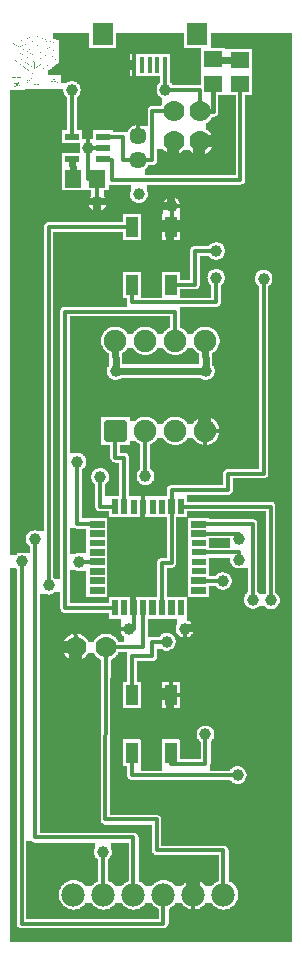
<source format=gtl>
G04 MADE WITH FRITZING*
G04 WWW.FRITZING.ORG*
G04 DOUBLE SIDED*
G04 HOLES PLATED*
G04 CONTOUR ON CENTER OF CONTOUR VECTOR*
%ASAXBY*%
%FSLAX23Y23*%
%MOIN*%
%OFA0B0*%
%SFA1.0B1.0*%
%ADD10C,0.075000*%
%ADD11C,0.039370*%
%ADD12C,0.070000*%
%ADD13C,0.057000*%
%ADD14C,0.078000*%
%ADD15R,0.040236X0.067069*%
%ADD16R,0.040222X0.067069*%
%ADD17R,0.040236X0.067083*%
%ADD18R,0.040222X0.067056*%
%ADD19R,0.050000X0.022000*%
%ADD20R,0.022000X0.050000*%
%ADD21R,0.047244X0.021654*%
%ADD22R,0.013780X0.055118*%
%ADD23R,0.070866X0.074803*%
%ADD24R,0.059055X0.055118*%
%ADD25R,0.055118X0.059055*%
%ADD26C,0.024000*%
%ADD27C,0.012000*%
%ADD28C,0.016000*%
%ADD29C,0.020000*%
%LNCOPPER1*%
G90*
G70*
G54D10*
X330Y2927D03*
X906Y2990D03*
X218Y895D03*
X167Y313D03*
G54D11*
X694Y1942D03*
X394Y1942D03*
X580Y2491D03*
X887Y2250D03*
X729Y2253D03*
X564Y1040D03*
X751Y1242D03*
X693Y731D03*
X171Y1227D03*
X729Y2342D03*
X333Y2504D03*
X559Y2879D03*
X248Y2879D03*
X303Y2685D03*
X270Y1305D03*
X911Y1178D03*
X851Y1180D03*
X805Y1381D03*
X351Y338D03*
X124Y1382D03*
X80Y1307D03*
X471Y2531D03*
X266Y1640D03*
X493Y1591D03*
X342Y1589D03*
X804Y1313D03*
X800Y595D03*
X437Y1082D03*
X624Y1082D03*
G54D10*
X392Y1743D03*
X392Y2043D03*
X492Y1743D03*
X492Y2043D03*
X592Y1743D03*
X592Y2043D03*
X692Y1743D03*
X692Y2043D03*
G54D12*
X587Y2710D03*
X587Y2810D03*
X674Y2707D03*
X674Y2807D03*
G54D13*
X468Y2724D03*
X468Y2645D03*
X468Y2724D03*
X468Y2645D03*
X468Y2724D03*
X468Y2645D03*
G54D12*
X261Y1021D03*
X361Y1021D03*
G54D14*
X753Y196D03*
X653Y196D03*
X553Y196D03*
X453Y196D03*
X353Y196D03*
X253Y196D03*
G54D15*
X447Y863D03*
G54D16*
X577Y863D03*
G54D17*
X447Y670D03*
G54D18*
X577Y670D03*
G54D15*
X449Y2423D03*
G54D16*
X579Y2423D03*
G54D17*
X449Y2230D03*
G54D18*
X579Y2230D03*
G54D19*
X670Y1274D03*
X670Y1306D03*
X670Y1337D03*
X670Y1368D03*
G54D20*
X548Y1490D03*
X517Y1490D03*
X485Y1490D03*
X454Y1490D03*
G54D21*
X351Y2649D03*
X351Y2686D03*
X351Y2723D03*
X249Y2723D03*
X249Y2649D03*
G54D22*
X559Y2961D03*
X456Y2961D03*
X533Y2961D03*
X508Y2961D03*
X482Y2961D03*
G54D23*
X665Y3066D03*
X350Y3066D03*
G54D24*
X718Y2981D03*
X718Y2900D03*
G54D25*
X332Y2583D03*
X251Y2583D03*
G54D24*
X809Y2899D03*
X809Y2980D03*
G54D26*
X393Y2014D02*
X394Y1961D01*
D02*
X413Y1942D02*
X675Y1942D01*
D02*
X694Y1961D02*
X693Y2014D01*
D02*
X249Y2643D02*
X250Y2607D01*
D02*
X742Y2980D02*
X785Y2980D01*
G54D27*
D02*
X579Y2423D02*
X580Y2423D01*
D02*
X580Y2423D02*
X580Y2478D01*
D02*
X837Y1743D02*
X715Y1743D01*
D02*
X837Y2491D02*
X837Y1743D01*
D02*
X593Y2491D02*
X837Y2491D01*
D02*
X580Y1546D02*
X768Y1546D01*
D02*
X768Y1546D02*
X768Y1600D01*
D02*
X768Y1600D02*
X887Y1600D01*
D02*
X580Y1510D02*
X580Y1546D01*
D02*
X887Y1600D02*
X887Y2236D01*
D02*
X171Y2423D02*
X171Y1240D01*
D02*
X434Y2423D02*
X171Y2423D01*
D02*
X693Y633D02*
X693Y718D01*
D02*
X577Y633D02*
X693Y633D01*
D02*
X577Y642D02*
X577Y633D01*
D02*
X515Y991D02*
X515Y1040D01*
D02*
X447Y991D02*
X515Y991D01*
D02*
X447Y891D02*
X447Y991D01*
D02*
X515Y1040D02*
X551Y1040D01*
D02*
X689Y1242D02*
X737Y1242D01*
D02*
X332Y2559D02*
X333Y2518D01*
D02*
X657Y2230D02*
X657Y2342D01*
D02*
X657Y2342D02*
X715Y2342D01*
D02*
X593Y2230D02*
X657Y2230D01*
D02*
X449Y2171D02*
X729Y2171D01*
D02*
X729Y2171D02*
X729Y2240D01*
D02*
X449Y2202D02*
X449Y2171D01*
D02*
X248Y2729D02*
X248Y2865D01*
D02*
X303Y2641D02*
X303Y2672D01*
D02*
X303Y2583D02*
X303Y2641D01*
D02*
X310Y2583D02*
X303Y2583D01*
D02*
X333Y2686D02*
X317Y2685D01*
D02*
X468Y2881D02*
X468Y2839D01*
D02*
X456Y2881D02*
X468Y2881D01*
D02*
X456Y2939D02*
X456Y2881D01*
D02*
X468Y2839D02*
X468Y2743D01*
D02*
X303Y2839D02*
X303Y2698D01*
D02*
X468Y2839D02*
X303Y2839D01*
D02*
X559Y2961D02*
X559Y2961D01*
D02*
X559Y2961D02*
X559Y2893D01*
D02*
X674Y2828D02*
X674Y2879D01*
D02*
X674Y2880D02*
X572Y2880D01*
D02*
X418Y2645D02*
X449Y2645D01*
D02*
X369Y2723D02*
X418Y2723D01*
D02*
X418Y2723D02*
X418Y2645D01*
D02*
X592Y2140D02*
X592Y2066D01*
D02*
X224Y2140D02*
X592Y2140D01*
D02*
X385Y1152D02*
X224Y1152D01*
D02*
X224Y1152D02*
X224Y2140D01*
D02*
X911Y1490D02*
X911Y1191D01*
D02*
X616Y1490D02*
X911Y1490D01*
D02*
X312Y1305D02*
X284Y1305D01*
D02*
X805Y1400D02*
X805Y1394D01*
D02*
X689Y1400D02*
X805Y1400D01*
D02*
X851Y1431D02*
X851Y1193D01*
D02*
X689Y1431D02*
X851Y1431D01*
D02*
X351Y324D02*
X353Y221D01*
D02*
X553Y100D02*
X80Y100D01*
D02*
X80Y100D02*
X80Y1293D01*
D02*
X553Y171D02*
X553Y100D01*
D02*
X453Y387D02*
X124Y387D01*
D02*
X453Y221D02*
X453Y387D01*
D02*
X124Y387D02*
X124Y1369D01*
D02*
X485Y1540D02*
X485Y1510D01*
D02*
X544Y1540D02*
X485Y1540D01*
D02*
X544Y1598D02*
X544Y1540D01*
D02*
X692Y1720D02*
X692Y1598D01*
D02*
X692Y1598D02*
X544Y1598D01*
D02*
X312Y1431D02*
X266Y1431D01*
D02*
X266Y1431D02*
X266Y1626D01*
D02*
X392Y1653D02*
X392Y1720D01*
D02*
X422Y1510D02*
X422Y1653D01*
D02*
X422Y1653D02*
X392Y1653D01*
D02*
X804Y1337D02*
X804Y1327D01*
D02*
X689Y1337D02*
X804Y1337D01*
D02*
X385Y1490D02*
X342Y1490D01*
D02*
X342Y1490D02*
X342Y1575D01*
D02*
X492Y1720D02*
X493Y1604D01*
D02*
X485Y1021D02*
X485Y1133D01*
D02*
X447Y642D02*
X447Y637D01*
D02*
X447Y595D02*
X786Y595D01*
D02*
X447Y637D02*
X447Y595D01*
D02*
X753Y344D02*
X531Y344D01*
D02*
X531Y344D02*
X531Y447D01*
D02*
X531Y447D02*
X359Y447D01*
D02*
X753Y221D02*
X753Y344D01*
D02*
X359Y447D02*
X361Y1001D01*
D02*
X382Y1021D02*
X485Y1021D01*
D02*
X259Y1082D02*
X260Y1042D01*
D02*
X424Y1082D02*
X259Y1082D01*
D02*
X454Y1082D02*
X451Y1082D01*
D02*
X454Y1133D02*
X454Y1082D01*
D02*
X922Y863D02*
X592Y863D01*
D02*
X653Y105D02*
X922Y105D01*
D02*
X653Y171D02*
X653Y105D01*
D02*
X922Y105D02*
X922Y863D01*
D02*
X577Y993D02*
X622Y993D01*
D02*
X622Y993D02*
X624Y1069D01*
D02*
X577Y891D02*
X577Y993D01*
D02*
X580Y1303D02*
X580Y1471D01*
D02*
X548Y1172D02*
X548Y1303D01*
D02*
X548Y1303D02*
X580Y1303D01*
D02*
X383Y2579D02*
X600Y2579D01*
D02*
X600Y2579D02*
X809Y2579D01*
D02*
X383Y2646D02*
X383Y2579D01*
D02*
X369Y2647D02*
X383Y2646D01*
D02*
X809Y2579D02*
X809Y2877D01*
D02*
X515Y2644D02*
X487Y2645D01*
D02*
X515Y2809D02*
X515Y2644D01*
D02*
X567Y2810D02*
X515Y2809D01*
G54D28*
D02*
X718Y2807D02*
X718Y2878D01*
D02*
X695Y2807D02*
X718Y2807D01*
G36*
X186Y3070D02*
X186Y3050D01*
X192Y3050D01*
X192Y3048D01*
X196Y3048D01*
X196Y3046D01*
X202Y3046D01*
X202Y3044D01*
X204Y3044D01*
X204Y3042D01*
X206Y3042D01*
X206Y3018D01*
X304Y3018D01*
X304Y3070D01*
X186Y3070D01*
G37*
D02*
G36*
X396Y3070D02*
X396Y3018D01*
X620Y3018D01*
X620Y3070D01*
X396Y3070D01*
G37*
D02*
G36*
X206Y3018D02*
X206Y3016D01*
X678Y3016D01*
X678Y3018D01*
X206Y3018D01*
G37*
D02*
G36*
X206Y3018D02*
X206Y3016D01*
X678Y3016D01*
X678Y3018D01*
X206Y3018D01*
G37*
D02*
G36*
X206Y3016D02*
X206Y2998D01*
X576Y2998D01*
X576Y2924D01*
X574Y2924D01*
X574Y2904D01*
X576Y2904D01*
X576Y2902D01*
X580Y2902D01*
X580Y2898D01*
X582Y2898D01*
X582Y2896D01*
X678Y2896D01*
X678Y3016D01*
X206Y3016D01*
G37*
D02*
G36*
X206Y2998D02*
X206Y2970D01*
X202Y2970D01*
X202Y2968D01*
X200Y2968D01*
X200Y2966D01*
X198Y2966D01*
X198Y2964D01*
X196Y2964D01*
X196Y2962D01*
X192Y2962D01*
X192Y2960D01*
X190Y2960D01*
X190Y2958D01*
X188Y2958D01*
X188Y2956D01*
X184Y2956D01*
X184Y2954D01*
X182Y2954D01*
X182Y2952D01*
X180Y2952D01*
X180Y2950D01*
X176Y2950D01*
X176Y2948D01*
X174Y2948D01*
X174Y2946D01*
X172Y2946D01*
X172Y2944D01*
X168Y2944D01*
X168Y2928D01*
X212Y2928D01*
X212Y2908D01*
X254Y2908D01*
X254Y2906D01*
X260Y2906D01*
X260Y2904D01*
X264Y2904D01*
X264Y2902D01*
X266Y2902D01*
X266Y2900D01*
X270Y2900D01*
X270Y2896D01*
X272Y2896D01*
X272Y2894D01*
X274Y2894D01*
X274Y2890D01*
X276Y2890D01*
X276Y2882D01*
X278Y2882D01*
X278Y2874D01*
X276Y2874D01*
X276Y2866D01*
X274Y2866D01*
X274Y2862D01*
X272Y2862D01*
X272Y2860D01*
X270Y2860D01*
X270Y2858D01*
X268Y2858D01*
X268Y2856D01*
X266Y2856D01*
X266Y2854D01*
X264Y2854D01*
X264Y2762D01*
X476Y2762D01*
X476Y2760D01*
X500Y2760D01*
X500Y2816D01*
X502Y2816D01*
X502Y2820D01*
X504Y2820D01*
X504Y2822D01*
X508Y2822D01*
X508Y2824D01*
X532Y2824D01*
X532Y2826D01*
X546Y2826D01*
X546Y2830D01*
X548Y2830D01*
X548Y2852D01*
X546Y2852D01*
X546Y2854D01*
X542Y2854D01*
X542Y2856D01*
X540Y2856D01*
X540Y2858D01*
X538Y2858D01*
X538Y2860D01*
X536Y2860D01*
X536Y2862D01*
X534Y2862D01*
X534Y2866D01*
X532Y2866D01*
X532Y2870D01*
X530Y2870D01*
X530Y2888D01*
X532Y2888D01*
X532Y2894D01*
X534Y2894D01*
X534Y2896D01*
X536Y2896D01*
X536Y2900D01*
X538Y2900D01*
X538Y2902D01*
X542Y2902D01*
X542Y2924D01*
X440Y2924D01*
X440Y2998D01*
X206Y2998D01*
G37*
D02*
G36*
X212Y2908D02*
X212Y2902D01*
X232Y2902D01*
X232Y2904D01*
X236Y2904D01*
X236Y2906D01*
X240Y2906D01*
X240Y2908D01*
X212Y2908D01*
G37*
D02*
G36*
X264Y2762D02*
X264Y2744D01*
X384Y2744D01*
X384Y2740D01*
X434Y2740D01*
X434Y2744D01*
X436Y2744D01*
X436Y2746D01*
X438Y2746D01*
X438Y2748D01*
X440Y2748D01*
X440Y2752D01*
X444Y2752D01*
X444Y2754D01*
X446Y2754D01*
X446Y2756D01*
X448Y2756D01*
X448Y2758D01*
X452Y2758D01*
X452Y2760D01*
X458Y2760D01*
X458Y2762D01*
X264Y2762D01*
G37*
D02*
G36*
X282Y2744D02*
X282Y2714D01*
X318Y2714D01*
X318Y2744D01*
X282Y2744D01*
G37*
D02*
G36*
X736Y2862D02*
X736Y2800D01*
X734Y2800D01*
X734Y2796D01*
X732Y2796D01*
X732Y2794D01*
X730Y2794D01*
X730Y2792D01*
X726Y2792D01*
X726Y2790D01*
X716Y2790D01*
X716Y2788D01*
X714Y2788D01*
X714Y2784D01*
X712Y2784D01*
X712Y2782D01*
X710Y2782D01*
X710Y2780D01*
X708Y2780D01*
X708Y2776D01*
X706Y2776D01*
X706Y2774D01*
X704Y2774D01*
X704Y2772D01*
X700Y2772D01*
X700Y2770D01*
X698Y2770D01*
X698Y2768D01*
X694Y2768D01*
X694Y2746D01*
X698Y2746D01*
X698Y2744D01*
X700Y2744D01*
X700Y2742D01*
X704Y2742D01*
X704Y2740D01*
X706Y2740D01*
X706Y2738D01*
X708Y2738D01*
X708Y2736D01*
X710Y2736D01*
X710Y2732D01*
X712Y2732D01*
X712Y2730D01*
X714Y2730D01*
X714Y2726D01*
X716Y2726D01*
X716Y2720D01*
X718Y2720D01*
X718Y2710D01*
X720Y2710D01*
X720Y2704D01*
X718Y2704D01*
X718Y2694D01*
X716Y2694D01*
X716Y2688D01*
X714Y2688D01*
X714Y2684D01*
X712Y2684D01*
X712Y2682D01*
X710Y2682D01*
X710Y2678D01*
X708Y2678D01*
X708Y2676D01*
X706Y2676D01*
X706Y2674D01*
X704Y2674D01*
X704Y2672D01*
X700Y2672D01*
X700Y2670D01*
X698Y2670D01*
X698Y2668D01*
X694Y2668D01*
X694Y2666D01*
X690Y2666D01*
X690Y2664D01*
X684Y2664D01*
X684Y2662D01*
X794Y2662D01*
X794Y2862D01*
X736Y2862D01*
G37*
D02*
G36*
X532Y2682D02*
X532Y2664D01*
X580Y2664D01*
X580Y2666D01*
X572Y2666D01*
X572Y2668D01*
X568Y2668D01*
X568Y2670D01*
X564Y2670D01*
X564Y2672D01*
X560Y2672D01*
X560Y2674D01*
X558Y2674D01*
X558Y2676D01*
X556Y2676D01*
X556Y2678D01*
X554Y2678D01*
X554Y2680D01*
X552Y2680D01*
X552Y2682D01*
X532Y2682D01*
G37*
D02*
G36*
X620Y2680D02*
X620Y2678D01*
X618Y2678D01*
X618Y2676D01*
X616Y2676D01*
X616Y2674D01*
X614Y2674D01*
X614Y2672D01*
X610Y2672D01*
X610Y2670D01*
X606Y2670D01*
X606Y2668D01*
X602Y2668D01*
X602Y2666D01*
X594Y2666D01*
X594Y2664D01*
X658Y2664D01*
X658Y2666D01*
X654Y2666D01*
X654Y2668D01*
X650Y2668D01*
X650Y2670D01*
X648Y2670D01*
X648Y2672D01*
X646Y2672D01*
X646Y2674D01*
X642Y2674D01*
X642Y2676D01*
X640Y2676D01*
X640Y2680D01*
X620Y2680D01*
G37*
D02*
G36*
X532Y2664D02*
X532Y2662D01*
X666Y2662D01*
X666Y2664D01*
X532Y2664D01*
G37*
D02*
G36*
X532Y2664D02*
X532Y2662D01*
X666Y2662D01*
X666Y2664D01*
X532Y2664D01*
G37*
D02*
G36*
X532Y2662D02*
X532Y2660D01*
X794Y2660D01*
X794Y2662D01*
X532Y2662D01*
G37*
D02*
G36*
X532Y2662D02*
X532Y2660D01*
X794Y2660D01*
X794Y2662D01*
X532Y2662D01*
G37*
D02*
G36*
X532Y2660D02*
X532Y2642D01*
X530Y2642D01*
X530Y2636D01*
X528Y2636D01*
X528Y2632D01*
X526Y2632D01*
X526Y2630D01*
X522Y2630D01*
X522Y2628D01*
X502Y2628D01*
X502Y2626D01*
X500Y2626D01*
X500Y2622D01*
X498Y2622D01*
X498Y2620D01*
X496Y2620D01*
X496Y2618D01*
X494Y2618D01*
X494Y2616D01*
X492Y2616D01*
X492Y2614D01*
X490Y2614D01*
X490Y2594D01*
X794Y2594D01*
X794Y2660D01*
X532Y2660D01*
G37*
D02*
G36*
X432Y2018D02*
X432Y2016D01*
X430Y2016D01*
X430Y2012D01*
X428Y2012D01*
X428Y2010D01*
X426Y2010D01*
X426Y2008D01*
X424Y2008D01*
X424Y2006D01*
X422Y2006D01*
X422Y2004D01*
X418Y2004D01*
X418Y2002D01*
X416Y2002D01*
X416Y1996D01*
X480Y1996D01*
X480Y1998D01*
X474Y1998D01*
X474Y2000D01*
X470Y2000D01*
X470Y2002D01*
X466Y2002D01*
X466Y2004D01*
X464Y2004D01*
X464Y2006D01*
X462Y2006D01*
X462Y2008D01*
X458Y2008D01*
X458Y2012D01*
X456Y2012D01*
X456Y2014D01*
X454Y2014D01*
X454Y2016D01*
X452Y2016D01*
X452Y2018D01*
X432Y2018D01*
G37*
D02*
G36*
X532Y2018D02*
X532Y2016D01*
X530Y2016D01*
X530Y2012D01*
X528Y2012D01*
X528Y2010D01*
X526Y2010D01*
X526Y2008D01*
X524Y2008D01*
X524Y2006D01*
X522Y2006D01*
X522Y2004D01*
X518Y2004D01*
X518Y2002D01*
X514Y2002D01*
X514Y2000D01*
X512Y2000D01*
X512Y1998D01*
X506Y1998D01*
X506Y1996D01*
X580Y1996D01*
X580Y1998D01*
X574Y1998D01*
X574Y2000D01*
X570Y2000D01*
X570Y2002D01*
X566Y2002D01*
X566Y2004D01*
X564Y2004D01*
X564Y2006D01*
X562Y2006D01*
X562Y2008D01*
X558Y2008D01*
X558Y2012D01*
X556Y2012D01*
X556Y2014D01*
X554Y2014D01*
X554Y2016D01*
X552Y2016D01*
X552Y2018D01*
X532Y2018D01*
G37*
D02*
G36*
X632Y2018D02*
X632Y2016D01*
X630Y2016D01*
X630Y2012D01*
X628Y2012D01*
X628Y2010D01*
X626Y2010D01*
X626Y2008D01*
X624Y2008D01*
X624Y2006D01*
X622Y2006D01*
X622Y2004D01*
X618Y2004D01*
X618Y2002D01*
X614Y2002D01*
X614Y2000D01*
X612Y2000D01*
X612Y1998D01*
X606Y1998D01*
X606Y1996D01*
X672Y1996D01*
X672Y2000D01*
X670Y2000D01*
X670Y2002D01*
X666Y2002D01*
X666Y2004D01*
X664Y2004D01*
X664Y2006D01*
X662Y2006D01*
X662Y2008D01*
X658Y2008D01*
X658Y2012D01*
X656Y2012D01*
X656Y2014D01*
X654Y2014D01*
X654Y2016D01*
X652Y2016D01*
X652Y2018D01*
X632Y2018D01*
G37*
D02*
G36*
X416Y1996D02*
X416Y1994D01*
X672Y1994D01*
X672Y1996D01*
X416Y1996D01*
G37*
D02*
G36*
X416Y1996D02*
X416Y1994D01*
X672Y1994D01*
X672Y1996D01*
X416Y1996D01*
G37*
D02*
G36*
X416Y1996D02*
X416Y1994D01*
X672Y1994D01*
X672Y1996D01*
X416Y1996D01*
G37*
D02*
G36*
X416Y1994D02*
X416Y1964D01*
X672Y1964D01*
X672Y1994D01*
X416Y1994D01*
G37*
D02*
G36*
X240Y1418D02*
X240Y1332D01*
X260Y1332D01*
X260Y1334D01*
X296Y1334D01*
X296Y1416D01*
X260Y1416D01*
X260Y1418D01*
X240Y1418D01*
G37*
D02*
G36*
X704Y1384D02*
X704Y1352D01*
X776Y1352D01*
X776Y1384D01*
X704Y1384D01*
G37*
D02*
G36*
X710Y3070D02*
X710Y3018D01*
X758Y3018D01*
X758Y3016D01*
X848Y3016D01*
X848Y2862D01*
X826Y2862D01*
X826Y2578D01*
X824Y2578D01*
X824Y2570D01*
X822Y2570D01*
X822Y2568D01*
X820Y2568D01*
X820Y2566D01*
X818Y2566D01*
X818Y2564D01*
X812Y2564D01*
X812Y2562D01*
X498Y2562D01*
X498Y2540D01*
X500Y2540D01*
X500Y2522D01*
X498Y2522D01*
X498Y2520D01*
X588Y2520D01*
X588Y2518D01*
X594Y2518D01*
X594Y2516D01*
X596Y2516D01*
X596Y2514D01*
X600Y2514D01*
X600Y2512D01*
X602Y2512D01*
X602Y2508D01*
X604Y2508D01*
X604Y2506D01*
X606Y2506D01*
X606Y2502D01*
X608Y2502D01*
X608Y2494D01*
X610Y2494D01*
X610Y2488D01*
X608Y2488D01*
X608Y2378D01*
X982Y2378D01*
X982Y3070D01*
X710Y3070D01*
G37*
D02*
G36*
X90Y2882D02*
X90Y2880D01*
X76Y2880D01*
X76Y2878D01*
X40Y2878D01*
X40Y2474D01*
X328Y2474D01*
X328Y2476D01*
X320Y2476D01*
X320Y2478D01*
X318Y2478D01*
X318Y2480D01*
X314Y2480D01*
X314Y2482D01*
X312Y2482D01*
X312Y2484D01*
X310Y2484D01*
X310Y2486D01*
X308Y2486D01*
X308Y2490D01*
X306Y2490D01*
X306Y2494D01*
X304Y2494D01*
X304Y2514D01*
X306Y2514D01*
X306Y2518D01*
X308Y2518D01*
X308Y2522D01*
X310Y2522D01*
X310Y2524D01*
X312Y2524D01*
X312Y2544D01*
X214Y2544D01*
X214Y2668D01*
X216Y2668D01*
X216Y2670D01*
X274Y2670D01*
X274Y2702D01*
X216Y2702D01*
X216Y2704D01*
X214Y2704D01*
X214Y2744D01*
X232Y2744D01*
X232Y2854D01*
X230Y2854D01*
X230Y2856D01*
X228Y2856D01*
X228Y2858D01*
X226Y2858D01*
X226Y2860D01*
X224Y2860D01*
X224Y2862D01*
X222Y2862D01*
X222Y2866D01*
X220Y2866D01*
X220Y2872D01*
X218Y2872D01*
X218Y2882D01*
X90Y2882D01*
G37*
D02*
G36*
X370Y2562D02*
X370Y2544D01*
X354Y2544D01*
X354Y2524D01*
X356Y2524D01*
X356Y2522D01*
X358Y2522D01*
X358Y2518D01*
X360Y2518D01*
X360Y2514D01*
X362Y2514D01*
X362Y2502D01*
X460Y2502D01*
X460Y2504D01*
X456Y2504D01*
X456Y2506D01*
X454Y2506D01*
X454Y2508D01*
X450Y2508D01*
X450Y2510D01*
X448Y2510D01*
X448Y2514D01*
X446Y2514D01*
X446Y2516D01*
X444Y2516D01*
X444Y2520D01*
X442Y2520D01*
X442Y2540D01*
X444Y2540D01*
X444Y2562D01*
X370Y2562D01*
G37*
D02*
G36*
X498Y2520D02*
X498Y2518D01*
X496Y2518D01*
X496Y2514D01*
X494Y2514D01*
X494Y2512D01*
X492Y2512D01*
X492Y2510D01*
X490Y2510D01*
X490Y2508D01*
X488Y2508D01*
X488Y2506D01*
X486Y2506D01*
X486Y2504D01*
X482Y2504D01*
X482Y2502D01*
X552Y2502D01*
X552Y2504D01*
X554Y2504D01*
X554Y2506D01*
X556Y2506D01*
X556Y2510D01*
X558Y2510D01*
X558Y2512D01*
X560Y2512D01*
X560Y2514D01*
X562Y2514D01*
X562Y2516D01*
X566Y2516D01*
X566Y2518D01*
X572Y2518D01*
X572Y2520D01*
X498Y2520D01*
G37*
D02*
G36*
X362Y2502D02*
X362Y2500D01*
X552Y2500D01*
X552Y2502D01*
X362Y2502D01*
G37*
D02*
G36*
X362Y2502D02*
X362Y2500D01*
X552Y2500D01*
X552Y2502D01*
X362Y2502D01*
G37*
D02*
G36*
X362Y2500D02*
X362Y2494D01*
X360Y2494D01*
X360Y2490D01*
X358Y2490D01*
X358Y2486D01*
X356Y2486D01*
X356Y2484D01*
X354Y2484D01*
X354Y2482D01*
X352Y2482D01*
X352Y2480D01*
X348Y2480D01*
X348Y2478D01*
X346Y2478D01*
X346Y2476D01*
X338Y2476D01*
X338Y2474D01*
X550Y2474D01*
X550Y2498D01*
X552Y2498D01*
X552Y2500D01*
X362Y2500D01*
G37*
D02*
G36*
X40Y2474D02*
X40Y2472D01*
X550Y2472D01*
X550Y2474D01*
X40Y2474D01*
G37*
D02*
G36*
X40Y2474D02*
X40Y2472D01*
X550Y2472D01*
X550Y2474D01*
X40Y2474D01*
G37*
D02*
G36*
X40Y2472D02*
X40Y2466D01*
X478Y2466D01*
X478Y2378D01*
X548Y2378D01*
X548Y2466D01*
X550Y2466D01*
X550Y2472D01*
X40Y2472D01*
G37*
D02*
G36*
X40Y2466D02*
X40Y1412D01*
X128Y1412D01*
X128Y1410D01*
X154Y1410D01*
X154Y2424D01*
X156Y2424D01*
X156Y2430D01*
X158Y2430D01*
X158Y2432D01*
X160Y2432D01*
X160Y2434D01*
X162Y2434D01*
X162Y2436D01*
X164Y2436D01*
X164Y2438D01*
X418Y2438D01*
X418Y2466D01*
X40Y2466D01*
G37*
D02*
G36*
X186Y2406D02*
X186Y2378D01*
X420Y2378D01*
X420Y2380D01*
X418Y2380D01*
X418Y2406D01*
X186Y2406D01*
G37*
D02*
G36*
X186Y2378D02*
X186Y2376D01*
X982Y2376D01*
X982Y2378D01*
X186Y2378D01*
G37*
D02*
G36*
X186Y2378D02*
X186Y2376D01*
X982Y2376D01*
X982Y2378D01*
X186Y2378D01*
G37*
D02*
G36*
X186Y2378D02*
X186Y2376D01*
X982Y2376D01*
X982Y2378D01*
X186Y2378D01*
G37*
D02*
G36*
X186Y2376D02*
X186Y2372D01*
X734Y2372D01*
X734Y2370D01*
X740Y2370D01*
X740Y2368D01*
X744Y2368D01*
X744Y2366D01*
X746Y2366D01*
X746Y2364D01*
X750Y2364D01*
X750Y2362D01*
X752Y2362D01*
X752Y2358D01*
X754Y2358D01*
X754Y2356D01*
X756Y2356D01*
X756Y2350D01*
X758Y2350D01*
X758Y2334D01*
X756Y2334D01*
X756Y2328D01*
X754Y2328D01*
X754Y2326D01*
X752Y2326D01*
X752Y2322D01*
X750Y2322D01*
X750Y2320D01*
X748Y2320D01*
X748Y2318D01*
X744Y2318D01*
X744Y2316D01*
X742Y2316D01*
X742Y2314D01*
X736Y2314D01*
X736Y2312D01*
X982Y2312D01*
X982Y2376D01*
X186Y2376D01*
G37*
D02*
G36*
X186Y2372D02*
X186Y2272D01*
X608Y2272D01*
X608Y2246D01*
X642Y2246D01*
X642Y2348D01*
X644Y2348D01*
X644Y2352D01*
X646Y2352D01*
X646Y2354D01*
X648Y2354D01*
X648Y2356D01*
X652Y2356D01*
X652Y2358D01*
X704Y2358D01*
X704Y2360D01*
X706Y2360D01*
X706Y2362D01*
X708Y2362D01*
X708Y2364D01*
X710Y2364D01*
X710Y2366D01*
X714Y2366D01*
X714Y2368D01*
X716Y2368D01*
X716Y2370D01*
X724Y2370D01*
X724Y2372D01*
X186Y2372D01*
G37*
D02*
G36*
X674Y2326D02*
X674Y2312D01*
X722Y2312D01*
X722Y2314D01*
X716Y2314D01*
X716Y2316D01*
X712Y2316D01*
X712Y2318D01*
X710Y2318D01*
X710Y2320D01*
X708Y2320D01*
X708Y2322D01*
X706Y2322D01*
X706Y2324D01*
X704Y2324D01*
X704Y2326D01*
X674Y2326D01*
G37*
D02*
G36*
X674Y2312D02*
X674Y2310D01*
X982Y2310D01*
X982Y2312D01*
X674Y2312D01*
G37*
D02*
G36*
X674Y2312D02*
X674Y2310D01*
X982Y2310D01*
X982Y2312D01*
X674Y2312D01*
G37*
D02*
G36*
X674Y2310D02*
X674Y2282D01*
X738Y2282D01*
X738Y2280D01*
X890Y2280D01*
X890Y2278D01*
X898Y2278D01*
X898Y2276D01*
X902Y2276D01*
X902Y2274D01*
X904Y2274D01*
X904Y2272D01*
X908Y2272D01*
X908Y2270D01*
X910Y2270D01*
X910Y2266D01*
X912Y2266D01*
X912Y2264D01*
X914Y2264D01*
X914Y2258D01*
X916Y2258D01*
X916Y2242D01*
X914Y2242D01*
X914Y2236D01*
X912Y2236D01*
X912Y2232D01*
X910Y2232D01*
X910Y2230D01*
X908Y2230D01*
X908Y2228D01*
X906Y2228D01*
X906Y2226D01*
X904Y2226D01*
X904Y2224D01*
X902Y2224D01*
X902Y1592D01*
X900Y1592D01*
X900Y1590D01*
X898Y1590D01*
X898Y1588D01*
X896Y1588D01*
X896Y1586D01*
X894Y1586D01*
X894Y1584D01*
X784Y1584D01*
X784Y1540D01*
X782Y1540D01*
X782Y1536D01*
X780Y1536D01*
X780Y1534D01*
X778Y1534D01*
X778Y1532D01*
X774Y1532D01*
X774Y1530D01*
X632Y1530D01*
X632Y1506D01*
X916Y1506D01*
X916Y1504D01*
X920Y1504D01*
X920Y1502D01*
X922Y1502D01*
X922Y1500D01*
X924Y1500D01*
X924Y1498D01*
X926Y1498D01*
X926Y1202D01*
X928Y1202D01*
X928Y1200D01*
X932Y1200D01*
X932Y1196D01*
X934Y1196D01*
X934Y1194D01*
X936Y1194D01*
X936Y1192D01*
X938Y1192D01*
X938Y1186D01*
X940Y1186D01*
X940Y1168D01*
X938Y1168D01*
X938Y1164D01*
X936Y1164D01*
X936Y1160D01*
X934Y1160D01*
X934Y1158D01*
X932Y1158D01*
X932Y1156D01*
X930Y1156D01*
X930Y1154D01*
X928Y1154D01*
X928Y1152D01*
X924Y1152D01*
X924Y1150D01*
X918Y1150D01*
X918Y1148D01*
X982Y1148D01*
X982Y2310D01*
X674Y2310D01*
G37*
D02*
G36*
X674Y2282D02*
X674Y2226D01*
X672Y2226D01*
X672Y2220D01*
X670Y2220D01*
X670Y2218D01*
X668Y2218D01*
X668Y2216D01*
X664Y2216D01*
X664Y2214D01*
X608Y2214D01*
X608Y2186D01*
X712Y2186D01*
X712Y2230D01*
X708Y2230D01*
X708Y2232D01*
X706Y2232D01*
X706Y2236D01*
X704Y2236D01*
X704Y2238D01*
X702Y2238D01*
X702Y2242D01*
X700Y2242D01*
X700Y2252D01*
X698Y2252D01*
X698Y2254D01*
X700Y2254D01*
X700Y2264D01*
X702Y2264D01*
X702Y2268D01*
X704Y2268D01*
X704Y2270D01*
X706Y2270D01*
X706Y2274D01*
X708Y2274D01*
X708Y2276D01*
X712Y2276D01*
X712Y2278D01*
X714Y2278D01*
X714Y2280D01*
X720Y2280D01*
X720Y2282D01*
X674Y2282D01*
G37*
D02*
G36*
X742Y2280D02*
X742Y2278D01*
X746Y2278D01*
X746Y2276D01*
X748Y2276D01*
X748Y2274D01*
X750Y2274D01*
X750Y2272D01*
X752Y2272D01*
X752Y2270D01*
X754Y2270D01*
X754Y2266D01*
X756Y2266D01*
X756Y2260D01*
X758Y2260D01*
X758Y2244D01*
X756Y2244D01*
X756Y2240D01*
X754Y2240D01*
X754Y2236D01*
X752Y2236D01*
X752Y2234D01*
X750Y2234D01*
X750Y2232D01*
X748Y2232D01*
X748Y2230D01*
X746Y2230D01*
X746Y2228D01*
X744Y2228D01*
X744Y2164D01*
X742Y2164D01*
X742Y2160D01*
X740Y2160D01*
X740Y2158D01*
X736Y2158D01*
X736Y2156D01*
X732Y2156D01*
X732Y2154D01*
X608Y2154D01*
X608Y2090D01*
X702Y2090D01*
X702Y2088D01*
X708Y2088D01*
X708Y2086D01*
X714Y2086D01*
X714Y2084D01*
X716Y2084D01*
X716Y2082D01*
X720Y2082D01*
X720Y2080D01*
X722Y2080D01*
X722Y2078D01*
X724Y2078D01*
X724Y2076D01*
X726Y2076D01*
X726Y2074D01*
X728Y2074D01*
X728Y2072D01*
X730Y2072D01*
X730Y2070D01*
X732Y2070D01*
X732Y2066D01*
X734Y2066D01*
X734Y2062D01*
X736Y2062D01*
X736Y2058D01*
X738Y2058D01*
X738Y2050D01*
X740Y2050D01*
X740Y2034D01*
X738Y2034D01*
X738Y2028D01*
X736Y2028D01*
X736Y2022D01*
X734Y2022D01*
X734Y2018D01*
X732Y2018D01*
X732Y2016D01*
X730Y2016D01*
X730Y2012D01*
X728Y2012D01*
X728Y2010D01*
X726Y2010D01*
X726Y2008D01*
X724Y2008D01*
X724Y2006D01*
X722Y2006D01*
X722Y2004D01*
X718Y2004D01*
X718Y2002D01*
X716Y2002D01*
X716Y1960D01*
X718Y1960D01*
X718Y1958D01*
X720Y1958D01*
X720Y1954D01*
X722Y1954D01*
X722Y1948D01*
X724Y1948D01*
X724Y1934D01*
X722Y1934D01*
X722Y1928D01*
X720Y1928D01*
X720Y1926D01*
X718Y1926D01*
X718Y1922D01*
X716Y1922D01*
X716Y1920D01*
X714Y1920D01*
X714Y1918D01*
X710Y1918D01*
X710Y1916D01*
X708Y1916D01*
X708Y1914D01*
X702Y1914D01*
X702Y1912D01*
X870Y1912D01*
X870Y2226D01*
X868Y2226D01*
X868Y2228D01*
X866Y2228D01*
X866Y2230D01*
X864Y2230D01*
X864Y2232D01*
X862Y2232D01*
X862Y2236D01*
X860Y2236D01*
X860Y2240D01*
X858Y2240D01*
X858Y2260D01*
X860Y2260D01*
X860Y2264D01*
X862Y2264D01*
X862Y2268D01*
X864Y2268D01*
X864Y2270D01*
X866Y2270D01*
X866Y2272D01*
X868Y2272D01*
X868Y2274D01*
X872Y2274D01*
X872Y2276D01*
X876Y2276D01*
X876Y2278D01*
X884Y2278D01*
X884Y2280D01*
X742Y2280D01*
G37*
D02*
G36*
X186Y2272D02*
X186Y1252D01*
X188Y1252D01*
X188Y1250D01*
X208Y1250D01*
X208Y2144D01*
X210Y2144D01*
X210Y2148D01*
X212Y2148D01*
X212Y2152D01*
X216Y2152D01*
X216Y2154D01*
X220Y2154D01*
X220Y2156D01*
X432Y2156D01*
X432Y2186D01*
X418Y2186D01*
X418Y2272D01*
X186Y2272D01*
G37*
D02*
G36*
X478Y2272D02*
X478Y2186D01*
X548Y2186D01*
X548Y2272D01*
X478Y2272D01*
G37*
D02*
G36*
X240Y2124D02*
X240Y2090D01*
X502Y2090D01*
X502Y2088D01*
X508Y2088D01*
X508Y2086D01*
X514Y2086D01*
X514Y2084D01*
X516Y2084D01*
X516Y2082D01*
X520Y2082D01*
X520Y2080D01*
X522Y2080D01*
X522Y2078D01*
X524Y2078D01*
X524Y2076D01*
X526Y2076D01*
X526Y2074D01*
X528Y2074D01*
X528Y2072D01*
X530Y2072D01*
X530Y2070D01*
X532Y2070D01*
X532Y2066D01*
X552Y2066D01*
X552Y2068D01*
X554Y2068D01*
X554Y2072D01*
X556Y2072D01*
X556Y2074D01*
X558Y2074D01*
X558Y2076D01*
X560Y2076D01*
X560Y2078D01*
X562Y2078D01*
X562Y2080D01*
X564Y2080D01*
X564Y2082D01*
X568Y2082D01*
X568Y2084D01*
X572Y2084D01*
X572Y2086D01*
X576Y2086D01*
X576Y2124D01*
X240Y2124D01*
G37*
D02*
G36*
X240Y2090D02*
X240Y1912D01*
X386Y1912D01*
X386Y1914D01*
X380Y1914D01*
X380Y1916D01*
X378Y1916D01*
X378Y1918D01*
X374Y1918D01*
X374Y1920D01*
X372Y1920D01*
X372Y1922D01*
X370Y1922D01*
X370Y1926D01*
X368Y1926D01*
X368Y1930D01*
X366Y1930D01*
X366Y1936D01*
X364Y1936D01*
X364Y1946D01*
X366Y1946D01*
X366Y1954D01*
X368Y1954D01*
X368Y1956D01*
X370Y1956D01*
X370Y1960D01*
X372Y1960D01*
X372Y2000D01*
X370Y2000D01*
X370Y2002D01*
X366Y2002D01*
X366Y2004D01*
X364Y2004D01*
X364Y2006D01*
X362Y2006D01*
X362Y2008D01*
X358Y2008D01*
X358Y2012D01*
X356Y2012D01*
X356Y2014D01*
X354Y2014D01*
X354Y2016D01*
X352Y2016D01*
X352Y2020D01*
X350Y2020D01*
X350Y2024D01*
X348Y2024D01*
X348Y2030D01*
X346Y2030D01*
X346Y2040D01*
X344Y2040D01*
X344Y2046D01*
X346Y2046D01*
X346Y2056D01*
X348Y2056D01*
X348Y2062D01*
X350Y2062D01*
X350Y2066D01*
X352Y2066D01*
X352Y2068D01*
X354Y2068D01*
X354Y2072D01*
X356Y2072D01*
X356Y2074D01*
X358Y2074D01*
X358Y2076D01*
X360Y2076D01*
X360Y2078D01*
X362Y2078D01*
X362Y2080D01*
X364Y2080D01*
X364Y2082D01*
X368Y2082D01*
X368Y2084D01*
X372Y2084D01*
X372Y2086D01*
X376Y2086D01*
X376Y2088D01*
X384Y2088D01*
X384Y2090D01*
X240Y2090D01*
G37*
D02*
G36*
X402Y2090D02*
X402Y2088D01*
X408Y2088D01*
X408Y2086D01*
X414Y2086D01*
X414Y2084D01*
X416Y2084D01*
X416Y2082D01*
X420Y2082D01*
X420Y2080D01*
X422Y2080D01*
X422Y2078D01*
X424Y2078D01*
X424Y2076D01*
X426Y2076D01*
X426Y2074D01*
X428Y2074D01*
X428Y2072D01*
X430Y2072D01*
X430Y2070D01*
X432Y2070D01*
X432Y2066D01*
X452Y2066D01*
X452Y2068D01*
X454Y2068D01*
X454Y2072D01*
X456Y2072D01*
X456Y2074D01*
X458Y2074D01*
X458Y2076D01*
X460Y2076D01*
X460Y2078D01*
X462Y2078D01*
X462Y2080D01*
X464Y2080D01*
X464Y2082D01*
X468Y2082D01*
X468Y2084D01*
X472Y2084D01*
X472Y2086D01*
X476Y2086D01*
X476Y2088D01*
X484Y2088D01*
X484Y2090D01*
X402Y2090D01*
G37*
D02*
G36*
X608Y2090D02*
X608Y2086D01*
X614Y2086D01*
X614Y2084D01*
X616Y2084D01*
X616Y2082D01*
X620Y2082D01*
X620Y2080D01*
X622Y2080D01*
X622Y2078D01*
X624Y2078D01*
X624Y2076D01*
X626Y2076D01*
X626Y2074D01*
X628Y2074D01*
X628Y2072D01*
X630Y2072D01*
X630Y2070D01*
X632Y2070D01*
X632Y2066D01*
X652Y2066D01*
X652Y2068D01*
X654Y2068D01*
X654Y2072D01*
X656Y2072D01*
X656Y2074D01*
X658Y2074D01*
X658Y2076D01*
X660Y2076D01*
X660Y2078D01*
X662Y2078D01*
X662Y2080D01*
X664Y2080D01*
X664Y2082D01*
X668Y2082D01*
X668Y2084D01*
X672Y2084D01*
X672Y2086D01*
X676Y2086D01*
X676Y2088D01*
X684Y2088D01*
X684Y2090D01*
X608Y2090D01*
G37*
D02*
G36*
X414Y1920D02*
X414Y1918D01*
X410Y1918D01*
X410Y1916D01*
X408Y1916D01*
X408Y1914D01*
X402Y1914D01*
X402Y1912D01*
X686Y1912D01*
X686Y1914D01*
X680Y1914D01*
X680Y1916D01*
X678Y1916D01*
X678Y1918D01*
X674Y1918D01*
X674Y1920D01*
X414Y1920D01*
G37*
D02*
G36*
X240Y1912D02*
X240Y1910D01*
X870Y1910D01*
X870Y1912D01*
X240Y1912D01*
G37*
D02*
G36*
X240Y1912D02*
X240Y1910D01*
X870Y1910D01*
X870Y1912D01*
X240Y1912D01*
G37*
D02*
G36*
X240Y1912D02*
X240Y1910D01*
X870Y1910D01*
X870Y1912D01*
X240Y1912D01*
G37*
D02*
G36*
X240Y1910D02*
X240Y1790D01*
X702Y1790D01*
X702Y1788D01*
X708Y1788D01*
X708Y1786D01*
X714Y1786D01*
X714Y1784D01*
X716Y1784D01*
X716Y1782D01*
X720Y1782D01*
X720Y1780D01*
X722Y1780D01*
X722Y1778D01*
X724Y1778D01*
X724Y1776D01*
X726Y1776D01*
X726Y1774D01*
X728Y1774D01*
X728Y1772D01*
X730Y1772D01*
X730Y1770D01*
X732Y1770D01*
X732Y1766D01*
X734Y1766D01*
X734Y1762D01*
X736Y1762D01*
X736Y1758D01*
X738Y1758D01*
X738Y1750D01*
X740Y1750D01*
X740Y1734D01*
X738Y1734D01*
X738Y1728D01*
X736Y1728D01*
X736Y1722D01*
X734Y1722D01*
X734Y1718D01*
X732Y1718D01*
X732Y1716D01*
X730Y1716D01*
X730Y1712D01*
X728Y1712D01*
X728Y1710D01*
X726Y1710D01*
X726Y1708D01*
X724Y1708D01*
X724Y1706D01*
X722Y1706D01*
X722Y1704D01*
X718Y1704D01*
X718Y1702D01*
X714Y1702D01*
X714Y1700D01*
X712Y1700D01*
X712Y1698D01*
X706Y1698D01*
X706Y1696D01*
X870Y1696D01*
X870Y1910D01*
X240Y1910D01*
G37*
D02*
G36*
X240Y1790D02*
X240Y1670D01*
X270Y1670D01*
X270Y1668D01*
X278Y1668D01*
X278Y1666D01*
X282Y1666D01*
X282Y1664D01*
X284Y1664D01*
X284Y1662D01*
X286Y1662D01*
X286Y1660D01*
X288Y1660D01*
X288Y1658D01*
X290Y1658D01*
X290Y1656D01*
X292Y1656D01*
X292Y1652D01*
X294Y1652D01*
X294Y1646D01*
X296Y1646D01*
X296Y1632D01*
X294Y1632D01*
X294Y1626D01*
X292Y1626D01*
X292Y1624D01*
X290Y1624D01*
X290Y1620D01*
X288Y1620D01*
X288Y1618D01*
X350Y1618D01*
X350Y1616D01*
X356Y1616D01*
X356Y1614D01*
X358Y1614D01*
X358Y1612D01*
X362Y1612D01*
X362Y1610D01*
X364Y1610D01*
X364Y1606D01*
X366Y1606D01*
X366Y1604D01*
X368Y1604D01*
X368Y1600D01*
X370Y1600D01*
X370Y1594D01*
X372Y1594D01*
X372Y1584D01*
X370Y1584D01*
X370Y1576D01*
X368Y1576D01*
X368Y1572D01*
X366Y1572D01*
X366Y1570D01*
X364Y1570D01*
X364Y1568D01*
X362Y1568D01*
X362Y1566D01*
X360Y1566D01*
X360Y1564D01*
X358Y1564D01*
X358Y1526D01*
X406Y1526D01*
X406Y1636D01*
X392Y1636D01*
X392Y1638D01*
X384Y1638D01*
X384Y1640D01*
X382Y1640D01*
X382Y1642D01*
X380Y1642D01*
X380Y1644D01*
X378Y1644D01*
X378Y1648D01*
X376Y1648D01*
X376Y1694D01*
X346Y1694D01*
X346Y1696D01*
X344Y1696D01*
X344Y1790D01*
X240Y1790D01*
G37*
D02*
G36*
X440Y1790D02*
X440Y1776D01*
X460Y1776D01*
X460Y1778D01*
X462Y1778D01*
X462Y1780D01*
X464Y1780D01*
X464Y1782D01*
X468Y1782D01*
X468Y1784D01*
X472Y1784D01*
X472Y1786D01*
X476Y1786D01*
X476Y1788D01*
X484Y1788D01*
X484Y1790D01*
X440Y1790D01*
G37*
D02*
G36*
X502Y1790D02*
X502Y1788D01*
X508Y1788D01*
X508Y1786D01*
X514Y1786D01*
X514Y1784D01*
X516Y1784D01*
X516Y1782D01*
X520Y1782D01*
X520Y1780D01*
X522Y1780D01*
X522Y1778D01*
X524Y1778D01*
X524Y1776D01*
X526Y1776D01*
X526Y1774D01*
X528Y1774D01*
X528Y1772D01*
X530Y1772D01*
X530Y1770D01*
X532Y1770D01*
X532Y1766D01*
X552Y1766D01*
X552Y1768D01*
X554Y1768D01*
X554Y1772D01*
X556Y1772D01*
X556Y1774D01*
X558Y1774D01*
X558Y1776D01*
X560Y1776D01*
X560Y1778D01*
X562Y1778D01*
X562Y1780D01*
X564Y1780D01*
X564Y1782D01*
X568Y1782D01*
X568Y1784D01*
X572Y1784D01*
X572Y1786D01*
X576Y1786D01*
X576Y1788D01*
X584Y1788D01*
X584Y1790D01*
X502Y1790D01*
G37*
D02*
G36*
X602Y1790D02*
X602Y1788D01*
X608Y1788D01*
X608Y1786D01*
X614Y1786D01*
X614Y1784D01*
X616Y1784D01*
X616Y1782D01*
X620Y1782D01*
X620Y1780D01*
X622Y1780D01*
X622Y1778D01*
X624Y1778D01*
X624Y1776D01*
X626Y1776D01*
X626Y1774D01*
X628Y1774D01*
X628Y1772D01*
X630Y1772D01*
X630Y1770D01*
X632Y1770D01*
X632Y1766D01*
X652Y1766D01*
X652Y1768D01*
X654Y1768D01*
X654Y1772D01*
X656Y1772D01*
X656Y1774D01*
X658Y1774D01*
X658Y1776D01*
X660Y1776D01*
X660Y1778D01*
X662Y1778D01*
X662Y1780D01*
X664Y1780D01*
X664Y1782D01*
X668Y1782D01*
X668Y1784D01*
X672Y1784D01*
X672Y1786D01*
X676Y1786D01*
X676Y1788D01*
X684Y1788D01*
X684Y1790D01*
X602Y1790D01*
G37*
D02*
G36*
X532Y1718D02*
X532Y1716D01*
X530Y1716D01*
X530Y1712D01*
X528Y1712D01*
X528Y1710D01*
X526Y1710D01*
X526Y1708D01*
X524Y1708D01*
X524Y1706D01*
X522Y1706D01*
X522Y1704D01*
X518Y1704D01*
X518Y1702D01*
X514Y1702D01*
X514Y1700D01*
X512Y1700D01*
X512Y1698D01*
X508Y1698D01*
X508Y1696D01*
X580Y1696D01*
X580Y1698D01*
X574Y1698D01*
X574Y1700D01*
X570Y1700D01*
X570Y1702D01*
X566Y1702D01*
X566Y1704D01*
X564Y1704D01*
X564Y1706D01*
X562Y1706D01*
X562Y1708D01*
X558Y1708D01*
X558Y1712D01*
X556Y1712D01*
X556Y1714D01*
X554Y1714D01*
X554Y1716D01*
X552Y1716D01*
X552Y1718D01*
X532Y1718D01*
G37*
D02*
G36*
X632Y1718D02*
X632Y1716D01*
X630Y1716D01*
X630Y1712D01*
X628Y1712D01*
X628Y1710D01*
X626Y1710D01*
X626Y1708D01*
X624Y1708D01*
X624Y1706D01*
X622Y1706D01*
X622Y1704D01*
X618Y1704D01*
X618Y1702D01*
X614Y1702D01*
X614Y1700D01*
X612Y1700D01*
X612Y1698D01*
X606Y1698D01*
X606Y1696D01*
X680Y1696D01*
X680Y1698D01*
X674Y1698D01*
X674Y1700D01*
X670Y1700D01*
X670Y1702D01*
X666Y1702D01*
X666Y1704D01*
X664Y1704D01*
X664Y1706D01*
X662Y1706D01*
X662Y1708D01*
X658Y1708D01*
X658Y1712D01*
X656Y1712D01*
X656Y1714D01*
X654Y1714D01*
X654Y1716D01*
X652Y1716D01*
X652Y1718D01*
X632Y1718D01*
G37*
D02*
G36*
X440Y1708D02*
X440Y1696D01*
X438Y1696D01*
X438Y1694D01*
X408Y1694D01*
X408Y1668D01*
X430Y1668D01*
X430Y1666D01*
X432Y1666D01*
X432Y1664D01*
X434Y1664D01*
X434Y1662D01*
X436Y1662D01*
X436Y1658D01*
X438Y1658D01*
X438Y1562D01*
X482Y1562D01*
X482Y1564D01*
X478Y1564D01*
X478Y1566D01*
X476Y1566D01*
X476Y1568D01*
X472Y1568D01*
X472Y1572D01*
X470Y1572D01*
X470Y1574D01*
X468Y1574D01*
X468Y1576D01*
X466Y1576D01*
X466Y1582D01*
X464Y1582D01*
X464Y1600D01*
X466Y1600D01*
X466Y1604D01*
X468Y1604D01*
X468Y1608D01*
X470Y1608D01*
X470Y1610D01*
X472Y1610D01*
X472Y1612D01*
X474Y1612D01*
X474Y1614D01*
X476Y1614D01*
X476Y1698D01*
X474Y1698D01*
X474Y1700D01*
X470Y1700D01*
X470Y1702D01*
X466Y1702D01*
X466Y1704D01*
X464Y1704D01*
X464Y1706D01*
X462Y1706D01*
X462Y1708D01*
X440Y1708D01*
G37*
D02*
G36*
X508Y1696D02*
X508Y1694D01*
X870Y1694D01*
X870Y1696D01*
X508Y1696D01*
G37*
D02*
G36*
X508Y1696D02*
X508Y1694D01*
X870Y1694D01*
X870Y1696D01*
X508Y1696D01*
G37*
D02*
G36*
X508Y1696D02*
X508Y1694D01*
X870Y1694D01*
X870Y1696D01*
X508Y1696D01*
G37*
D02*
G36*
X508Y1694D02*
X508Y1616D01*
X510Y1616D01*
X510Y1614D01*
X512Y1614D01*
X512Y1612D01*
X514Y1612D01*
X514Y1610D01*
X516Y1610D01*
X516Y1608D01*
X518Y1608D01*
X518Y1604D01*
X520Y1604D01*
X520Y1600D01*
X522Y1600D01*
X522Y1582D01*
X520Y1582D01*
X520Y1576D01*
X518Y1576D01*
X518Y1574D01*
X516Y1574D01*
X516Y1570D01*
X514Y1570D01*
X514Y1568D01*
X510Y1568D01*
X510Y1566D01*
X508Y1566D01*
X508Y1564D01*
X504Y1564D01*
X504Y1562D01*
X752Y1562D01*
X752Y1604D01*
X754Y1604D01*
X754Y1608D01*
X756Y1608D01*
X756Y1610D01*
X758Y1610D01*
X758Y1612D01*
X760Y1612D01*
X760Y1614D01*
X764Y1614D01*
X764Y1616D01*
X870Y1616D01*
X870Y1694D01*
X508Y1694D01*
G37*
D02*
G36*
X240Y1670D02*
X240Y1668D01*
X264Y1668D01*
X264Y1670D01*
X240Y1670D01*
G37*
D02*
G36*
X286Y1618D02*
X286Y1616D01*
X282Y1616D01*
X282Y1452D01*
X366Y1452D01*
X366Y1190D01*
X532Y1190D01*
X532Y1308D01*
X534Y1308D01*
X534Y1312D01*
X536Y1312D01*
X536Y1314D01*
X538Y1314D01*
X538Y1316D01*
X542Y1316D01*
X542Y1318D01*
X564Y1318D01*
X564Y1454D01*
X370Y1454D01*
X370Y1474D01*
X336Y1474D01*
X336Y1476D01*
X332Y1476D01*
X332Y1478D01*
X330Y1478D01*
X330Y1480D01*
X328Y1480D01*
X328Y1484D01*
X326Y1484D01*
X326Y1564D01*
X324Y1564D01*
X324Y1566D01*
X322Y1566D01*
X322Y1568D01*
X320Y1568D01*
X320Y1570D01*
X318Y1570D01*
X318Y1572D01*
X316Y1572D01*
X316Y1576D01*
X314Y1576D01*
X314Y1582D01*
X312Y1582D01*
X312Y1594D01*
X314Y1594D01*
X314Y1600D01*
X316Y1600D01*
X316Y1604D01*
X318Y1604D01*
X318Y1608D01*
X320Y1608D01*
X320Y1610D01*
X322Y1610D01*
X322Y1612D01*
X326Y1612D01*
X326Y1614D01*
X328Y1614D01*
X328Y1616D01*
X334Y1616D01*
X334Y1618D01*
X286Y1618D01*
G37*
D02*
G36*
X438Y1562D02*
X438Y1560D01*
X574Y1560D01*
X574Y1562D01*
X438Y1562D01*
G37*
D02*
G36*
X438Y1562D02*
X438Y1560D01*
X574Y1560D01*
X574Y1562D01*
X438Y1562D01*
G37*
D02*
G36*
X438Y1560D02*
X438Y1526D01*
X564Y1526D01*
X564Y1552D01*
X566Y1552D01*
X566Y1556D01*
X568Y1556D01*
X568Y1558D01*
X570Y1558D01*
X570Y1560D01*
X438Y1560D01*
G37*
D02*
G36*
X632Y1474D02*
X632Y1454D01*
X596Y1454D01*
X596Y1452D01*
X704Y1452D01*
X704Y1448D01*
X854Y1448D01*
X854Y1446D01*
X858Y1446D01*
X858Y1444D01*
X862Y1444D01*
X862Y1442D01*
X864Y1442D01*
X864Y1438D01*
X866Y1438D01*
X866Y1204D01*
X868Y1204D01*
X868Y1202D01*
X872Y1202D01*
X872Y1200D01*
X894Y1200D01*
X894Y1474D01*
X632Y1474D01*
G37*
D02*
G36*
X596Y1452D02*
X596Y1298D01*
X594Y1298D01*
X594Y1294D01*
X592Y1294D01*
X592Y1292D01*
X590Y1292D01*
X590Y1290D01*
X588Y1290D01*
X588Y1288D01*
X584Y1288D01*
X584Y1286D01*
X564Y1286D01*
X564Y1190D01*
X634Y1190D01*
X634Y1452D01*
X596Y1452D01*
G37*
D02*
G36*
X40Y1412D02*
X40Y1336D01*
X86Y1336D01*
X86Y1334D01*
X108Y1334D01*
X108Y1358D01*
X106Y1358D01*
X106Y1360D01*
X104Y1360D01*
X104Y1362D01*
X102Y1362D01*
X102Y1364D01*
X100Y1364D01*
X100Y1366D01*
X98Y1366D01*
X98Y1370D01*
X96Y1370D01*
X96Y1378D01*
X94Y1378D01*
X94Y1386D01*
X96Y1386D01*
X96Y1394D01*
X98Y1394D01*
X98Y1398D01*
X100Y1398D01*
X100Y1400D01*
X102Y1400D01*
X102Y1402D01*
X104Y1402D01*
X104Y1404D01*
X106Y1404D01*
X106Y1406D01*
X108Y1406D01*
X108Y1408D01*
X112Y1408D01*
X112Y1410D01*
X120Y1410D01*
X120Y1412D01*
X40Y1412D01*
G37*
D02*
G36*
X40Y1336D02*
X40Y1328D01*
X60Y1328D01*
X60Y1330D01*
X64Y1330D01*
X64Y1332D01*
X66Y1332D01*
X66Y1334D01*
X72Y1334D01*
X72Y1336D01*
X40Y1336D01*
G37*
D02*
G36*
X704Y1320D02*
X704Y1284D01*
X794Y1284D01*
X794Y1286D01*
X790Y1286D01*
X790Y1288D01*
X786Y1288D01*
X786Y1290D01*
X784Y1290D01*
X784Y1292D01*
X782Y1292D01*
X782Y1294D01*
X780Y1294D01*
X780Y1298D01*
X778Y1298D01*
X778Y1302D01*
X776Y1302D01*
X776Y1308D01*
X774Y1308D01*
X774Y1320D01*
X704Y1320D01*
G37*
D02*
G36*
X40Y1286D02*
X40Y84D01*
X74Y84D01*
X74Y86D01*
X70Y86D01*
X70Y88D01*
X68Y88D01*
X68Y90D01*
X66Y90D01*
X66Y94D01*
X64Y94D01*
X64Y1282D01*
X62Y1282D01*
X62Y1284D01*
X60Y1284D01*
X60Y1286D01*
X40Y1286D01*
G37*
D02*
G36*
X814Y1286D02*
X814Y1284D01*
X834Y1284D01*
X834Y1286D01*
X814Y1286D01*
G37*
D02*
G36*
X704Y1284D02*
X704Y1282D01*
X834Y1282D01*
X834Y1284D01*
X704Y1284D01*
G37*
D02*
G36*
X704Y1284D02*
X704Y1282D01*
X834Y1282D01*
X834Y1284D01*
X704Y1284D01*
G37*
D02*
G36*
X704Y1282D02*
X704Y1272D01*
X756Y1272D01*
X756Y1270D01*
X762Y1270D01*
X762Y1268D01*
X766Y1268D01*
X766Y1266D01*
X770Y1266D01*
X770Y1264D01*
X772Y1264D01*
X772Y1262D01*
X774Y1262D01*
X774Y1258D01*
X776Y1258D01*
X776Y1256D01*
X778Y1256D01*
X778Y1250D01*
X780Y1250D01*
X780Y1234D01*
X778Y1234D01*
X778Y1228D01*
X776Y1228D01*
X776Y1224D01*
X774Y1224D01*
X774Y1222D01*
X772Y1222D01*
X772Y1220D01*
X770Y1220D01*
X770Y1218D01*
X766Y1218D01*
X766Y1216D01*
X764Y1216D01*
X764Y1214D01*
X758Y1214D01*
X758Y1212D01*
X834Y1212D01*
X834Y1282D01*
X704Y1282D01*
G37*
D02*
G36*
X240Y1278D02*
X240Y1190D01*
X296Y1190D01*
X296Y1276D01*
X262Y1276D01*
X262Y1278D01*
X240Y1278D01*
G37*
D02*
G36*
X704Y1272D02*
X704Y1258D01*
X726Y1258D01*
X726Y1260D01*
X728Y1260D01*
X728Y1262D01*
X730Y1262D01*
X730Y1264D01*
X732Y1264D01*
X732Y1266D01*
X736Y1266D01*
X736Y1268D01*
X738Y1268D01*
X738Y1270D01*
X746Y1270D01*
X746Y1272D01*
X704Y1272D01*
G37*
D02*
G36*
X704Y1226D02*
X704Y1212D01*
X744Y1212D01*
X744Y1214D01*
X738Y1214D01*
X738Y1216D01*
X734Y1216D01*
X734Y1218D01*
X732Y1218D01*
X732Y1220D01*
X730Y1220D01*
X730Y1222D01*
X728Y1222D01*
X728Y1224D01*
X726Y1224D01*
X726Y1226D01*
X704Y1226D01*
G37*
D02*
G36*
X704Y1212D02*
X704Y1210D01*
X834Y1210D01*
X834Y1212D01*
X704Y1212D01*
G37*
D02*
G36*
X704Y1212D02*
X704Y1210D01*
X834Y1210D01*
X834Y1212D01*
X704Y1212D01*
G37*
D02*
G36*
X704Y1210D02*
X704Y1190D01*
X824Y1190D01*
X824Y1194D01*
X826Y1194D01*
X826Y1198D01*
X828Y1198D01*
X828Y1200D01*
X830Y1200D01*
X830Y1202D01*
X832Y1202D01*
X832Y1204D01*
X834Y1204D01*
X834Y1210D01*
X704Y1210D01*
G37*
D02*
G36*
X240Y1190D02*
X240Y1188D01*
X532Y1188D01*
X532Y1190D01*
X240Y1190D01*
G37*
D02*
G36*
X240Y1190D02*
X240Y1188D01*
X532Y1188D01*
X532Y1190D01*
X240Y1190D01*
G37*
D02*
G36*
X564Y1190D02*
X564Y1188D01*
X822Y1188D01*
X822Y1190D01*
X564Y1190D01*
G37*
D02*
G36*
X564Y1190D02*
X564Y1188D01*
X822Y1188D01*
X822Y1190D01*
X564Y1190D01*
G37*
D02*
G36*
X240Y1188D02*
X240Y1168D01*
X370Y1168D01*
X370Y1188D01*
X240Y1188D01*
G37*
D02*
G36*
X632Y1188D02*
X632Y1150D01*
X844Y1150D01*
X844Y1152D01*
X838Y1152D01*
X838Y1154D01*
X834Y1154D01*
X834Y1156D01*
X832Y1156D01*
X832Y1158D01*
X830Y1158D01*
X830Y1160D01*
X828Y1160D01*
X828Y1162D01*
X826Y1162D01*
X826Y1166D01*
X824Y1166D01*
X824Y1170D01*
X822Y1170D01*
X822Y1188D01*
X632Y1188D01*
G37*
D02*
G36*
X870Y1158D02*
X870Y1156D01*
X868Y1156D01*
X868Y1154D01*
X864Y1154D01*
X864Y1152D01*
X858Y1152D01*
X858Y1150D01*
X898Y1150D01*
X898Y1152D01*
X894Y1152D01*
X894Y1154D01*
X892Y1154D01*
X892Y1156D01*
X890Y1156D01*
X890Y1158D01*
X870Y1158D01*
G37*
D02*
G36*
X632Y1150D02*
X632Y1148D01*
X902Y1148D01*
X902Y1150D01*
X632Y1150D01*
G37*
D02*
G36*
X632Y1150D02*
X632Y1148D01*
X902Y1148D01*
X902Y1150D01*
X632Y1150D01*
G37*
D02*
G36*
X632Y1148D02*
X632Y1146D01*
X982Y1146D01*
X982Y1148D01*
X632Y1148D01*
G37*
D02*
G36*
X632Y1148D02*
X632Y1146D01*
X982Y1146D01*
X982Y1148D01*
X632Y1148D01*
G37*
D02*
G36*
X632Y1146D02*
X632Y1110D01*
X636Y1110D01*
X636Y1108D01*
X640Y1108D01*
X640Y1106D01*
X642Y1106D01*
X642Y1104D01*
X644Y1104D01*
X644Y1102D01*
X646Y1102D01*
X646Y1100D01*
X648Y1100D01*
X648Y1098D01*
X650Y1098D01*
X650Y1094D01*
X652Y1094D01*
X652Y1088D01*
X654Y1088D01*
X654Y1076D01*
X652Y1076D01*
X652Y1070D01*
X650Y1070D01*
X650Y1066D01*
X648Y1066D01*
X648Y1064D01*
X646Y1064D01*
X646Y1060D01*
X642Y1060D01*
X642Y1058D01*
X640Y1058D01*
X640Y1056D01*
X636Y1056D01*
X636Y1054D01*
X630Y1054D01*
X630Y1052D01*
X982Y1052D01*
X982Y1146D01*
X632Y1146D01*
G37*
D02*
G36*
X502Y1116D02*
X502Y1070D01*
X566Y1070D01*
X566Y1068D01*
X576Y1068D01*
X576Y1066D01*
X580Y1066D01*
X580Y1064D01*
X582Y1064D01*
X582Y1062D01*
X584Y1062D01*
X584Y1060D01*
X586Y1060D01*
X586Y1058D01*
X588Y1058D01*
X588Y1056D01*
X590Y1056D01*
X590Y1052D01*
X618Y1052D01*
X618Y1054D01*
X612Y1054D01*
X612Y1056D01*
X608Y1056D01*
X608Y1058D01*
X606Y1058D01*
X606Y1060D01*
X604Y1060D01*
X604Y1062D01*
X602Y1062D01*
X602Y1064D01*
X600Y1064D01*
X600Y1066D01*
X598Y1066D01*
X598Y1070D01*
X596Y1070D01*
X596Y1078D01*
X594Y1078D01*
X594Y1086D01*
X596Y1086D01*
X596Y1094D01*
X598Y1094D01*
X598Y1116D01*
X502Y1116D01*
G37*
D02*
G36*
X502Y1070D02*
X502Y1056D01*
X540Y1056D01*
X540Y1058D01*
X542Y1058D01*
X542Y1060D01*
X544Y1060D01*
X544Y1062D01*
X546Y1062D01*
X546Y1064D01*
X550Y1064D01*
X550Y1066D01*
X552Y1066D01*
X552Y1068D01*
X562Y1068D01*
X562Y1070D01*
X502Y1070D01*
G37*
D02*
G36*
X592Y1052D02*
X592Y1050D01*
X982Y1050D01*
X982Y1052D01*
X592Y1052D01*
G37*
D02*
G36*
X592Y1052D02*
X592Y1050D01*
X982Y1050D01*
X982Y1052D01*
X592Y1052D01*
G37*
D02*
G36*
X592Y1050D02*
X592Y1046D01*
X594Y1046D01*
X594Y1034D01*
X592Y1034D01*
X592Y1028D01*
X590Y1028D01*
X590Y1024D01*
X588Y1024D01*
X588Y1020D01*
X586Y1020D01*
X586Y1018D01*
X584Y1018D01*
X584Y1016D01*
X580Y1016D01*
X580Y1014D01*
X576Y1014D01*
X576Y1012D01*
X572Y1012D01*
X572Y1010D01*
X982Y1010D01*
X982Y1050D01*
X592Y1050D01*
G37*
D02*
G36*
X532Y1014D02*
X532Y1010D01*
X556Y1010D01*
X556Y1012D01*
X552Y1012D01*
X552Y1014D01*
X532Y1014D01*
G37*
D02*
G36*
X532Y1010D02*
X532Y1008D01*
X982Y1008D01*
X982Y1010D01*
X532Y1010D01*
G37*
D02*
G36*
X532Y1010D02*
X532Y1008D01*
X982Y1008D01*
X982Y1010D01*
X532Y1010D01*
G37*
D02*
G36*
X532Y1008D02*
X532Y988D01*
X530Y988D01*
X530Y982D01*
X528Y982D01*
X528Y980D01*
X526Y980D01*
X526Y978D01*
X524Y978D01*
X524Y976D01*
X518Y976D01*
X518Y974D01*
X464Y974D01*
X464Y906D01*
X608Y906D01*
X608Y820D01*
X606Y820D01*
X606Y818D01*
X982Y818D01*
X982Y1008D01*
X532Y1008D01*
G37*
D02*
G36*
X404Y1006D02*
X404Y1004D01*
X402Y1004D01*
X402Y1000D01*
X400Y1000D01*
X400Y996D01*
X398Y996D01*
X398Y994D01*
X396Y994D01*
X396Y992D01*
X394Y992D01*
X394Y990D01*
X392Y990D01*
X392Y988D01*
X390Y988D01*
X390Y986D01*
X388Y986D01*
X388Y984D01*
X384Y984D01*
X384Y982D01*
X382Y982D01*
X382Y980D01*
X378Y980D01*
X378Y920D01*
X376Y920D01*
X376Y818D01*
X418Y818D01*
X418Y906D01*
X432Y906D01*
X432Y1006D01*
X404Y1006D01*
G37*
D02*
G36*
X478Y906D02*
X478Y820D01*
X476Y820D01*
X476Y818D01*
X548Y818D01*
X548Y906D01*
X478Y906D01*
G37*
D02*
G36*
X376Y818D02*
X376Y816D01*
X982Y816D01*
X982Y818D01*
X376Y818D01*
G37*
D02*
G36*
X376Y818D02*
X376Y816D01*
X982Y816D01*
X982Y818D01*
X376Y818D01*
G37*
D02*
G36*
X376Y818D02*
X376Y816D01*
X982Y816D01*
X982Y818D01*
X376Y818D01*
G37*
D02*
G36*
X376Y816D02*
X376Y760D01*
X702Y760D01*
X702Y758D01*
X706Y758D01*
X706Y756D01*
X710Y756D01*
X710Y754D01*
X712Y754D01*
X712Y752D01*
X714Y752D01*
X714Y750D01*
X716Y750D01*
X716Y748D01*
X718Y748D01*
X718Y744D01*
X720Y744D01*
X720Y740D01*
X722Y740D01*
X722Y722D01*
X720Y722D01*
X720Y716D01*
X718Y716D01*
X718Y714D01*
X716Y714D01*
X716Y710D01*
X714Y710D01*
X714Y708D01*
X710Y708D01*
X710Y632D01*
X708Y632D01*
X708Y624D01*
X808Y624D01*
X808Y622D01*
X814Y622D01*
X814Y620D01*
X816Y620D01*
X816Y618D01*
X818Y618D01*
X818Y616D01*
X822Y616D01*
X822Y612D01*
X824Y612D01*
X824Y610D01*
X826Y610D01*
X826Y606D01*
X828Y606D01*
X828Y598D01*
X830Y598D01*
X830Y592D01*
X828Y592D01*
X828Y584D01*
X826Y584D01*
X826Y580D01*
X824Y580D01*
X824Y576D01*
X822Y576D01*
X822Y574D01*
X820Y574D01*
X820Y572D01*
X818Y572D01*
X818Y570D01*
X814Y570D01*
X814Y568D01*
X810Y568D01*
X810Y566D01*
X982Y566D01*
X982Y816D01*
X376Y816D01*
G37*
D02*
G36*
X376Y760D02*
X376Y714D01*
X606Y714D01*
X606Y712D01*
X608Y712D01*
X608Y648D01*
X678Y648D01*
X678Y706D01*
X676Y706D01*
X676Y708D01*
X672Y708D01*
X672Y712D01*
X670Y712D01*
X670Y714D01*
X668Y714D01*
X668Y716D01*
X666Y716D01*
X666Y722D01*
X664Y722D01*
X664Y740D01*
X666Y740D01*
X666Y744D01*
X668Y744D01*
X668Y748D01*
X670Y748D01*
X670Y750D01*
X672Y750D01*
X672Y752D01*
X674Y752D01*
X674Y754D01*
X676Y754D01*
X676Y756D01*
X680Y756D01*
X680Y758D01*
X684Y758D01*
X684Y760D01*
X376Y760D01*
G37*
D02*
G36*
X376Y714D02*
X376Y566D01*
X790Y566D01*
X790Y568D01*
X786Y568D01*
X786Y570D01*
X782Y570D01*
X782Y572D01*
X780Y572D01*
X780Y574D01*
X778Y574D01*
X778Y576D01*
X776Y576D01*
X776Y578D01*
X444Y578D01*
X444Y580D01*
X440Y580D01*
X440Y582D01*
X436Y582D01*
X436Y584D01*
X434Y584D01*
X434Y588D01*
X432Y588D01*
X432Y626D01*
X418Y626D01*
X418Y714D01*
X376Y714D01*
G37*
D02*
G36*
X476Y714D02*
X476Y712D01*
X478Y712D01*
X478Y610D01*
X548Y610D01*
X548Y714D01*
X476Y714D01*
G37*
D02*
G36*
X708Y624D02*
X708Y610D01*
X776Y610D01*
X776Y614D01*
X778Y614D01*
X778Y616D01*
X780Y616D01*
X780Y618D01*
X782Y618D01*
X782Y620D01*
X786Y620D01*
X786Y622D01*
X792Y622D01*
X792Y624D01*
X708Y624D01*
G37*
D02*
G36*
X376Y566D02*
X376Y564D01*
X982Y564D01*
X982Y566D01*
X376Y566D01*
G37*
D02*
G36*
X376Y566D02*
X376Y564D01*
X982Y564D01*
X982Y566D01*
X376Y566D01*
G37*
D02*
G36*
X376Y564D02*
X376Y462D01*
X536Y462D01*
X536Y460D01*
X540Y460D01*
X540Y458D01*
X542Y458D01*
X542Y456D01*
X544Y456D01*
X544Y454D01*
X546Y454D01*
X546Y360D01*
X758Y360D01*
X758Y358D01*
X762Y358D01*
X762Y356D01*
X764Y356D01*
X764Y354D01*
X766Y354D01*
X766Y352D01*
X768Y352D01*
X768Y346D01*
X770Y346D01*
X770Y242D01*
X772Y242D01*
X772Y240D01*
X776Y240D01*
X776Y238D01*
X780Y238D01*
X780Y236D01*
X782Y236D01*
X782Y234D01*
X784Y234D01*
X784Y232D01*
X788Y232D01*
X788Y228D01*
X790Y228D01*
X790Y226D01*
X792Y226D01*
X792Y224D01*
X794Y224D01*
X794Y220D01*
X796Y220D01*
X796Y218D01*
X798Y218D01*
X798Y212D01*
X800Y212D01*
X800Y206D01*
X802Y206D01*
X802Y186D01*
X800Y186D01*
X800Y178D01*
X798Y178D01*
X798Y174D01*
X796Y174D01*
X796Y170D01*
X794Y170D01*
X794Y168D01*
X792Y168D01*
X792Y164D01*
X790Y164D01*
X790Y162D01*
X788Y162D01*
X788Y160D01*
X786Y160D01*
X786Y158D01*
X782Y158D01*
X782Y156D01*
X780Y156D01*
X780Y154D01*
X776Y154D01*
X776Y152D01*
X774Y152D01*
X774Y150D01*
X766Y150D01*
X766Y148D01*
X758Y148D01*
X758Y146D01*
X982Y146D01*
X982Y564D01*
X376Y564D01*
G37*
D02*
G36*
X592Y168D02*
X592Y164D01*
X590Y164D01*
X590Y162D01*
X588Y162D01*
X588Y160D01*
X586Y160D01*
X586Y158D01*
X582Y158D01*
X582Y156D01*
X580Y156D01*
X580Y154D01*
X576Y154D01*
X576Y152D01*
X574Y152D01*
X574Y150D01*
X570Y150D01*
X570Y146D01*
X648Y146D01*
X648Y148D01*
X640Y148D01*
X640Y150D01*
X634Y150D01*
X634Y152D01*
X630Y152D01*
X630Y154D01*
X626Y154D01*
X626Y156D01*
X624Y156D01*
X624Y158D01*
X622Y158D01*
X622Y160D01*
X618Y160D01*
X618Y164D01*
X616Y164D01*
X616Y166D01*
X614Y166D01*
X614Y168D01*
X592Y168D01*
G37*
D02*
G36*
X692Y168D02*
X692Y164D01*
X690Y164D01*
X690Y162D01*
X688Y162D01*
X688Y160D01*
X686Y160D01*
X686Y158D01*
X682Y158D01*
X682Y156D01*
X680Y156D01*
X680Y154D01*
X676Y154D01*
X676Y152D01*
X674Y152D01*
X674Y150D01*
X666Y150D01*
X666Y148D01*
X658Y148D01*
X658Y146D01*
X748Y146D01*
X748Y148D01*
X740Y148D01*
X740Y150D01*
X734Y150D01*
X734Y152D01*
X730Y152D01*
X730Y154D01*
X726Y154D01*
X726Y156D01*
X724Y156D01*
X724Y158D01*
X722Y158D01*
X722Y160D01*
X718Y160D01*
X718Y164D01*
X716Y164D01*
X716Y166D01*
X714Y166D01*
X714Y168D01*
X692Y168D01*
G37*
D02*
G36*
X570Y146D02*
X570Y144D01*
X982Y144D01*
X982Y146D01*
X570Y146D01*
G37*
D02*
G36*
X570Y146D02*
X570Y144D01*
X982Y144D01*
X982Y146D01*
X570Y146D01*
G37*
D02*
G36*
X570Y146D02*
X570Y144D01*
X982Y144D01*
X982Y146D01*
X570Y146D01*
G37*
D02*
G36*
X570Y144D02*
X570Y98D01*
X568Y98D01*
X568Y92D01*
X566Y92D01*
X566Y88D01*
X562Y88D01*
X562Y86D01*
X560Y86D01*
X560Y84D01*
X982Y84D01*
X982Y144D01*
X570Y144D01*
G37*
D02*
G36*
X40Y84D02*
X40Y82D01*
X982Y82D01*
X982Y84D01*
X40Y84D01*
G37*
D02*
G36*
X40Y84D02*
X40Y82D01*
X982Y82D01*
X982Y84D01*
X40Y84D01*
G37*
D02*
G36*
X40Y82D02*
X40Y40D01*
X982Y40D01*
X982Y82D01*
X40Y82D01*
G37*
D02*
G36*
X188Y1204D02*
X188Y1202D01*
X186Y1202D01*
X186Y1200D01*
X182Y1200D01*
X182Y1198D01*
X174Y1198D01*
X174Y1196D01*
X208Y1196D01*
X208Y1204D01*
X188Y1204D01*
G37*
D02*
G36*
X140Y1200D02*
X140Y1196D01*
X168Y1196D01*
X168Y1198D01*
X160Y1198D01*
X160Y1200D01*
X140Y1200D01*
G37*
D02*
G36*
X140Y1196D02*
X140Y1194D01*
X208Y1194D01*
X208Y1196D01*
X140Y1196D01*
G37*
D02*
G36*
X140Y1196D02*
X140Y1194D01*
X208Y1194D01*
X208Y1196D01*
X140Y1196D01*
G37*
D02*
G36*
X140Y1194D02*
X140Y1066D01*
X370Y1066D01*
X370Y1064D01*
X378Y1064D01*
X378Y1062D01*
X382Y1062D01*
X382Y1060D01*
X386Y1060D01*
X386Y1058D01*
X388Y1058D01*
X388Y1056D01*
X390Y1056D01*
X390Y1054D01*
X394Y1054D01*
X394Y1050D01*
X396Y1050D01*
X396Y1048D01*
X398Y1048D01*
X398Y1046D01*
X400Y1046D01*
X400Y1042D01*
X402Y1042D01*
X402Y1038D01*
X422Y1038D01*
X422Y1058D01*
X418Y1058D01*
X418Y1060D01*
X416Y1060D01*
X416Y1062D01*
X414Y1062D01*
X414Y1066D01*
X412Y1066D01*
X412Y1068D01*
X410Y1068D01*
X410Y1074D01*
X408Y1074D01*
X408Y1090D01*
X410Y1090D01*
X410Y1094D01*
X412Y1094D01*
X412Y1116D01*
X370Y1116D01*
X370Y1136D01*
X218Y1136D01*
X218Y1138D01*
X214Y1138D01*
X214Y1140D01*
X212Y1140D01*
X212Y1142D01*
X210Y1142D01*
X210Y1148D01*
X208Y1148D01*
X208Y1194D01*
X140Y1194D01*
G37*
D02*
G36*
X140Y1066D02*
X140Y976D01*
X254Y976D01*
X254Y978D01*
X246Y978D01*
X246Y980D01*
X242Y980D01*
X242Y982D01*
X238Y982D01*
X238Y984D01*
X234Y984D01*
X234Y986D01*
X232Y986D01*
X232Y988D01*
X230Y988D01*
X230Y990D01*
X228Y990D01*
X228Y992D01*
X226Y992D01*
X226Y994D01*
X224Y994D01*
X224Y998D01*
X222Y998D01*
X222Y1002D01*
X220Y1002D01*
X220Y1006D01*
X218Y1006D01*
X218Y1014D01*
X216Y1014D01*
X216Y1028D01*
X218Y1028D01*
X218Y1036D01*
X220Y1036D01*
X220Y1040D01*
X222Y1040D01*
X222Y1044D01*
X224Y1044D01*
X224Y1048D01*
X226Y1048D01*
X226Y1050D01*
X228Y1050D01*
X228Y1052D01*
X230Y1052D01*
X230Y1054D01*
X232Y1054D01*
X232Y1056D01*
X234Y1056D01*
X234Y1058D01*
X238Y1058D01*
X238Y1060D01*
X240Y1060D01*
X240Y1062D01*
X246Y1062D01*
X246Y1064D01*
X252Y1064D01*
X252Y1066D01*
X140Y1066D01*
G37*
D02*
G36*
X270Y1066D02*
X270Y1064D01*
X278Y1064D01*
X278Y1062D01*
X282Y1062D01*
X282Y1060D01*
X286Y1060D01*
X286Y1058D01*
X288Y1058D01*
X288Y1056D01*
X290Y1056D01*
X290Y1054D01*
X292Y1054D01*
X292Y1052D01*
X294Y1052D01*
X294Y1050D01*
X296Y1050D01*
X296Y1048D01*
X298Y1048D01*
X298Y1046D01*
X300Y1046D01*
X300Y1042D01*
X302Y1042D01*
X302Y1040D01*
X322Y1040D01*
X322Y1044D01*
X324Y1044D01*
X324Y1048D01*
X326Y1048D01*
X326Y1050D01*
X328Y1050D01*
X328Y1052D01*
X330Y1052D01*
X330Y1054D01*
X332Y1054D01*
X332Y1056D01*
X334Y1056D01*
X334Y1058D01*
X338Y1058D01*
X338Y1060D01*
X340Y1060D01*
X340Y1062D01*
X346Y1062D01*
X346Y1064D01*
X352Y1064D01*
X352Y1066D01*
X270Y1066D01*
G37*
D02*
G36*
X302Y1002D02*
X302Y1000D01*
X300Y1000D01*
X300Y998D01*
X298Y998D01*
X298Y994D01*
X296Y994D01*
X296Y992D01*
X294Y992D01*
X294Y990D01*
X292Y990D01*
X292Y988D01*
X290Y988D01*
X290Y986D01*
X288Y986D01*
X288Y984D01*
X284Y984D01*
X284Y982D01*
X282Y982D01*
X282Y980D01*
X276Y980D01*
X276Y978D01*
X270Y978D01*
X270Y976D01*
X346Y976D01*
X346Y980D01*
X342Y980D01*
X342Y982D01*
X338Y982D01*
X338Y984D01*
X334Y984D01*
X334Y986D01*
X332Y986D01*
X332Y988D01*
X330Y988D01*
X330Y990D01*
X328Y990D01*
X328Y992D01*
X326Y992D01*
X326Y994D01*
X324Y994D01*
X324Y998D01*
X322Y998D01*
X322Y1002D01*
X302Y1002D01*
G37*
D02*
G36*
X140Y976D02*
X140Y974D01*
X346Y974D01*
X346Y976D01*
X140Y976D01*
G37*
D02*
G36*
X140Y976D02*
X140Y974D01*
X346Y974D01*
X346Y976D01*
X140Y976D01*
G37*
D02*
G36*
X140Y974D02*
X140Y402D01*
X460Y402D01*
X460Y400D01*
X462Y400D01*
X462Y398D01*
X466Y398D01*
X466Y394D01*
X468Y394D01*
X468Y388D01*
X470Y388D01*
X470Y244D01*
X666Y244D01*
X666Y242D01*
X672Y242D01*
X672Y240D01*
X676Y240D01*
X676Y238D01*
X680Y238D01*
X680Y236D01*
X682Y236D01*
X682Y234D01*
X684Y234D01*
X684Y232D01*
X688Y232D01*
X688Y228D01*
X690Y228D01*
X690Y226D01*
X692Y226D01*
X692Y224D01*
X714Y224D01*
X714Y226D01*
X716Y226D01*
X716Y228D01*
X718Y228D01*
X718Y230D01*
X720Y230D01*
X720Y232D01*
X722Y232D01*
X722Y234D01*
X724Y234D01*
X724Y236D01*
X728Y236D01*
X728Y238D01*
X730Y238D01*
X730Y240D01*
X734Y240D01*
X734Y242D01*
X738Y242D01*
X738Y328D01*
X526Y328D01*
X526Y330D01*
X522Y330D01*
X522Y332D01*
X520Y332D01*
X520Y334D01*
X518Y334D01*
X518Y336D01*
X516Y336D01*
X516Y342D01*
X514Y342D01*
X514Y430D01*
X354Y430D01*
X354Y432D01*
X350Y432D01*
X350Y434D01*
X348Y434D01*
X348Y436D01*
X346Y436D01*
X346Y438D01*
X344Y438D01*
X344Y924D01*
X346Y924D01*
X346Y974D01*
X140Y974D01*
G37*
D02*
G36*
X470Y244D02*
X470Y242D01*
X472Y242D01*
X472Y240D01*
X476Y240D01*
X476Y238D01*
X480Y238D01*
X480Y236D01*
X482Y236D01*
X482Y234D01*
X484Y234D01*
X484Y232D01*
X488Y232D01*
X488Y228D01*
X490Y228D01*
X490Y226D01*
X492Y226D01*
X492Y224D01*
X514Y224D01*
X514Y226D01*
X516Y226D01*
X516Y228D01*
X518Y228D01*
X518Y230D01*
X520Y230D01*
X520Y232D01*
X522Y232D01*
X522Y234D01*
X524Y234D01*
X524Y236D01*
X528Y236D01*
X528Y238D01*
X530Y238D01*
X530Y240D01*
X534Y240D01*
X534Y242D01*
X542Y242D01*
X542Y244D01*
X470Y244D01*
G37*
D02*
G36*
X566Y244D02*
X566Y242D01*
X572Y242D01*
X572Y240D01*
X576Y240D01*
X576Y238D01*
X580Y238D01*
X580Y236D01*
X582Y236D01*
X582Y234D01*
X584Y234D01*
X584Y232D01*
X588Y232D01*
X588Y228D01*
X590Y228D01*
X590Y226D01*
X592Y226D01*
X592Y224D01*
X614Y224D01*
X614Y226D01*
X616Y226D01*
X616Y228D01*
X618Y228D01*
X618Y230D01*
X620Y230D01*
X620Y232D01*
X622Y232D01*
X622Y234D01*
X624Y234D01*
X624Y236D01*
X628Y236D01*
X628Y238D01*
X630Y238D01*
X630Y240D01*
X634Y240D01*
X634Y242D01*
X642Y242D01*
X642Y244D01*
X566Y244D01*
G37*
D02*
G36*
X96Y374D02*
X96Y244D01*
X266Y244D01*
X266Y242D01*
X272Y242D01*
X272Y240D01*
X276Y240D01*
X276Y238D01*
X280Y238D01*
X280Y236D01*
X282Y236D01*
X282Y234D01*
X284Y234D01*
X284Y232D01*
X288Y232D01*
X288Y228D01*
X290Y228D01*
X290Y226D01*
X292Y226D01*
X292Y224D01*
X314Y224D01*
X314Y226D01*
X316Y226D01*
X316Y228D01*
X318Y228D01*
X318Y230D01*
X320Y230D01*
X320Y232D01*
X322Y232D01*
X322Y234D01*
X324Y234D01*
X324Y236D01*
X328Y236D01*
X328Y238D01*
X330Y238D01*
X330Y240D01*
X334Y240D01*
X334Y242D01*
X336Y242D01*
X336Y312D01*
X334Y312D01*
X334Y314D01*
X332Y314D01*
X332Y316D01*
X330Y316D01*
X330Y318D01*
X328Y318D01*
X328Y320D01*
X326Y320D01*
X326Y324D01*
X324Y324D01*
X324Y328D01*
X322Y328D01*
X322Y348D01*
X324Y348D01*
X324Y370D01*
X120Y370D01*
X120Y372D01*
X116Y372D01*
X116Y374D01*
X96Y374D01*
G37*
D02*
G36*
X96Y244D02*
X96Y146D01*
X248Y146D01*
X248Y148D01*
X240Y148D01*
X240Y150D01*
X234Y150D01*
X234Y152D01*
X230Y152D01*
X230Y154D01*
X226Y154D01*
X226Y156D01*
X224Y156D01*
X224Y158D01*
X222Y158D01*
X222Y160D01*
X218Y160D01*
X218Y164D01*
X216Y164D01*
X216Y166D01*
X214Y166D01*
X214Y168D01*
X212Y168D01*
X212Y172D01*
X210Y172D01*
X210Y174D01*
X208Y174D01*
X208Y180D01*
X206Y180D01*
X206Y188D01*
X204Y188D01*
X204Y204D01*
X206Y204D01*
X206Y212D01*
X208Y212D01*
X208Y216D01*
X210Y216D01*
X210Y220D01*
X212Y220D01*
X212Y224D01*
X214Y224D01*
X214Y226D01*
X216Y226D01*
X216Y228D01*
X218Y228D01*
X218Y230D01*
X220Y230D01*
X220Y232D01*
X222Y232D01*
X222Y234D01*
X224Y234D01*
X224Y236D01*
X228Y236D01*
X228Y238D01*
X230Y238D01*
X230Y240D01*
X234Y240D01*
X234Y242D01*
X242Y242D01*
X242Y244D01*
X96Y244D01*
G37*
D02*
G36*
X292Y168D02*
X292Y164D01*
X290Y164D01*
X290Y162D01*
X288Y162D01*
X288Y160D01*
X286Y160D01*
X286Y158D01*
X282Y158D01*
X282Y156D01*
X280Y156D01*
X280Y154D01*
X276Y154D01*
X276Y152D01*
X274Y152D01*
X274Y150D01*
X266Y150D01*
X266Y148D01*
X258Y148D01*
X258Y146D01*
X348Y146D01*
X348Y148D01*
X340Y148D01*
X340Y150D01*
X334Y150D01*
X334Y152D01*
X330Y152D01*
X330Y154D01*
X326Y154D01*
X326Y156D01*
X324Y156D01*
X324Y158D01*
X322Y158D01*
X322Y160D01*
X318Y160D01*
X318Y164D01*
X316Y164D01*
X316Y166D01*
X314Y166D01*
X314Y168D01*
X292Y168D01*
G37*
D02*
G36*
X392Y168D02*
X392Y164D01*
X390Y164D01*
X390Y162D01*
X388Y162D01*
X388Y160D01*
X386Y160D01*
X386Y158D01*
X382Y158D01*
X382Y156D01*
X380Y156D01*
X380Y154D01*
X376Y154D01*
X376Y152D01*
X374Y152D01*
X374Y150D01*
X366Y150D01*
X366Y148D01*
X358Y148D01*
X358Y146D01*
X448Y146D01*
X448Y148D01*
X440Y148D01*
X440Y150D01*
X434Y150D01*
X434Y152D01*
X430Y152D01*
X430Y154D01*
X426Y154D01*
X426Y156D01*
X424Y156D01*
X424Y158D01*
X422Y158D01*
X422Y160D01*
X418Y160D01*
X418Y164D01*
X416Y164D01*
X416Y166D01*
X414Y166D01*
X414Y168D01*
X392Y168D01*
G37*
D02*
G36*
X492Y168D02*
X492Y164D01*
X490Y164D01*
X490Y162D01*
X488Y162D01*
X488Y160D01*
X486Y160D01*
X486Y158D01*
X482Y158D01*
X482Y156D01*
X480Y156D01*
X480Y154D01*
X476Y154D01*
X476Y152D01*
X474Y152D01*
X474Y150D01*
X466Y150D01*
X466Y148D01*
X458Y148D01*
X458Y146D01*
X538Y146D01*
X538Y150D01*
X534Y150D01*
X534Y152D01*
X530Y152D01*
X530Y154D01*
X526Y154D01*
X526Y156D01*
X524Y156D01*
X524Y158D01*
X522Y158D01*
X522Y160D01*
X518Y160D01*
X518Y164D01*
X516Y164D01*
X516Y166D01*
X514Y166D01*
X514Y168D01*
X492Y168D01*
G37*
D02*
G36*
X96Y146D02*
X96Y144D01*
X538Y144D01*
X538Y146D01*
X96Y146D01*
G37*
D02*
G36*
X96Y146D02*
X96Y144D01*
X538Y144D01*
X538Y146D01*
X96Y146D01*
G37*
D02*
G36*
X96Y146D02*
X96Y144D01*
X538Y144D01*
X538Y146D01*
X96Y146D01*
G37*
D02*
G36*
X96Y146D02*
X96Y144D01*
X538Y144D01*
X538Y146D01*
X96Y146D01*
G37*
D02*
G36*
X96Y144D02*
X96Y116D01*
X538Y116D01*
X538Y144D01*
X96Y144D01*
G37*
D02*
G36*
X378Y370D02*
X378Y346D01*
X380Y346D01*
X380Y328D01*
X378Y328D01*
X378Y324D01*
X376Y324D01*
X376Y320D01*
X374Y320D01*
X374Y318D01*
X372Y318D01*
X372Y316D01*
X370Y316D01*
X370Y314D01*
X368Y314D01*
X368Y242D01*
X372Y242D01*
X372Y240D01*
X376Y240D01*
X376Y238D01*
X380Y238D01*
X380Y236D01*
X382Y236D01*
X382Y234D01*
X384Y234D01*
X384Y232D01*
X388Y232D01*
X388Y228D01*
X390Y228D01*
X390Y226D01*
X392Y226D01*
X392Y224D01*
X414Y224D01*
X414Y226D01*
X416Y226D01*
X416Y228D01*
X418Y228D01*
X418Y230D01*
X420Y230D01*
X420Y232D01*
X422Y232D01*
X422Y234D01*
X424Y234D01*
X424Y236D01*
X428Y236D01*
X428Y238D01*
X430Y238D01*
X430Y240D01*
X434Y240D01*
X434Y242D01*
X438Y242D01*
X438Y370D01*
X378Y370D01*
G37*
D02*
G36*
X447Y3002D02*
X460Y3002D01*
X460Y2964D01*
X447Y2964D01*
X447Y3002D01*
G37*
D02*
G36*
X436Y2979D02*
X452Y2979D01*
X452Y2946D01*
X436Y2946D01*
X436Y2979D01*
G37*
D02*
G36*
X651Y2694D02*
X692Y2694D01*
X692Y2662D01*
X651Y2662D01*
X651Y2694D01*
G37*
D02*
G36*
X686Y2729D02*
X720Y2729D01*
X720Y2688D01*
X686Y2688D01*
X686Y2729D01*
G37*
D02*
G36*
X563Y2424D02*
X588Y2424D01*
X588Y2378D01*
X563Y2378D01*
X563Y2424D01*
G37*
D02*
G36*
X544Y2444D02*
X574Y2444D01*
X574Y2405D01*
X544Y2405D01*
X544Y2444D01*
G37*
D02*
G36*
X576Y2444D02*
X608Y2444D01*
X608Y2405D01*
X576Y2405D01*
X576Y2444D01*
G37*
D02*
G36*
X563Y864D02*
X588Y864D01*
X588Y818D01*
X563Y818D01*
X563Y864D01*
G37*
D02*
G36*
X544Y884D02*
X574Y884D01*
X574Y845D01*
X544Y845D01*
X544Y884D01*
G37*
D02*
G36*
X629Y248D02*
X674Y248D01*
X674Y216D01*
X629Y216D01*
X629Y248D01*
G37*
D02*
G36*
X565Y2696D02*
X606Y2696D01*
X606Y2664D01*
X565Y2664D01*
X565Y2696D01*
G37*
D02*
G36*
X319Y2500D02*
X344Y2500D01*
X344Y2474D01*
X319Y2474D01*
X319Y2500D01*
G37*
D02*
G36*
X300Y2519D02*
X324Y2519D01*
X324Y2494D01*
X300Y2494D01*
X300Y2519D01*
G37*
D02*
G36*
X338Y2519D02*
X362Y2519D01*
X362Y2494D01*
X338Y2494D01*
X338Y2519D01*
G37*
D02*
G36*
X443Y1192D02*
X460Y1192D01*
X460Y1156D01*
X443Y1156D01*
X443Y1192D01*
G37*
D02*
G36*
X668Y1794D02*
X711Y1794D01*
X711Y1762D01*
X668Y1762D01*
X668Y1794D01*
G37*
D02*
G36*
X475Y1492D02*
X492Y1492D01*
X492Y1454D01*
X475Y1454D01*
X475Y1492D01*
G37*
D02*
G36*
X239Y1008D02*
X280Y1008D01*
X280Y976D01*
X239Y976D01*
X239Y1008D01*
G37*
D02*
G36*
X212Y1043D02*
X244Y1043D01*
X244Y1002D01*
X212Y1002D01*
X212Y1043D01*
G37*
D02*
G36*
X565Y2524D02*
X590Y2524D01*
X590Y2500D01*
X565Y2500D01*
X565Y2524D01*
G37*
D02*
G36*
X546Y2505D02*
X570Y2505D01*
X570Y2480D01*
X546Y2480D01*
X546Y2505D01*
G37*
D02*
G36*
X628Y1097D02*
X654Y1097D01*
X654Y1072D01*
X628Y1072D01*
X628Y1097D01*
G37*
D02*
G36*
X195Y3033D02*
X195Y3033D01*
X196Y3033D01*
X196Y3033D01*
X195Y3033D01*
G37*
D02*
G36*
X52Y3033D02*
X52Y3032D01*
X52Y3032D01*
X52Y3033D01*
X52Y3033D01*
X52Y3033D01*
X52Y3033D01*
G37*
D02*
G36*
X123Y3060D02*
X123Y3060D01*
X122Y3060D01*
X122Y3059D01*
X125Y3059D01*
X125Y3059D01*
X126Y3059D01*
X126Y3059D01*
X126Y3059D01*
X126Y3058D01*
X127Y3058D01*
X127Y3058D01*
X128Y3058D01*
X128Y3058D01*
X129Y3058D01*
X129Y3057D01*
X130Y3057D01*
X130Y3057D01*
X131Y3057D01*
X131Y3057D01*
X132Y3057D01*
X132Y3057D01*
X132Y3057D01*
X132Y3056D01*
X133Y3056D01*
X133Y3056D01*
X134Y3056D01*
X134Y3056D01*
X135Y3056D01*
X135Y3055D01*
X136Y3055D01*
X136Y3055D01*
X136Y3055D01*
X136Y3055D01*
X137Y3055D01*
X137Y3054D01*
X138Y3054D01*
X138Y3054D01*
X139Y3054D01*
X139Y3054D01*
X140Y3054D01*
X140Y3053D01*
X140Y3053D01*
X140Y3053D01*
X141Y3053D01*
X141Y3053D01*
X142Y3053D01*
X142Y3053D01*
X143Y3053D01*
X143Y3052D01*
X144Y3052D01*
X144Y3052D01*
X144Y3052D01*
X144Y3052D01*
X146Y3052D01*
X146Y3051D01*
X146Y3051D01*
X146Y3051D01*
X147Y3051D01*
X147Y3051D01*
X148Y3051D01*
X148Y3050D01*
X149Y3050D01*
X149Y3050D01*
X150Y3050D01*
X150Y3050D01*
X151Y3050D01*
X151Y3049D01*
X152Y3049D01*
X152Y3049D01*
X152Y3049D01*
X152Y3049D01*
X153Y3049D01*
X153Y3049D01*
X154Y3049D01*
X154Y3048D01*
X155Y3048D01*
X155Y3048D01*
X156Y3048D01*
X156Y3048D01*
X156Y3048D01*
X156Y3047D01*
X157Y3047D01*
X157Y3047D01*
X158Y3047D01*
X158Y3047D01*
X159Y3047D01*
X159Y3046D01*
X160Y3046D01*
X160Y3046D01*
X160Y3046D01*
X160Y3046D01*
X161Y3046D01*
X161Y3045D01*
X162Y3045D01*
X162Y3045D01*
X163Y3045D01*
X163Y3045D01*
X164Y3045D01*
X164Y3045D01*
X165Y3045D01*
X165Y3044D01*
X166Y3044D01*
X166Y3044D01*
X166Y3044D01*
X166Y3044D01*
X167Y3044D01*
X167Y3043D01*
X168Y3043D01*
X168Y3043D01*
X169Y3043D01*
X169Y3043D01*
X170Y3043D01*
X170Y3042D01*
X171Y3042D01*
X171Y3042D01*
X171Y3042D01*
X171Y3042D01*
X172Y3042D01*
X172Y3041D01*
X173Y3041D01*
X173Y3041D01*
X174Y3041D01*
X174Y3041D01*
X175Y3041D01*
X175Y3041D01*
X176Y3041D01*
X176Y3040D01*
X176Y3040D01*
X176Y3040D01*
X177Y3040D01*
X177Y3040D01*
X178Y3040D01*
X178Y3039D01*
X179Y3039D01*
X179Y3039D01*
X180Y3039D01*
X180Y3039D01*
X180Y3039D01*
X180Y3038D01*
X181Y3038D01*
X181Y3038D01*
X182Y3038D01*
X182Y3038D01*
X183Y3038D01*
X183Y3037D01*
X184Y3037D01*
X184Y3037D01*
X185Y3037D01*
X185Y3037D01*
X185Y3037D01*
X185Y3037D01*
X186Y3037D01*
X186Y3036D01*
X187Y3036D01*
X187Y3036D01*
X188Y3036D01*
X188Y3036D01*
X189Y3036D01*
X189Y3035D01*
X190Y3035D01*
X190Y3035D01*
X191Y3035D01*
X191Y3035D01*
X191Y3035D01*
X191Y3034D01*
X192Y3034D01*
X192Y3034D01*
X193Y3034D01*
X193Y3034D01*
X194Y3034D01*
X194Y3034D01*
X193Y3034D01*
X193Y3034D01*
X193Y3034D01*
X193Y3035D01*
X192Y3035D01*
X192Y3035D01*
X191Y3035D01*
X191Y3035D01*
X191Y3035D01*
X191Y3036D01*
X190Y3036D01*
X190Y3036D01*
X189Y3036D01*
X189Y3036D01*
X188Y3036D01*
X188Y3037D01*
X187Y3037D01*
X187Y3037D01*
X186Y3037D01*
X186Y3037D01*
X185Y3037D01*
X185Y3037D01*
X185Y3037D01*
X185Y3038D01*
X184Y3038D01*
X184Y3038D01*
X183Y3038D01*
X183Y3038D01*
X182Y3038D01*
X182Y3039D01*
X181Y3039D01*
X181Y3039D01*
X180Y3039D01*
X180Y3039D01*
X180Y3039D01*
X180Y3040D01*
X179Y3040D01*
X179Y3040D01*
X178Y3040D01*
X178Y3040D01*
X177Y3040D01*
X177Y3041D01*
X176Y3041D01*
X176Y3041D01*
X176Y3041D01*
X176Y3041D01*
X175Y3041D01*
X175Y3041D01*
X174Y3041D01*
X174Y3042D01*
X173Y3042D01*
X173Y3042D01*
X172Y3042D01*
X172Y3042D01*
X171Y3042D01*
X171Y3043D01*
X171Y3043D01*
X171Y3043D01*
X170Y3043D01*
X170Y3043D01*
X169Y3043D01*
X169Y3044D01*
X168Y3044D01*
X168Y3044D01*
X167Y3044D01*
X167Y3044D01*
X166Y3044D01*
X166Y3045D01*
X165Y3045D01*
X165Y3045D01*
X165Y3045D01*
X165Y3045D01*
X164Y3045D01*
X164Y3045D01*
X163Y3045D01*
X163Y3046D01*
X162Y3046D01*
X162Y3046D01*
X161Y3046D01*
X161Y3046D01*
X160Y3046D01*
X160Y3047D01*
X160Y3047D01*
X160Y3047D01*
X159Y3047D01*
X159Y3047D01*
X158Y3047D01*
X158Y3048D01*
X157Y3048D01*
X157Y3048D01*
X156Y3048D01*
X156Y3048D01*
X156Y3048D01*
X156Y3049D01*
X155Y3049D01*
X155Y3049D01*
X154Y3049D01*
X154Y3049D01*
X153Y3049D01*
X153Y3049D01*
X152Y3049D01*
X152Y3050D01*
X151Y3050D01*
X151Y3050D01*
X151Y3050D01*
X151Y3050D01*
X150Y3050D01*
X150Y3051D01*
X149Y3051D01*
X149Y3051D01*
X148Y3051D01*
X148Y3051D01*
X147Y3051D01*
X147Y3052D01*
X146Y3052D01*
X146Y3052D01*
X146Y3052D01*
X146Y3052D01*
X145Y3052D01*
X145Y3053D01*
X144Y3053D01*
X144Y3053D01*
X143Y3053D01*
X143Y3053D01*
X142Y3053D01*
X142Y3053D01*
X141Y3053D01*
X141Y3054D01*
X140Y3054D01*
X140Y3054D01*
X140Y3054D01*
X140Y3054D01*
X139Y3054D01*
X139Y3055D01*
X138Y3055D01*
X138Y3055D01*
X137Y3055D01*
X137Y3055D01*
X136Y3055D01*
X136Y3056D01*
X136Y3056D01*
X136Y3056D01*
X135Y3056D01*
X135Y3056D01*
X134Y3056D01*
X134Y3057D01*
X133Y3057D01*
X133Y3057D01*
X132Y3057D01*
X132Y3057D01*
X132Y3057D01*
X132Y3057D01*
X131Y3057D01*
X131Y3058D01*
X130Y3058D01*
X130Y3058D01*
X129Y3058D01*
X129Y3058D01*
X128Y3058D01*
X128Y3059D01*
X127Y3059D01*
X127Y3059D01*
X126Y3059D01*
X126Y3059D01*
X126Y3059D01*
X126Y3060D01*
X125Y3060D01*
X125Y3060D01*
X123Y3060D01*
G37*
D02*
G36*
X121Y3059D02*
X121Y3059D01*
X120Y3059D01*
X120Y3059D01*
X120Y3059D01*
X120Y3058D01*
X119Y3058D01*
X119Y3058D01*
X118Y3058D01*
X118Y3058D01*
X117Y3058D01*
X117Y3057D01*
X116Y3057D01*
X116Y3057D01*
X115Y3057D01*
X115Y3057D01*
X115Y3057D01*
X115Y3057D01*
X114Y3057D01*
X114Y3056D01*
X113Y3056D01*
X113Y3056D01*
X112Y3056D01*
X112Y3056D01*
X111Y3056D01*
X111Y3055D01*
X110Y3055D01*
X110Y3055D01*
X110Y3055D01*
X110Y3055D01*
X109Y3055D01*
X109Y3054D01*
X108Y3054D01*
X108Y3054D01*
X107Y3054D01*
X107Y3054D01*
X106Y3054D01*
X106Y3053D01*
X105Y3053D01*
X105Y3053D01*
X104Y3053D01*
X104Y3053D01*
X104Y3053D01*
X104Y3053D01*
X103Y3053D01*
X103Y3052D01*
X102Y3052D01*
X102Y3052D01*
X101Y3052D01*
X101Y3052D01*
X100Y3052D01*
X100Y3051D01*
X100Y3051D01*
X100Y3051D01*
X99Y3051D01*
X99Y3051D01*
X98Y3051D01*
X98Y3050D01*
X97Y3050D01*
X97Y3050D01*
X96Y3050D01*
X96Y3050D01*
X96Y3050D01*
X96Y3049D01*
X95Y3049D01*
X95Y3049D01*
X94Y3049D01*
X94Y3049D01*
X93Y3049D01*
X93Y3049D01*
X92Y3049D01*
X92Y3048D01*
X91Y3048D01*
X91Y3048D01*
X90Y3048D01*
X90Y3048D01*
X90Y3048D01*
X90Y3047D01*
X89Y3047D01*
X89Y3047D01*
X88Y3047D01*
X88Y3047D01*
X87Y3047D01*
X87Y3046D01*
X86Y3046D01*
X86Y3046D01*
X85Y3046D01*
X85Y3046D01*
X84Y3046D01*
X84Y3045D01*
X84Y3045D01*
X84Y3045D01*
X83Y3045D01*
X83Y3045D01*
X82Y3045D01*
X82Y3045D01*
X81Y3045D01*
X81Y3044D01*
X80Y3044D01*
X80Y3044D01*
X80Y3044D01*
X80Y3044D01*
X79Y3044D01*
X79Y3043D01*
X78Y3043D01*
X78Y3043D01*
X77Y3043D01*
X77Y3043D01*
X76Y3043D01*
X76Y3042D01*
X76Y3042D01*
X76Y3042D01*
X75Y3042D01*
X75Y3042D01*
X74Y3042D01*
X74Y3041D01*
X73Y3041D01*
X73Y3041D01*
X72Y3041D01*
X72Y3041D01*
X71Y3041D01*
X71Y3041D01*
X70Y3041D01*
X70Y3040D01*
X70Y3040D01*
X70Y3040D01*
X69Y3040D01*
X69Y3040D01*
X68Y3040D01*
X68Y3039D01*
X67Y3039D01*
X67Y3039D01*
X66Y3039D01*
X66Y3039D01*
X65Y3039D01*
X65Y3038D01*
X64Y3038D01*
X64Y3038D01*
X64Y3038D01*
X64Y3038D01*
X63Y3038D01*
X63Y3037D01*
X62Y3037D01*
X62Y3037D01*
X61Y3037D01*
X61Y3037D01*
X60Y3037D01*
X60Y3037D01*
X60Y3037D01*
X60Y3036D01*
X59Y3036D01*
X59Y3036D01*
X58Y3036D01*
X58Y3036D01*
X57Y3036D01*
X57Y3035D01*
X56Y3035D01*
X56Y3035D01*
X56Y3035D01*
X56Y3035D01*
X55Y3035D01*
X55Y3034D01*
X54Y3034D01*
X54Y3034D01*
X53Y3034D01*
X53Y3034D01*
X53Y3034D01*
X53Y3033D01*
X54Y3033D01*
X54Y3034D01*
X55Y3034D01*
X55Y3034D01*
X56Y3034D01*
X56Y3034D01*
X56Y3034D01*
X56Y3035D01*
X57Y3035D01*
X57Y3035D01*
X58Y3035D01*
X58Y3035D01*
X59Y3035D01*
X59Y3036D01*
X60Y3036D01*
X60Y3036D01*
X60Y3036D01*
X60Y3036D01*
X61Y3036D01*
X61Y3037D01*
X62Y3037D01*
X62Y3037D01*
X63Y3037D01*
X63Y3037D01*
X64Y3037D01*
X64Y3037D01*
X64Y3037D01*
X64Y3038D01*
X65Y3038D01*
X65Y3038D01*
X66Y3038D01*
X66Y3038D01*
X67Y3038D01*
X67Y3039D01*
X68Y3039D01*
X68Y3039D01*
X69Y3039D01*
X69Y3039D01*
X70Y3039D01*
X70Y3040D01*
X70Y3040D01*
X70Y3040D01*
X71Y3040D01*
X71Y3040D01*
X72Y3040D01*
X72Y3041D01*
X73Y3041D01*
X73Y3041D01*
X74Y3041D01*
X74Y3041D01*
X75Y3041D01*
X75Y3041D01*
X76Y3041D01*
X76Y3042D01*
X76Y3042D01*
X76Y3042D01*
X77Y3042D01*
X77Y3042D01*
X78Y3042D01*
X78Y3043D01*
X79Y3043D01*
X79Y3043D01*
X80Y3043D01*
X80Y3043D01*
X80Y3043D01*
X80Y3044D01*
X81Y3044D01*
X81Y3044D01*
X82Y3044D01*
X82Y3044D01*
X83Y3044D01*
X83Y3045D01*
X84Y3045D01*
X84Y3045D01*
X84Y3045D01*
X84Y3045D01*
X85Y3045D01*
X85Y3045D01*
X86Y3045D01*
X86Y3046D01*
X87Y3046D01*
X87Y3046D01*
X88Y3046D01*
X88Y3046D01*
X89Y3046D01*
X89Y3047D01*
X90Y3047D01*
X90Y3047D01*
X90Y3047D01*
X90Y3047D01*
X91Y3047D01*
X91Y3048D01*
X92Y3048D01*
X92Y3048D01*
X93Y3048D01*
X93Y3048D01*
X94Y3048D01*
X94Y3049D01*
X95Y3049D01*
X95Y3049D01*
X95Y3049D01*
X95Y3049D01*
X96Y3049D01*
X96Y3049D01*
X97Y3049D01*
X97Y3050D01*
X98Y3050D01*
X98Y3050D01*
X99Y3050D01*
X99Y3050D01*
X100Y3050D01*
X100Y3051D01*
X100Y3051D01*
X100Y3051D01*
X101Y3051D01*
X101Y3051D01*
X102Y3051D01*
X102Y3052D01*
X103Y3052D01*
X103Y3052D01*
X104Y3052D01*
X104Y3052D01*
X104Y3052D01*
X104Y3053D01*
X105Y3053D01*
X105Y3053D01*
X106Y3053D01*
X106Y3053D01*
X107Y3053D01*
X107Y3053D01*
X108Y3053D01*
X108Y3054D01*
X109Y3054D01*
X109Y3054D01*
X109Y3054D01*
X109Y3054D01*
X110Y3054D01*
X110Y3055D01*
X111Y3055D01*
X111Y3055D01*
X112Y3055D01*
X112Y3055D01*
X113Y3055D01*
X113Y3056D01*
X114Y3056D01*
X114Y3056D01*
X115Y3056D01*
X115Y3056D01*
X115Y3056D01*
X115Y3057D01*
X116Y3057D01*
X116Y3057D01*
X117Y3057D01*
X117Y3057D01*
X118Y3057D01*
X118Y3057D01*
X119Y3057D01*
X119Y3058D01*
X120Y3058D01*
X120Y3058D01*
X120Y3058D01*
X120Y3058D01*
X121Y3058D01*
X121Y3059D01*
X122Y3059D01*
X122Y3059D01*
X123Y3059D01*
X123Y3059D01*
X121Y3059D01*
G37*
D02*
G36*
X143Y3052D02*
X143Y3051D01*
X142Y3051D01*
X142Y3051D01*
X141Y3051D01*
X141Y3051D01*
X140Y3051D01*
X140Y3050D01*
X140Y3050D01*
X140Y3050D01*
X139Y3050D01*
X139Y3050D01*
X138Y3050D01*
X138Y3049D01*
X138Y3049D01*
X138Y3049D01*
X137Y3049D01*
X137Y3049D01*
X136Y3049D01*
X136Y3049D01*
X136Y3049D01*
X136Y3048D01*
X135Y3048D01*
X135Y3048D01*
X134Y3048D01*
X134Y3048D01*
X133Y3048D01*
X133Y3047D01*
X132Y3047D01*
X132Y3047D01*
X132Y3047D01*
X132Y3047D01*
X131Y3047D01*
X131Y3046D01*
X130Y3046D01*
X130Y3046D01*
X129Y3046D01*
X129Y3046D01*
X129Y3046D01*
X129Y3045D01*
X128Y3045D01*
X128Y3045D01*
X127Y3045D01*
X127Y3045D01*
X127Y3045D01*
X127Y3045D01*
X126Y3045D01*
X126Y3044D01*
X125Y3044D01*
X125Y3044D01*
X124Y3044D01*
X124Y3044D01*
X124Y3044D01*
X124Y3043D01*
X123Y3043D01*
X123Y3043D01*
X122Y3043D01*
X122Y3043D01*
X121Y3043D01*
X121Y3042D01*
X120Y3042D01*
X120Y3042D01*
X120Y3042D01*
X120Y3042D01*
X119Y3042D01*
X119Y3041D01*
X119Y3041D01*
X119Y3041D01*
X118Y3041D01*
X118Y3041D01*
X117Y3041D01*
X117Y3041D01*
X116Y3041D01*
X116Y3040D01*
X116Y3040D01*
X116Y3040D01*
X115Y3040D01*
X115Y3040D01*
X114Y3040D01*
X114Y3039D01*
X113Y3039D01*
X113Y3039D01*
X112Y3039D01*
X112Y3039D01*
X112Y3039D01*
X112Y3038D01*
X111Y3038D01*
X111Y3038D01*
X110Y3038D01*
X110Y3038D01*
X110Y3038D01*
X110Y3037D01*
X109Y3037D01*
X109Y3037D01*
X108Y3037D01*
X108Y3037D01*
X108Y3037D01*
X108Y3037D01*
X107Y3037D01*
X107Y3036D01*
X106Y3036D01*
X106Y3036D01*
X105Y3036D01*
X105Y3036D01*
X104Y3036D01*
X104Y3035D01*
X104Y3035D01*
X104Y3035D01*
X103Y3035D01*
X103Y3035D01*
X102Y3035D01*
X102Y3034D01*
X102Y3034D01*
X102Y3034D01*
X101Y3034D01*
X101Y3034D01*
X100Y3034D01*
X100Y3033D01*
X99Y3033D01*
X99Y3033D01*
X99Y3033D01*
X99Y3033D01*
X98Y3033D01*
X98Y3033D01*
X97Y3033D01*
X97Y3032D01*
X96Y3032D01*
X96Y3032D01*
X96Y3032D01*
X96Y3032D01*
X95Y3032D01*
X95Y3031D01*
X94Y3031D01*
X94Y3031D01*
X93Y3031D01*
X93Y3031D01*
X93Y3031D01*
X93Y3030D01*
X92Y3030D01*
X92Y3030D01*
X91Y3030D01*
X91Y3030D01*
X91Y3030D01*
X91Y3029D01*
X90Y3029D01*
X90Y3029D01*
X89Y3029D01*
X89Y3029D01*
X88Y3029D01*
X88Y3029D01*
X88Y3029D01*
X88Y3028D01*
X87Y3028D01*
X87Y3028D01*
X86Y3028D01*
X86Y3028D01*
X85Y3028D01*
X85Y3027D01*
X84Y3027D01*
X84Y3027D01*
X84Y3027D01*
X84Y3027D01*
X83Y3027D01*
X83Y3026D01*
X82Y3026D01*
X82Y3026D01*
X82Y3026D01*
X82Y3026D01*
X81Y3026D01*
X81Y3025D01*
X80Y3025D01*
X80Y3025D01*
X79Y3025D01*
X79Y3025D01*
X79Y3025D01*
X79Y3025D01*
X78Y3025D01*
X78Y3024D01*
X77Y3024D01*
X77Y3024D01*
X76Y3024D01*
X76Y3024D01*
X76Y3024D01*
X76Y3023D01*
X75Y3023D01*
X75Y3023D01*
X74Y3023D01*
X74Y3023D01*
X73Y3023D01*
X73Y3022D01*
X73Y3022D01*
X73Y3022D01*
X74Y3022D01*
X74Y3022D01*
X75Y3022D01*
X75Y3023D01*
X76Y3023D01*
X76Y3023D01*
X76Y3023D01*
X76Y3023D01*
X77Y3023D01*
X77Y3024D01*
X78Y3024D01*
X78Y3024D01*
X79Y3024D01*
X79Y3024D01*
X80Y3024D01*
X80Y3025D01*
X80Y3025D01*
X80Y3025D01*
X81Y3025D01*
X81Y3025D01*
X82Y3025D01*
X82Y3025D01*
X82Y3025D01*
X82Y3026D01*
X83Y3026D01*
X83Y3026D01*
X84Y3026D01*
X84Y3026D01*
X84Y3026D01*
X84Y3027D01*
X85Y3027D01*
X85Y3027D01*
X86Y3027D01*
X86Y3027D01*
X87Y3027D01*
X87Y3028D01*
X88Y3028D01*
X88Y3028D01*
X88Y3028D01*
X88Y3028D01*
X89Y3028D01*
X89Y3029D01*
X90Y3029D01*
X90Y3029D01*
X91Y3029D01*
X91Y3029D01*
X91Y3029D01*
X91Y3029D01*
X92Y3029D01*
X92Y3030D01*
X93Y3030D01*
X93Y3030D01*
X93Y3030D01*
X93Y3030D01*
X94Y3030D01*
X94Y3031D01*
X95Y3031D01*
X95Y3031D01*
X96Y3031D01*
X96Y3031D01*
X96Y3031D01*
X96Y3032D01*
X97Y3032D01*
X97Y3032D01*
X98Y3032D01*
X98Y3032D01*
X99Y3032D01*
X99Y3033D01*
X99Y3033D01*
X99Y3033D01*
X100Y3033D01*
X100Y3033D01*
X101Y3033D01*
X101Y3033D01*
X102Y3033D01*
X102Y3034D01*
X102Y3034D01*
X102Y3034D01*
X103Y3034D01*
X103Y3034D01*
X104Y3034D01*
X104Y3035D01*
X104Y3035D01*
X104Y3035D01*
X105Y3035D01*
X105Y3035D01*
X106Y3035D01*
X106Y3036D01*
X107Y3036D01*
X107Y3036D01*
X108Y3036D01*
X108Y3036D01*
X108Y3036D01*
X108Y3037D01*
X109Y3037D01*
X109Y3037D01*
X110Y3037D01*
X110Y3037D01*
X110Y3037D01*
X110Y3037D01*
X111Y3037D01*
X111Y3038D01*
X112Y3038D01*
X112Y3038D01*
X112Y3038D01*
X112Y3038D01*
X113Y3038D01*
X113Y3039D01*
X114Y3039D01*
X114Y3039D01*
X115Y3039D01*
X115Y3039D01*
X116Y3039D01*
X116Y3040D01*
X116Y3040D01*
X116Y3040D01*
X117Y3040D01*
X117Y3040D01*
X118Y3040D01*
X118Y3041D01*
X119Y3041D01*
X119Y3041D01*
X119Y3041D01*
X119Y3041D01*
X120Y3041D01*
X120Y3041D01*
X121Y3041D01*
X121Y3042D01*
X121Y3042D01*
X121Y3042D01*
X122Y3042D01*
X122Y3042D01*
X123Y3042D01*
X123Y3043D01*
X124Y3043D01*
X124Y3043D01*
X124Y3043D01*
X124Y3043D01*
X125Y3043D01*
X125Y3044D01*
X126Y3044D01*
X126Y3044D01*
X127Y3044D01*
X127Y3044D01*
X127Y3044D01*
X127Y3045D01*
X128Y3045D01*
X128Y3045D01*
X129Y3045D01*
X129Y3045D01*
X129Y3045D01*
X129Y3045D01*
X130Y3045D01*
X130Y3046D01*
X131Y3046D01*
X131Y3046D01*
X132Y3046D01*
X132Y3046D01*
X132Y3046D01*
X132Y3047D01*
X133Y3047D01*
X133Y3047D01*
X134Y3047D01*
X134Y3047D01*
X135Y3047D01*
X135Y3048D01*
X136Y3048D01*
X136Y3048D01*
X136Y3048D01*
X136Y3048D01*
X137Y3048D01*
X137Y3049D01*
X138Y3049D01*
X138Y3049D01*
X138Y3049D01*
X138Y3049D01*
X139Y3049D01*
X139Y3049D01*
X140Y3049D01*
X140Y3050D01*
X140Y3050D01*
X140Y3050D01*
X141Y3050D01*
X141Y3050D01*
X142Y3050D01*
X142Y3051D01*
X143Y3051D01*
X143Y3051D01*
X144Y3051D01*
X144Y3051D01*
X144Y3051D01*
X144Y3052D01*
X143Y3052D01*
G37*
D02*
G36*
X167Y3043D02*
X167Y3043D01*
X167Y3043D01*
X167Y3042D01*
X166Y3042D01*
X166Y3042D01*
X165Y3042D01*
X165Y3042D01*
X165Y3042D01*
X165Y3041D01*
X164Y3041D01*
X164Y3041D01*
X164Y3041D01*
X164Y3041D01*
X163Y3041D01*
X163Y3041D01*
X162Y3041D01*
X162Y3040D01*
X161Y3040D01*
X161Y3040D01*
X161Y3040D01*
X161Y3040D01*
X160Y3040D01*
X160Y3039D01*
X160Y3039D01*
X160Y3039D01*
X159Y3039D01*
X159Y3039D01*
X158Y3039D01*
X158Y3038D01*
X158Y3038D01*
X158Y3038D01*
X157Y3038D01*
X157Y3038D01*
X156Y3038D01*
X156Y3037D01*
X156Y3037D01*
X156Y3037D01*
X155Y3037D01*
X155Y3037D01*
X154Y3037D01*
X154Y3037D01*
X154Y3037D01*
X154Y3036D01*
X153Y3036D01*
X153Y3036D01*
X152Y3036D01*
X152Y3036D01*
X152Y3036D01*
X152Y3035D01*
X151Y3035D01*
X151Y3035D01*
X151Y3035D01*
X151Y3035D01*
X150Y3035D01*
X150Y3034D01*
X149Y3034D01*
X149Y3034D01*
X149Y3034D01*
X149Y3034D01*
X148Y3034D01*
X148Y3033D01*
X148Y3033D01*
X148Y3033D01*
X147Y3033D01*
X147Y3033D01*
X146Y3033D01*
X146Y3033D01*
X145Y3033D01*
X145Y3032D01*
X145Y3032D01*
X145Y3032D01*
X144Y3032D01*
X144Y3032D01*
X144Y3032D01*
X144Y3031D01*
X143Y3031D01*
X143Y3031D01*
X142Y3031D01*
X142Y3031D01*
X142Y3031D01*
X142Y3030D01*
X141Y3030D01*
X141Y3030D01*
X140Y3030D01*
X140Y3030D01*
X140Y3030D01*
X140Y3029D01*
X139Y3029D01*
X139Y3029D01*
X138Y3029D01*
X138Y3029D01*
X138Y3029D01*
X138Y3029D01*
X137Y3029D01*
X137Y3028D01*
X136Y3028D01*
X136Y3028D01*
X136Y3028D01*
X136Y3028D01*
X135Y3028D01*
X135Y3027D01*
X135Y3027D01*
X135Y3027D01*
X134Y3027D01*
X134Y3027D01*
X133Y3027D01*
X133Y3026D01*
X133Y3026D01*
X133Y3026D01*
X132Y3026D01*
X132Y3026D01*
X132Y3026D01*
X132Y3025D01*
X131Y3025D01*
X131Y3025D01*
X130Y3025D01*
X130Y3025D01*
X129Y3025D01*
X129Y3025D01*
X129Y3025D01*
X129Y3024D01*
X128Y3024D01*
X128Y3024D01*
X128Y3024D01*
X128Y3024D01*
X127Y3024D01*
X127Y3023D01*
X126Y3023D01*
X126Y3023D01*
X126Y3023D01*
X126Y3023D01*
X125Y3023D01*
X125Y3022D01*
X124Y3022D01*
X124Y3022D01*
X124Y3022D01*
X124Y3022D01*
X123Y3022D01*
X123Y3021D01*
X122Y3021D01*
X122Y3021D01*
X122Y3021D01*
X122Y3021D01*
X121Y3021D01*
X121Y3021D01*
X120Y3021D01*
X120Y3020D01*
X120Y3020D01*
X120Y3020D01*
X119Y3020D01*
X119Y3020D01*
X119Y3020D01*
X119Y3019D01*
X118Y3019D01*
X118Y3019D01*
X117Y3019D01*
X117Y3019D01*
X117Y3019D01*
X117Y3018D01*
X116Y3018D01*
X116Y3018D01*
X116Y3018D01*
X116Y3018D01*
X115Y3018D01*
X115Y3017D01*
X114Y3017D01*
X114Y3017D01*
X113Y3017D01*
X113Y3017D01*
X113Y3017D01*
X113Y3017D01*
X112Y3017D01*
X112Y3016D01*
X112Y3016D01*
X112Y3016D01*
X111Y3016D01*
X111Y3016D01*
X110Y3016D01*
X110Y3015D01*
X110Y3015D01*
X110Y3015D01*
X109Y3015D01*
X109Y3015D01*
X108Y3015D01*
X108Y3014D01*
X108Y3014D01*
X108Y3014D01*
X107Y3014D01*
X107Y3014D01*
X106Y3014D01*
X106Y3013D01*
X106Y3013D01*
X106Y3013D01*
X105Y3013D01*
X105Y3013D01*
X104Y3013D01*
X104Y3013D01*
X104Y3013D01*
X104Y3012D01*
X103Y3012D01*
X103Y3012D01*
X103Y3012D01*
X103Y3012D01*
X102Y3012D01*
X102Y3011D01*
X101Y3011D01*
X101Y3011D01*
X101Y3011D01*
X101Y3011D01*
X100Y3011D01*
X100Y3010D01*
X99Y3010D01*
X99Y3010D01*
X99Y3010D01*
X99Y3010D01*
X98Y3010D01*
X98Y3009D01*
X97Y3009D01*
X97Y3009D01*
X97Y3009D01*
X97Y3009D01*
X96Y3009D01*
X96Y3009D01*
X97Y3009D01*
X97Y3009D01*
X98Y3009D01*
X98Y3009D01*
X99Y3009D01*
X99Y3009D01*
X100Y3009D01*
X100Y3010D01*
X100Y3010D01*
X100Y3010D01*
X101Y3010D01*
X101Y3010D01*
X101Y3010D01*
X101Y3011D01*
X102Y3011D01*
X102Y3011D01*
X103Y3011D01*
X103Y3011D01*
X103Y3011D01*
X103Y3012D01*
X104Y3012D01*
X104Y3012D01*
X104Y3012D01*
X104Y3012D01*
X105Y3012D01*
X105Y3013D01*
X106Y3013D01*
X106Y3013D01*
X106Y3013D01*
X106Y3013D01*
X107Y3013D01*
X107Y3013D01*
X108Y3013D01*
X108Y3014D01*
X108Y3014D01*
X108Y3014D01*
X109Y3014D01*
X109Y3014D01*
X110Y3014D01*
X110Y3015D01*
X110Y3015D01*
X110Y3015D01*
X111Y3015D01*
X111Y3015D01*
X112Y3015D01*
X112Y3016D01*
X112Y3016D01*
X112Y3016D01*
X113Y3016D01*
X113Y3016D01*
X113Y3016D01*
X113Y3017D01*
X114Y3017D01*
X114Y3017D01*
X115Y3017D01*
X115Y3017D01*
X116Y3017D01*
X116Y3017D01*
X116Y3017D01*
X116Y3018D01*
X117Y3018D01*
X117Y3018D01*
X117Y3018D01*
X117Y3018D01*
X118Y3018D01*
X118Y3019D01*
X119Y3019D01*
X119Y3019D01*
X119Y3019D01*
X119Y3019D01*
X120Y3019D01*
X120Y3020D01*
X120Y3020D01*
X120Y3020D01*
X121Y3020D01*
X121Y3020D01*
X122Y3020D01*
X122Y3021D01*
X122Y3021D01*
X122Y3021D01*
X123Y3021D01*
X123Y3021D01*
X124Y3021D01*
X124Y3021D01*
X124Y3021D01*
X124Y3022D01*
X125Y3022D01*
X125Y3022D01*
X126Y3022D01*
X126Y3022D01*
X126Y3022D01*
X126Y3023D01*
X127Y3023D01*
X127Y3023D01*
X128Y3023D01*
X128Y3023D01*
X128Y3023D01*
X128Y3024D01*
X129Y3024D01*
X129Y3024D01*
X129Y3024D01*
X129Y3024D01*
X130Y3024D01*
X130Y3025D01*
X131Y3025D01*
X131Y3025D01*
X132Y3025D01*
X132Y3025D01*
X132Y3025D01*
X132Y3025D01*
X133Y3025D01*
X133Y3026D01*
X133Y3026D01*
X133Y3026D01*
X134Y3026D01*
X134Y3026D01*
X135Y3026D01*
X135Y3027D01*
X135Y3027D01*
X135Y3027D01*
X136Y3027D01*
X136Y3027D01*
X136Y3027D01*
X136Y3028D01*
X137Y3028D01*
X137Y3028D01*
X138Y3028D01*
X138Y3028D01*
X138Y3028D01*
X138Y3029D01*
X139Y3029D01*
X139Y3029D01*
X140Y3029D01*
X140Y3029D01*
X140Y3029D01*
X140Y3029D01*
X141Y3029D01*
X141Y3030D01*
X142Y3030D01*
X142Y3030D01*
X142Y3030D01*
X142Y3030D01*
X143Y3030D01*
X143Y3031D01*
X144Y3031D01*
X144Y3031D01*
X144Y3031D01*
X144Y3031D01*
X145Y3031D01*
X145Y3032D01*
X145Y3032D01*
X145Y3032D01*
X146Y3032D01*
X146Y3032D01*
X147Y3032D01*
X147Y3033D01*
X148Y3033D01*
X148Y3033D01*
X148Y3033D01*
X148Y3033D01*
X149Y3033D01*
X149Y3033D01*
X149Y3033D01*
X149Y3034D01*
X150Y3034D01*
X150Y3034D01*
X151Y3034D01*
X151Y3034D01*
X151Y3034D01*
X151Y3035D01*
X152Y3035D01*
X152Y3035D01*
X152Y3035D01*
X152Y3035D01*
X153Y3035D01*
X153Y3036D01*
X154Y3036D01*
X154Y3036D01*
X154Y3036D01*
X154Y3036D01*
X155Y3036D01*
X155Y3037D01*
X156Y3037D01*
X156Y3037D01*
X156Y3037D01*
X156Y3037D01*
X157Y3037D01*
X157Y3037D01*
X158Y3037D01*
X158Y3038D01*
X158Y3038D01*
X158Y3038D01*
X159Y3038D01*
X159Y3038D01*
X160Y3038D01*
X160Y3039D01*
X160Y3039D01*
X160Y3039D01*
X161Y3039D01*
X161Y3039D01*
X161Y3039D01*
X161Y3040D01*
X162Y3040D01*
X162Y3040D01*
X163Y3040D01*
X163Y3040D01*
X164Y3040D01*
X164Y3041D01*
X164Y3041D01*
X164Y3041D01*
X165Y3041D01*
X165Y3041D01*
X165Y3041D01*
X165Y3041D01*
X166Y3041D01*
X166Y3042D01*
X167Y3042D01*
X167Y3042D01*
X167Y3042D01*
X167Y3042D01*
X168Y3042D01*
X168Y3043D01*
X168Y3043D01*
X168Y3043D01*
X167Y3043D01*
G37*
D02*
G36*
X53Y3033D02*
X53Y3032D01*
X53Y3032D01*
X53Y3032D01*
X54Y3032D01*
X54Y3032D01*
X54Y3032D01*
X54Y3031D01*
X55Y3031D01*
X55Y3031D01*
X55Y3031D01*
X55Y3031D01*
X56Y3031D01*
X56Y3030D01*
X56Y3030D01*
X56Y3030D01*
X57Y3030D01*
X57Y3030D01*
X58Y3030D01*
X58Y3029D01*
X58Y3029D01*
X58Y3029D01*
X59Y3029D01*
X59Y3029D01*
X59Y3029D01*
X59Y3029D01*
X60Y3029D01*
X60Y3028D01*
X60Y3028D01*
X60Y3028D01*
X61Y3028D01*
X61Y3028D01*
X61Y3028D01*
X61Y3027D01*
X62Y3027D01*
X62Y3027D01*
X62Y3027D01*
X62Y3027D01*
X63Y3027D01*
X63Y3026D01*
X64Y3026D01*
X64Y3026D01*
X64Y3026D01*
X64Y3026D01*
X64Y3026D01*
X64Y3025D01*
X65Y3025D01*
X65Y3025D01*
X66Y3025D01*
X66Y3025D01*
X66Y3025D01*
X66Y3025D01*
X67Y3025D01*
X67Y3024D01*
X67Y3024D01*
X67Y3024D01*
X68Y3024D01*
X68Y3024D01*
X68Y3024D01*
X68Y3023D01*
X69Y3023D01*
X69Y3023D01*
X69Y3023D01*
X69Y3023D01*
X70Y3023D01*
X70Y3022D01*
X71Y3022D01*
X71Y3022D01*
X72Y3022D01*
X72Y3022D01*
X71Y3022D01*
X71Y3023D01*
X71Y3023D01*
X71Y3023D01*
X70Y3023D01*
X70Y3023D01*
X70Y3023D01*
X70Y3024D01*
X69Y3024D01*
X69Y3024D01*
X68Y3024D01*
X68Y3024D01*
X68Y3024D01*
X68Y3025D01*
X67Y3025D01*
X67Y3025D01*
X67Y3025D01*
X67Y3025D01*
X66Y3025D01*
X66Y3025D01*
X66Y3025D01*
X66Y3026D01*
X65Y3026D01*
X65Y3026D01*
X65Y3026D01*
X65Y3026D01*
X64Y3026D01*
X64Y3027D01*
X64Y3027D01*
X64Y3027D01*
X63Y3027D01*
X63Y3027D01*
X63Y3027D01*
X63Y3028D01*
X62Y3028D01*
X62Y3028D01*
X61Y3028D01*
X61Y3028D01*
X61Y3028D01*
X61Y3029D01*
X60Y3029D01*
X60Y3029D01*
X60Y3029D01*
X60Y3029D01*
X59Y3029D01*
X59Y3029D01*
X59Y3029D01*
X59Y3030D01*
X58Y3030D01*
X58Y3030D01*
X58Y3030D01*
X58Y3030D01*
X57Y3030D01*
X57Y3031D01*
X56Y3031D01*
X56Y3031D01*
X56Y3031D01*
X56Y3031D01*
X56Y3031D01*
X56Y3032D01*
X55Y3032D01*
X55Y3032D01*
X54Y3032D01*
X54Y3032D01*
X54Y3032D01*
X54Y3033D01*
X53Y3033D01*
X53Y3033D01*
X53Y3033D01*
G37*
D02*
G36*
X193Y3032D02*
X193Y3032D01*
X193Y3032D01*
X193Y3032D01*
X192Y3032D01*
X192Y3031D01*
X192Y3031D01*
X192Y3031D01*
X191Y3031D01*
X191Y3031D01*
X191Y3031D01*
X191Y3030D01*
X190Y3030D01*
X190Y3030D01*
X189Y3030D01*
X189Y3030D01*
X189Y3030D01*
X189Y3029D01*
X188Y3029D01*
X188Y3029D01*
X188Y3029D01*
X188Y3029D01*
X187Y3029D01*
X187Y3029D01*
X187Y3029D01*
X187Y3028D01*
X186Y3028D01*
X186Y3028D01*
X186Y3028D01*
X186Y3028D01*
X185Y3028D01*
X185Y3027D01*
X184Y3027D01*
X184Y3027D01*
X184Y3027D01*
X184Y3027D01*
X184Y3027D01*
X184Y3026D01*
X183Y3026D01*
X183Y3026D01*
X182Y3026D01*
X182Y3026D01*
X182Y3026D01*
X182Y3025D01*
X181Y3025D01*
X181Y3025D01*
X181Y3025D01*
X181Y3025D01*
X180Y3025D01*
X180Y3025D01*
X180Y3025D01*
X180Y3024D01*
X179Y3024D01*
X179Y3024D01*
X179Y3024D01*
X179Y3024D01*
X178Y3024D01*
X178Y3023D01*
X177Y3023D01*
X177Y3023D01*
X177Y3023D01*
X177Y3023D01*
X176Y3023D01*
X176Y3022D01*
X176Y3022D01*
X176Y3022D01*
X175Y3022D01*
X175Y3022D01*
X175Y3022D01*
X175Y3021D01*
X174Y3021D01*
X174Y3021D01*
X174Y3021D01*
X174Y3021D01*
X173Y3021D01*
X173Y3021D01*
X172Y3021D01*
X172Y3020D01*
X172Y3020D01*
X172Y3020D01*
X172Y3020D01*
X172Y3020D01*
X171Y3020D01*
X171Y3019D01*
X170Y3019D01*
X170Y3019D01*
X170Y3019D01*
X170Y3019D01*
X169Y3019D01*
X169Y3018D01*
X169Y3018D01*
X169Y3018D01*
X168Y3018D01*
X168Y3018D01*
X168Y3018D01*
X168Y3017D01*
X167Y3017D01*
X167Y3017D01*
X167Y3017D01*
X167Y3017D01*
X166Y3017D01*
X166Y3017D01*
X165Y3017D01*
X165Y3016D01*
X165Y3016D01*
X165Y3016D01*
X164Y3016D01*
X164Y3016D01*
X164Y3016D01*
X164Y3015D01*
X163Y3015D01*
X163Y3015D01*
X163Y3015D01*
X163Y3015D01*
X162Y3015D01*
X162Y3014D01*
X162Y3014D01*
X162Y3014D01*
X161Y3014D01*
X161Y3014D01*
X161Y3014D01*
X161Y3013D01*
X160Y3013D01*
X160Y3013D01*
X160Y3013D01*
X160Y3013D01*
X159Y3013D01*
X159Y3013D01*
X159Y3013D01*
X159Y3012D01*
X158Y3012D01*
X158Y3012D01*
X157Y3012D01*
X157Y3012D01*
X157Y3012D01*
X157Y3011D01*
X156Y3011D01*
X156Y3011D01*
X156Y3011D01*
X156Y3011D01*
X155Y3011D01*
X155Y3010D01*
X155Y3010D01*
X155Y3010D01*
X154Y3010D01*
X154Y3010D01*
X154Y3010D01*
X154Y3009D01*
X153Y3009D01*
X153Y3009D01*
X152Y3009D01*
X152Y3009D01*
X152Y3009D01*
X152Y3009D01*
X152Y3009D01*
X152Y3008D01*
X151Y3008D01*
X151Y3008D01*
X150Y3008D01*
X150Y3008D01*
X150Y3008D01*
X150Y3007D01*
X149Y3007D01*
X149Y3007D01*
X149Y3007D01*
X149Y3007D01*
X148Y3007D01*
X148Y3006D01*
X148Y3006D01*
X148Y3006D01*
X147Y3006D01*
X147Y3006D01*
X147Y3006D01*
X147Y3005D01*
X146Y3005D01*
X146Y3005D01*
X145Y3005D01*
X145Y3005D01*
X145Y3005D01*
X145Y3005D01*
X144Y3005D01*
X144Y3004D01*
X144Y3004D01*
X144Y3004D01*
X143Y3004D01*
X143Y3004D01*
X143Y3004D01*
X143Y3003D01*
X142Y3003D01*
X142Y3003D01*
X142Y3003D01*
X142Y3003D01*
X141Y3003D01*
X141Y3002D01*
X140Y3002D01*
X140Y3002D01*
X140Y3002D01*
X140Y3002D01*
X140Y3002D01*
X140Y3001D01*
X139Y3001D01*
X139Y3001D01*
X138Y3001D01*
X138Y3001D01*
X138Y3001D01*
X138Y3001D01*
X137Y3001D01*
X137Y3000D01*
X137Y3000D01*
X137Y3000D01*
X136Y3000D01*
X136Y3000D01*
X136Y3000D01*
X136Y2999D01*
X135Y2999D01*
X135Y2999D01*
X135Y2999D01*
X135Y2999D01*
X134Y2999D01*
X134Y2998D01*
X133Y2998D01*
X133Y2998D01*
X133Y2998D01*
X133Y2998D01*
X132Y2998D01*
X132Y2997D01*
X132Y2997D01*
X132Y2997D01*
X131Y2997D01*
X131Y2997D01*
X131Y2997D01*
X131Y2997D01*
X130Y2997D01*
X130Y2996D01*
X130Y2996D01*
X130Y2996D01*
X129Y2996D01*
X129Y2996D01*
X128Y2996D01*
X128Y2995D01*
X128Y2995D01*
X128Y2995D01*
X128Y2995D01*
X128Y2995D01*
X127Y2995D01*
X127Y2994D01*
X126Y2994D01*
X126Y2994D01*
X126Y2994D01*
X126Y2994D01*
X125Y2994D01*
X125Y2993D01*
X125Y2993D01*
X125Y2993D01*
X124Y2993D01*
X124Y2993D01*
X125Y2993D01*
X125Y2993D01*
X126Y2993D01*
X126Y2993D01*
X126Y2993D01*
X126Y2994D01*
X127Y2994D01*
X127Y2994D01*
X128Y2994D01*
X128Y2994D01*
X128Y2994D01*
X128Y2995D01*
X128Y2995D01*
X128Y2995D01*
X129Y2995D01*
X129Y2995D01*
X130Y2995D01*
X130Y2996D01*
X130Y2996D01*
X130Y2996D01*
X131Y2996D01*
X131Y2996D01*
X131Y2996D01*
X131Y2997D01*
X132Y2997D01*
X132Y2997D01*
X132Y2997D01*
X132Y2997D01*
X133Y2997D01*
X133Y2997D01*
X133Y2997D01*
X133Y2998D01*
X134Y2998D01*
X134Y2998D01*
X135Y2998D01*
X135Y2998D01*
X135Y2998D01*
X135Y2999D01*
X136Y2999D01*
X136Y2999D01*
X136Y2999D01*
X136Y2999D01*
X137Y2999D01*
X137Y3000D01*
X137Y3000D01*
X137Y3000D01*
X138Y3000D01*
X138Y3000D01*
X138Y3000D01*
X138Y3001D01*
X139Y3001D01*
X139Y3001D01*
X140Y3001D01*
X140Y3001D01*
X140Y3001D01*
X140Y3001D01*
X140Y3001D01*
X140Y3002D01*
X141Y3002D01*
X141Y3002D01*
X142Y3002D01*
X142Y3002D01*
X142Y3002D01*
X142Y3003D01*
X143Y3003D01*
X143Y3003D01*
X143Y3003D01*
X143Y3003D01*
X144Y3003D01*
X144Y3004D01*
X144Y3004D01*
X144Y3004D01*
X145Y3004D01*
X145Y3004D01*
X145Y3004D01*
X145Y3005D01*
X146Y3005D01*
X146Y3005D01*
X147Y3005D01*
X147Y3005D01*
X147Y3005D01*
X147Y3005D01*
X148Y3005D01*
X148Y3006D01*
X148Y3006D01*
X148Y3006D01*
X149Y3006D01*
X149Y3006D01*
X149Y3006D01*
X149Y3007D01*
X150Y3007D01*
X150Y3007D01*
X150Y3007D01*
X150Y3007D01*
X151Y3007D01*
X151Y3008D01*
X152Y3008D01*
X152Y3008D01*
X152Y3008D01*
X152Y3008D01*
X152Y3008D01*
X152Y3009D01*
X153Y3009D01*
X153Y3009D01*
X154Y3009D01*
X154Y3009D01*
X154Y3009D01*
X154Y3009D01*
X155Y3009D01*
X155Y3010D01*
X155Y3010D01*
X155Y3010D01*
X156Y3010D01*
X156Y3010D01*
X156Y3010D01*
X156Y3011D01*
X157Y3011D01*
X157Y3011D01*
X157Y3011D01*
X157Y3011D01*
X158Y3011D01*
X158Y3012D01*
X159Y3012D01*
X159Y3012D01*
X159Y3012D01*
X159Y3012D01*
X160Y3012D01*
X160Y3013D01*
X160Y3013D01*
X160Y3013D01*
X161Y3013D01*
X161Y3013D01*
X161Y3013D01*
X161Y3013D01*
X162Y3013D01*
X162Y3014D01*
X162Y3014D01*
X162Y3014D01*
X163Y3014D01*
X163Y3014D01*
X164Y3014D01*
X164Y3015D01*
X164Y3015D01*
X164Y3015D01*
X164Y3015D01*
X164Y3015D01*
X165Y3015D01*
X165Y3016D01*
X166Y3016D01*
X166Y3016D01*
X166Y3016D01*
X166Y3016D01*
X167Y3016D01*
X167Y3017D01*
X167Y3017D01*
X167Y3017D01*
X168Y3017D01*
X168Y3017D01*
X168Y3017D01*
X168Y3017D01*
X169Y3017D01*
X169Y3018D01*
X169Y3018D01*
X169Y3018D01*
X170Y3018D01*
X170Y3018D01*
X171Y3018D01*
X171Y3019D01*
X171Y3019D01*
X171Y3019D01*
X172Y3019D01*
X172Y3019D01*
X172Y3019D01*
X172Y3020D01*
X173Y3020D01*
X173Y3020D01*
X173Y3020D01*
X173Y3020D01*
X174Y3020D01*
X174Y3021D01*
X174Y3021D01*
X174Y3021D01*
X175Y3021D01*
X175Y3021D01*
X175Y3021D01*
X175Y3021D01*
X176Y3021D01*
X176Y3022D01*
X176Y3022D01*
X176Y3022D01*
X177Y3022D01*
X177Y3022D01*
X178Y3022D01*
X178Y3023D01*
X178Y3023D01*
X178Y3023D01*
X179Y3023D01*
X179Y3023D01*
X179Y3023D01*
X179Y3024D01*
X180Y3024D01*
X180Y3024D01*
X180Y3024D01*
X180Y3024D01*
X181Y3024D01*
X181Y3025D01*
X181Y3025D01*
X181Y3025D01*
X182Y3025D01*
X182Y3025D01*
X182Y3025D01*
X182Y3025D01*
X183Y3025D01*
X183Y3026D01*
X184Y3026D01*
X184Y3026D01*
X184Y3026D01*
X184Y3026D01*
X185Y3026D01*
X185Y3027D01*
X185Y3027D01*
X185Y3027D01*
X186Y3027D01*
X186Y3027D01*
X186Y3027D01*
X186Y3028D01*
X187Y3028D01*
X187Y3028D01*
X187Y3028D01*
X187Y3028D01*
X188Y3028D01*
X188Y3029D01*
X188Y3029D01*
X188Y3029D01*
X189Y3029D01*
X189Y3029D01*
X189Y3029D01*
X189Y3029D01*
X190Y3029D01*
X190Y3030D01*
X191Y3030D01*
X191Y3030D01*
X191Y3030D01*
X191Y3030D01*
X192Y3030D01*
X192Y3031D01*
X192Y3031D01*
X192Y3031D01*
X193Y3031D01*
X193Y3031D01*
X193Y3031D01*
X193Y3032D01*
X194Y3032D01*
X194Y3032D01*
X194Y3032D01*
X194Y3032D01*
X193Y3032D01*
G37*
D02*
G36*
X52Y3031D02*
X52Y3016D01*
X52Y3016D01*
X52Y3015D01*
X53Y3015D01*
X53Y3015D01*
X53Y3015D01*
X53Y3015D01*
X54Y3015D01*
X54Y3014D01*
X54Y3014D01*
X54Y3014D01*
X55Y3014D01*
X55Y3014D01*
X56Y3014D01*
X56Y3013D01*
X56Y3013D01*
X56Y3013D01*
X56Y3013D01*
X56Y3013D01*
X57Y3013D01*
X57Y3013D01*
X57Y3013D01*
X57Y3012D01*
X58Y3012D01*
X58Y3012D01*
X58Y3012D01*
X58Y3012D01*
X59Y3012D01*
X59Y3011D01*
X59Y3011D01*
X59Y3011D01*
X60Y3011D01*
X60Y3011D01*
X60Y3011D01*
X60Y3010D01*
X61Y3010D01*
X61Y3010D01*
X61Y3010D01*
X61Y3010D01*
X62Y3010D01*
X62Y3009D01*
X62Y3009D01*
X62Y3009D01*
X63Y3009D01*
X63Y3009D01*
X63Y3009D01*
X63Y3009D01*
X64Y3009D01*
X64Y3008D01*
X64Y3008D01*
X64Y3008D01*
X65Y3008D01*
X65Y3008D01*
X65Y3008D01*
X65Y3007D01*
X66Y3007D01*
X66Y3007D01*
X66Y3007D01*
X66Y3007D01*
X67Y3007D01*
X67Y3006D01*
X67Y3006D01*
X67Y3006D01*
X68Y3006D01*
X68Y3006D01*
X68Y3006D01*
X68Y3005D01*
X69Y3005D01*
X69Y3005D01*
X69Y3005D01*
X69Y3005D01*
X70Y3005D01*
X70Y3005D01*
X70Y3005D01*
X70Y3004D01*
X71Y3004D01*
X71Y3005D01*
X71Y3005D01*
X71Y3005D01*
X70Y3005D01*
X70Y3005D01*
X70Y3005D01*
X70Y3005D01*
X69Y3005D01*
X69Y3006D01*
X69Y3006D01*
X69Y3006D01*
X68Y3006D01*
X68Y3006D01*
X68Y3006D01*
X68Y3007D01*
X67Y3007D01*
X67Y3007D01*
X67Y3007D01*
X67Y3007D01*
X66Y3007D01*
X66Y3008D01*
X66Y3008D01*
X66Y3008D01*
X65Y3008D01*
X65Y3008D01*
X65Y3008D01*
X65Y3009D01*
X64Y3009D01*
X64Y3009D01*
X64Y3009D01*
X64Y3009D01*
X63Y3009D01*
X63Y3009D01*
X63Y3009D01*
X63Y3010D01*
X62Y3010D01*
X62Y3010D01*
X62Y3010D01*
X62Y3010D01*
X61Y3010D01*
X61Y3011D01*
X61Y3011D01*
X61Y3011D01*
X60Y3011D01*
X60Y3011D01*
X60Y3011D01*
X60Y3012D01*
X60Y3012D01*
X60Y3012D01*
X59Y3012D01*
X59Y3012D01*
X58Y3012D01*
X58Y3013D01*
X58Y3013D01*
X58Y3013D01*
X57Y3013D01*
X57Y3013D01*
X57Y3013D01*
X57Y3013D01*
X56Y3013D01*
X56Y3014D01*
X56Y3014D01*
X56Y3014D01*
X56Y3014D01*
X56Y3014D01*
X55Y3014D01*
X55Y3015D01*
X55Y3015D01*
X55Y3015D01*
X54Y3015D01*
X54Y3015D01*
X53Y3015D01*
X53Y3016D01*
X53Y3016D01*
X53Y3016D01*
X52Y3016D01*
X52Y3016D01*
X52Y3016D01*
X52Y3031D01*
X52Y3031D01*
G37*
D02*
G36*
X196Y3031D02*
X196Y3016D01*
X195Y3016D01*
X195Y3016D01*
X195Y3016D01*
X195Y3016D01*
X196Y3016D01*
X196Y2999D01*
X195Y2999D01*
X195Y2999D01*
X195Y2999D01*
X195Y2999D01*
X194Y2999D01*
X194Y2998D01*
X196Y2998D01*
X196Y2982D01*
X195Y2982D01*
X195Y2982D01*
X195Y2982D01*
X195Y2982D01*
X194Y2982D01*
X194Y2981D01*
X194Y2981D01*
X194Y2981D01*
X194Y2981D01*
X194Y2981D01*
X193Y2981D01*
X193Y2981D01*
X193Y2981D01*
X193Y2980D01*
X192Y2980D01*
X192Y2980D01*
X192Y2980D01*
X192Y2980D01*
X192Y2980D01*
X192Y2979D01*
X191Y2979D01*
X191Y2979D01*
X191Y2979D01*
X191Y2979D01*
X190Y2979D01*
X190Y2978D01*
X190Y2978D01*
X190Y2978D01*
X189Y2978D01*
X189Y2978D01*
X189Y2978D01*
X189Y2977D01*
X189Y2977D01*
X189Y2977D01*
X188Y2977D01*
X188Y2977D01*
X188Y2977D01*
X188Y2977D01*
X188Y2977D01*
X188Y2976D01*
X187Y2976D01*
X187Y2976D01*
X187Y2976D01*
X187Y2976D01*
X186Y2976D01*
X186Y2975D01*
X186Y2975D01*
X186Y2975D01*
X185Y2975D01*
X185Y2975D01*
X185Y2975D01*
X185Y2974D01*
X185Y2974D01*
X185Y2974D01*
X184Y2974D01*
X184Y2974D01*
X184Y2974D01*
X184Y2973D01*
X184Y2973D01*
X184Y2973D01*
X183Y2973D01*
X183Y2973D01*
X183Y2973D01*
X183Y2973D01*
X182Y2973D01*
X182Y2972D01*
X182Y2972D01*
X182Y2972D01*
X181Y2972D01*
X181Y2972D01*
X181Y2972D01*
X181Y2971D01*
X180Y2971D01*
X180Y2971D01*
X180Y2971D01*
X180Y2971D01*
X180Y2971D01*
X180Y2970D01*
X179Y2970D01*
X179Y2970D01*
X179Y2970D01*
X179Y2970D01*
X179Y2970D01*
X179Y2969D01*
X178Y2969D01*
X178Y2969D01*
X178Y2969D01*
X178Y2969D01*
X177Y2969D01*
X177Y2969D01*
X177Y2969D01*
X177Y2968D01*
X176Y2968D01*
X176Y2968D01*
X176Y2968D01*
X176Y2968D01*
X176Y2968D01*
X176Y2967D01*
X175Y2967D01*
X175Y2967D01*
X175Y2967D01*
X175Y2967D01*
X174Y2967D01*
X174Y2966D01*
X174Y2966D01*
X174Y2966D01*
X174Y2966D01*
X174Y2966D01*
X173Y2966D01*
X173Y2965D01*
X173Y2965D01*
X173Y2965D01*
X172Y2965D01*
X172Y2965D01*
X172Y2965D01*
X172Y2965D01*
X172Y2965D01*
X172Y2964D01*
X171Y2964D01*
X171Y2964D01*
X171Y2964D01*
X171Y2964D01*
X170Y2964D01*
X170Y2963D01*
X170Y2963D01*
X170Y2963D01*
X169Y2963D01*
X169Y2963D01*
X169Y2963D01*
X169Y2962D01*
X169Y2962D01*
X169Y2962D01*
X168Y2962D01*
X168Y2962D01*
X168Y2962D01*
X168Y2961D01*
X168Y2961D01*
X168Y2961D01*
X167Y2961D01*
X167Y2961D01*
X167Y2961D01*
X167Y2961D01*
X166Y2961D01*
X166Y2960D01*
X166Y2960D01*
X166Y2960D01*
X165Y2960D01*
X165Y2960D01*
X165Y2960D01*
X165Y2959D01*
X164Y2959D01*
X164Y2959D01*
X164Y2959D01*
X164Y2959D01*
X164Y2959D01*
X164Y2958D01*
X163Y2958D01*
X163Y2958D01*
X163Y2958D01*
X163Y2958D01*
X163Y2958D01*
X163Y2957D01*
X162Y2957D01*
X162Y2957D01*
X162Y2957D01*
X162Y2957D01*
X161Y2957D01*
X161Y2957D01*
X161Y2957D01*
X161Y2956D01*
X160Y2956D01*
X160Y2956D01*
X160Y2956D01*
X160Y2956D01*
X160Y2956D01*
X160Y2955D01*
X159Y2955D01*
X159Y2955D01*
X159Y2955D01*
X159Y2955D01*
X159Y2955D01*
X159Y2954D01*
X158Y2954D01*
X158Y2954D01*
X158Y2954D01*
X158Y2954D01*
X157Y2954D01*
X157Y2953D01*
X157Y2953D01*
X157Y2953D01*
X156Y2953D01*
X156Y2953D01*
X156Y2953D01*
X156Y2953D01*
X156Y2953D01*
X156Y2952D01*
X155Y2952D01*
X155Y2952D01*
X155Y2952D01*
X155Y2952D01*
X154Y2952D01*
X154Y2951D01*
X154Y2951D01*
X154Y2951D01*
X154Y2951D01*
X154Y2951D01*
X153Y2951D01*
X153Y2950D01*
X153Y2950D01*
X153Y2950D01*
X152Y2950D01*
X152Y2950D01*
X152Y2950D01*
X152Y2949D01*
X152Y2949D01*
X152Y2949D01*
X151Y2949D01*
X151Y2949D01*
X151Y2949D01*
X151Y2949D01*
X150Y2949D01*
X150Y2948D01*
X150Y2948D01*
X150Y2948D01*
X149Y2948D01*
X149Y2948D01*
X149Y2948D01*
X149Y2947D01*
X149Y2947D01*
X149Y2947D01*
X148Y2947D01*
X148Y2947D01*
X148Y2947D01*
X148Y2946D01*
X148Y2946D01*
X148Y2946D01*
X147Y2946D01*
X147Y2946D01*
X147Y2946D01*
X147Y2945D01*
X146Y2945D01*
X146Y2945D01*
X146Y2945D01*
X146Y2945D01*
X145Y2945D01*
X145Y2945D01*
X145Y2945D01*
X145Y2944D01*
X144Y2944D01*
X144Y2944D01*
X144Y2944D01*
X144Y2944D01*
X144Y2944D01*
X144Y2943D01*
X143Y2943D01*
X143Y2943D01*
X143Y2943D01*
X143Y2943D01*
X143Y2943D01*
X143Y2942D01*
X142Y2942D01*
X142Y2942D01*
X142Y2942D01*
X142Y2942D01*
X141Y2942D01*
X141Y2941D01*
X141Y2941D01*
X141Y2941D01*
X140Y2941D01*
X140Y2941D01*
X140Y2941D01*
X140Y2941D01*
X140Y2941D01*
X140Y2940D01*
X139Y2940D01*
X139Y2940D01*
X139Y2940D01*
X139Y2940D01*
X138Y2940D01*
X138Y2939D01*
X138Y2939D01*
X138Y2939D01*
X138Y2939D01*
X138Y2939D01*
X137Y2939D01*
X137Y2938D01*
X137Y2938D01*
X137Y2938D01*
X136Y2938D01*
X136Y2938D01*
X136Y2938D01*
X136Y2937D01*
X136Y2937D01*
X136Y2937D01*
X135Y2937D01*
X135Y2937D01*
X135Y2937D01*
X135Y2937D01*
X134Y2937D01*
X134Y2936D01*
X134Y2936D01*
X134Y2936D01*
X133Y2936D01*
X133Y2936D01*
X133Y2936D01*
X133Y2935D01*
X133Y2935D01*
X133Y2935D01*
X132Y2935D01*
X132Y2935D01*
X132Y2935D01*
X132Y2934D01*
X132Y2934D01*
X132Y2934D01*
X131Y2934D01*
X131Y2934D01*
X131Y2934D01*
X131Y2933D01*
X130Y2933D01*
X130Y2933D01*
X130Y2933D01*
X130Y2933D01*
X129Y2933D01*
X129Y2933D01*
X129Y2933D01*
X129Y2932D01*
X129Y2932D01*
X129Y2932D01*
X128Y2932D01*
X128Y2932D01*
X128Y2932D01*
X128Y2931D01*
X128Y2931D01*
X128Y2931D01*
X127Y2931D01*
X127Y2931D01*
X127Y2931D01*
X127Y2930D01*
X126Y2930D01*
X126Y2930D01*
X126Y2930D01*
X126Y2930D01*
X125Y2930D01*
X125Y2929D01*
X126Y2929D01*
X126Y2930D01*
X127Y2930D01*
X127Y2930D01*
X127Y2930D01*
X127Y2930D01*
X128Y2930D01*
X128Y2931D01*
X128Y2931D01*
X128Y2931D01*
X128Y2931D01*
X128Y2931D01*
X129Y2931D01*
X129Y2932D01*
X129Y2932D01*
X129Y2932D01*
X130Y2932D01*
X130Y2932D01*
X130Y2932D01*
X130Y2933D01*
X130Y2933D01*
X130Y2933D01*
X131Y2933D01*
X131Y2933D01*
X131Y2933D01*
X131Y2933D01*
X132Y2933D01*
X132Y2934D01*
X132Y2934D01*
X132Y2934D01*
X132Y2934D01*
X132Y2934D01*
X133Y2934D01*
X133Y2935D01*
X133Y2935D01*
X133Y2935D01*
X134Y2935D01*
X134Y2935D01*
X134Y2935D01*
X134Y2936D01*
X134Y2936D01*
X134Y2936D01*
X135Y2936D01*
X135Y2936D01*
X135Y2936D01*
X135Y2937D01*
X136Y2937D01*
X136Y2937D01*
X136Y2937D01*
X136Y2937D01*
X136Y2937D01*
X136Y2937D01*
X137Y2937D01*
X137Y2938D01*
X137Y2938D01*
X137Y2938D01*
X138Y2938D01*
X138Y2938D01*
X138Y2938D01*
X138Y2939D01*
X139Y2939D01*
X139Y2939D01*
X139Y2939D01*
X139Y2939D01*
X139Y2939D01*
X139Y2940D01*
X140Y2940D01*
X140Y2940D01*
X140Y2940D01*
X140Y2940D01*
X140Y2940D01*
X140Y2941D01*
X141Y2941D01*
X141Y2941D01*
X141Y2941D01*
X141Y2941D01*
X142Y2941D01*
X142Y2941D01*
X142Y2941D01*
X142Y2942D01*
X143Y2942D01*
X143Y2942D01*
X143Y2942D01*
X143Y2942D01*
X144Y2942D01*
X144Y2943D01*
X144Y2943D01*
X144Y2943D01*
X144Y2943D01*
X144Y2943D01*
X145Y2943D01*
X145Y2944D01*
X145Y2944D01*
X145Y2944D01*
X145Y2944D01*
X145Y2944D01*
X146Y2944D01*
X146Y2945D01*
X146Y2945D01*
X146Y2945D01*
X147Y2945D01*
X147Y2945D01*
X147Y2945D01*
X147Y2945D01*
X148Y2945D01*
X148Y2946D01*
X148Y2946D01*
X148Y2946D01*
X148Y2946D01*
X148Y2946D01*
X149Y2946D01*
X149Y2947D01*
X149Y2947D01*
X149Y2947D01*
X150Y2947D01*
X150Y2947D01*
X150Y2947D01*
X150Y2948D01*
X150Y2948D01*
X150Y2948D01*
X151Y2948D01*
X151Y2948D01*
X151Y2948D01*
X151Y2949D01*
X152Y2949D01*
X152Y2949D01*
X152Y2949D01*
X152Y2949D01*
X152Y2949D01*
X152Y2949D01*
X153Y2949D01*
X153Y2950D01*
X153Y2950D01*
X153Y2950D01*
X154Y2950D01*
X154Y2950D01*
X154Y2950D01*
X154Y2951D01*
X155Y2951D01*
X155Y2951D01*
X155Y2951D01*
X155Y2951D01*
X155Y2951D01*
X155Y2952D01*
X156Y2952D01*
X156Y2952D01*
X156Y2952D01*
X156Y2952D01*
X156Y2952D01*
X156Y2953D01*
X157Y2953D01*
X157Y2953D01*
X157Y2953D01*
X157Y2953D01*
X158Y2953D01*
X158Y2953D01*
X158Y2953D01*
X158Y2954D01*
X159Y2954D01*
X159Y2954D01*
X159Y2954D01*
X159Y2954D01*
X160Y2954D01*
X160Y2955D01*
X160Y2955D01*
X160Y2955D01*
X160Y2955D01*
X160Y2955D01*
X160Y2955D01*
X160Y2956D01*
X161Y2956D01*
X161Y2956D01*
X161Y2956D01*
X161Y2956D01*
X162Y2956D01*
X162Y2957D01*
X162Y2957D01*
X162Y2957D01*
X163Y2957D01*
X163Y2957D01*
X163Y2957D01*
X163Y2957D01*
X164Y2957D01*
X164Y2958D01*
X164Y2958D01*
X164Y2958D01*
X164Y2958D01*
X164Y2958D01*
X165Y2958D01*
X165Y2959D01*
X165Y2959D01*
X165Y2959D01*
X165Y2959D01*
X165Y2959D01*
X166Y2959D01*
X166Y2960D01*
X166Y2960D01*
X166Y2960D01*
X167Y2960D01*
X167Y2960D01*
X167Y2960D01*
X167Y2961D01*
X168Y2961D01*
X168Y2961D01*
X168Y2961D01*
X168Y2961D01*
X168Y2961D01*
X168Y2961D01*
X169Y2961D01*
X169Y2962D01*
X169Y2962D01*
X169Y2962D01*
X170Y2962D01*
X170Y2962D01*
X170Y2962D01*
X170Y2963D01*
X170Y2963D01*
X170Y2963D01*
X171Y2963D01*
X171Y2963D01*
X171Y2963D01*
X171Y2964D01*
X172Y2964D01*
X172Y2964D01*
X172Y2964D01*
X172Y2964D01*
X172Y2964D01*
X172Y2965D01*
X173Y2965D01*
X173Y2965D01*
X173Y2965D01*
X173Y2965D01*
X174Y2965D01*
X174Y2965D01*
X174Y2965D01*
X174Y2966D01*
X175Y2966D01*
X175Y2966D01*
X175Y2966D01*
X175Y2966D01*
X175Y2966D01*
X175Y2967D01*
X176Y2967D01*
X176Y2967D01*
X176Y2967D01*
X176Y2967D01*
X176Y2967D01*
X176Y2968D01*
X177Y2968D01*
X177Y2968D01*
X177Y2968D01*
X177Y2968D01*
X178Y2968D01*
X178Y2969D01*
X178Y2969D01*
X178Y2969D01*
X179Y2969D01*
X179Y2969D01*
X179Y2969D01*
X179Y2969D01*
X180Y2969D01*
X180Y2970D01*
X180Y2970D01*
X180Y2970D01*
X180Y2970D01*
X180Y2970D01*
X181Y2970D01*
X181Y2971D01*
X181Y2971D01*
X181Y2971D01*
X181Y2971D01*
X181Y2971D01*
X182Y2971D01*
X182Y2972D01*
X182Y2972D01*
X182Y2972D01*
X183Y2972D01*
X183Y2972D01*
X183Y2972D01*
X183Y2973D01*
X184Y2973D01*
X184Y2973D01*
X184Y2973D01*
X184Y2973D01*
X184Y2973D01*
X184Y2973D01*
X185Y2973D01*
X185Y2974D01*
X185Y2974D01*
X185Y2974D01*
X186Y2974D01*
X186Y2974D01*
X186Y2974D01*
X186Y2975D01*
X186Y2975D01*
X186Y2975D01*
X187Y2975D01*
X187Y2975D01*
X187Y2975D01*
X187Y2976D01*
X188Y2976D01*
X188Y2976D01*
X188Y2976D01*
X188Y2976D01*
X188Y2976D01*
X188Y2977D01*
X189Y2977D01*
X189Y2977D01*
X189Y2977D01*
X189Y2977D01*
X190Y2977D01*
X190Y2977D01*
X190Y2977D01*
X190Y2978D01*
X190Y2978D01*
X190Y2978D01*
X191Y2978D01*
X191Y2978D01*
X191Y2978D01*
X191Y2979D01*
X192Y2979D01*
X192Y2979D01*
X192Y2979D01*
X192Y2979D01*
X192Y2979D01*
X192Y2980D01*
X193Y2980D01*
X193Y2980D01*
X193Y2980D01*
X193Y2980D01*
X194Y2980D01*
X194Y2981D01*
X194Y2981D01*
X194Y2981D01*
X195Y2981D01*
X195Y2981D01*
X195Y2981D01*
X195Y2981D01*
X195Y2981D01*
X195Y2982D01*
X196Y2982D01*
X196Y2982D01*
X196Y2982D01*
X196Y3031D01*
X196Y3031D01*
X196Y3031D01*
X196Y3031D01*
G37*
D02*
G36*
X71Y3022D02*
X71Y3022D01*
X74Y3022D01*
X74Y3022D01*
X71Y3022D01*
G37*
D02*
G36*
X71Y3022D02*
X71Y3022D01*
X74Y3022D01*
X74Y3022D01*
X71Y3022D01*
G37*
D02*
G36*
X72Y3022D02*
X72Y3021D01*
X72Y3021D01*
X72Y3021D01*
X73Y3021D01*
X73Y3021D01*
X73Y3021D01*
X73Y3021D01*
X74Y3021D01*
X74Y3020D01*
X74Y3020D01*
X74Y3020D01*
X75Y3020D01*
X75Y3020D01*
X76Y3020D01*
X76Y3019D01*
X76Y3019D01*
X76Y3019D01*
X76Y3019D01*
X76Y3019D01*
X77Y3019D01*
X77Y3018D01*
X78Y3018D01*
X78Y3018D01*
X78Y3018D01*
X78Y3018D01*
X79Y3018D01*
X79Y3017D01*
X79Y3017D01*
X79Y3017D01*
X80Y3017D01*
X80Y3017D01*
X80Y3017D01*
X80Y3017D01*
X81Y3017D01*
X81Y3016D01*
X81Y3016D01*
X81Y3016D01*
X82Y3016D01*
X82Y3016D01*
X83Y3016D01*
X83Y3015D01*
X83Y3015D01*
X83Y3015D01*
X84Y3015D01*
X84Y3015D01*
X84Y3015D01*
X84Y3014D01*
X85Y3014D01*
X85Y3014D01*
X85Y3014D01*
X85Y3014D01*
X86Y3014D01*
X86Y3013D01*
X86Y3013D01*
X86Y3013D01*
X87Y3013D01*
X87Y3013D01*
X88Y3013D01*
X88Y3013D01*
X88Y3013D01*
X88Y3012D01*
X88Y3012D01*
X88Y3012D01*
X89Y3012D01*
X89Y3012D01*
X90Y3012D01*
X90Y3011D01*
X90Y3011D01*
X90Y3011D01*
X91Y3011D01*
X91Y3011D01*
X91Y3011D01*
X91Y3010D01*
X92Y3010D01*
X92Y3010D01*
X92Y3010D01*
X92Y3010D01*
X93Y3010D01*
X93Y3009D01*
X93Y3009D01*
X93Y3009D01*
X94Y3009D01*
X94Y3009D01*
X95Y3009D01*
X95Y3009D01*
X96Y3009D01*
X96Y3009D01*
X95Y3009D01*
X95Y3009D01*
X95Y3009D01*
X95Y3009D01*
X94Y3009D01*
X94Y3010D01*
X93Y3010D01*
X93Y3010D01*
X93Y3010D01*
X93Y3010D01*
X92Y3010D01*
X92Y3011D01*
X92Y3011D01*
X92Y3011D01*
X91Y3011D01*
X91Y3011D01*
X91Y3011D01*
X91Y3012D01*
X90Y3012D01*
X90Y3012D01*
X90Y3012D01*
X90Y3012D01*
X89Y3012D01*
X89Y3013D01*
X88Y3013D01*
X88Y3013D01*
X88Y3013D01*
X88Y3013D01*
X88Y3013D01*
X88Y3013D01*
X87Y3013D01*
X87Y3014D01*
X86Y3014D01*
X86Y3014D01*
X86Y3014D01*
X86Y3014D01*
X85Y3014D01*
X85Y3015D01*
X85Y3015D01*
X85Y3015D01*
X84Y3015D01*
X84Y3015D01*
X84Y3015D01*
X84Y3016D01*
X83Y3016D01*
X83Y3016D01*
X83Y3016D01*
X83Y3016D01*
X82Y3016D01*
X82Y3017D01*
X81Y3017D01*
X81Y3017D01*
X81Y3017D01*
X81Y3017D01*
X80Y3017D01*
X80Y3017D01*
X80Y3017D01*
X80Y3018D01*
X79Y3018D01*
X79Y3018D01*
X79Y3018D01*
X79Y3018D01*
X78Y3018D01*
X78Y3019D01*
X78Y3019D01*
X78Y3019D01*
X77Y3019D01*
X77Y3019D01*
X77Y3019D01*
X77Y3020D01*
X76Y3020D01*
X76Y3020D01*
X76Y3020D01*
X76Y3020D01*
X75Y3020D01*
X75Y3021D01*
X75Y3021D01*
X75Y3021D01*
X74Y3021D01*
X74Y3021D01*
X73Y3021D01*
X73Y3021D01*
X73Y3021D01*
X73Y3022D01*
X72Y3022D01*
G37*
D02*
G36*
X72Y3021D02*
X72Y3004D01*
X72Y3004D01*
X72Y3021D01*
X72Y3021D01*
G37*
D02*
G36*
X52Y3016D02*
X52Y2998D01*
X53Y2998D01*
X53Y2998D01*
X53Y2998D01*
X53Y2998D01*
X54Y2998D01*
X54Y2997D01*
X54Y2997D01*
X54Y2997D01*
X55Y2997D01*
X55Y2997D01*
X55Y2997D01*
X55Y2997D01*
X56Y2997D01*
X56Y2996D01*
X56Y2996D01*
X56Y2996D01*
X56Y2996D01*
X56Y2996D01*
X57Y2996D01*
X57Y2995D01*
X57Y2995D01*
X57Y2995D01*
X58Y2995D01*
X58Y2995D01*
X58Y2995D01*
X58Y2994D01*
X59Y2994D01*
X59Y2994D01*
X59Y2994D01*
X59Y2994D01*
X60Y2994D01*
X60Y2993D01*
X60Y2993D01*
X60Y2993D01*
X60Y2993D01*
X60Y2993D01*
X61Y2993D01*
X61Y2993D01*
X61Y2993D01*
X61Y2992D01*
X62Y2992D01*
X62Y2992D01*
X62Y2992D01*
X62Y2992D01*
X63Y2992D01*
X63Y2991D01*
X63Y2991D01*
X63Y2991D01*
X64Y2991D01*
X64Y2991D01*
X64Y2991D01*
X64Y2990D01*
X64Y2990D01*
X64Y2990D01*
X65Y2990D01*
X65Y2990D01*
X65Y2990D01*
X65Y2989D01*
X66Y2989D01*
X66Y2989D01*
X66Y2989D01*
X66Y2989D01*
X67Y2989D01*
X67Y2989D01*
X67Y2989D01*
X67Y2988D01*
X68Y2988D01*
X68Y2988D01*
X68Y2988D01*
X68Y2988D01*
X68Y2988D01*
X68Y2987D01*
X69Y2987D01*
X69Y2987D01*
X69Y2987D01*
X69Y2987D01*
X70Y2987D01*
X70Y2986D01*
X70Y2986D01*
X70Y2986D01*
X71Y2986D01*
X71Y2986D01*
X71Y2986D01*
X71Y2985D01*
X72Y2985D01*
X72Y2985D01*
X72Y2985D01*
X72Y2985D01*
X73Y2985D01*
X73Y2984D01*
X73Y2984D01*
X73Y2984D01*
X74Y2984D01*
X74Y2984D01*
X74Y2984D01*
X74Y2983D01*
X75Y2983D01*
X75Y2983D01*
X75Y2983D01*
X75Y2983D01*
X76Y2983D01*
X76Y2982D01*
X76Y2982D01*
X76Y2982D01*
X76Y2982D01*
X76Y2982D01*
X77Y2982D01*
X77Y2981D01*
X77Y2981D01*
X77Y2981D01*
X78Y2981D01*
X78Y2981D01*
X78Y2981D01*
X78Y2981D01*
X79Y2981D01*
X79Y2980D01*
X79Y2980D01*
X79Y2980D01*
X80Y2980D01*
X80Y2980D01*
X80Y2980D01*
X80Y2979D01*
X80Y2979D01*
X80Y2979D01*
X81Y2979D01*
X81Y2979D01*
X81Y2979D01*
X81Y2978D01*
X82Y2978D01*
X82Y2978D01*
X82Y2978D01*
X82Y2978D01*
X83Y2978D01*
X83Y2977D01*
X83Y2977D01*
X83Y2977D01*
X84Y2977D01*
X84Y2977D01*
X84Y2977D01*
X84Y2977D01*
X84Y2977D01*
X84Y2976D01*
X85Y2976D01*
X85Y2976D01*
X85Y2976D01*
X85Y2976D01*
X86Y2976D01*
X86Y2975D01*
X86Y2975D01*
X86Y2975D01*
X87Y2975D01*
X87Y2975D01*
X87Y2975D01*
X87Y2974D01*
X88Y2974D01*
X88Y2974D01*
X88Y2974D01*
X88Y2974D01*
X88Y2974D01*
X88Y2973D01*
X89Y2973D01*
X89Y2973D01*
X89Y2973D01*
X89Y2973D01*
X90Y2973D01*
X90Y2973D01*
X90Y2973D01*
X90Y2972D01*
X91Y2972D01*
X91Y2972D01*
X91Y2972D01*
X91Y2972D01*
X92Y2972D01*
X92Y2971D01*
X92Y2971D01*
X92Y2971D01*
X92Y2971D01*
X92Y2971D01*
X93Y2971D01*
X93Y2970D01*
X93Y2970D01*
X93Y2970D01*
X94Y2970D01*
X94Y2970D01*
X94Y2970D01*
X94Y2969D01*
X95Y2969D01*
X95Y2969D01*
X95Y2969D01*
X95Y2969D01*
X96Y2969D01*
X96Y2968D01*
X97Y2968D01*
X97Y2968D01*
X97Y2968D01*
X97Y2967D01*
X98Y2967D01*
X98Y2967D01*
X98Y2967D01*
X98Y2967D01*
X99Y2967D01*
X99Y2966D01*
X99Y2966D01*
X99Y2966D01*
X100Y2966D01*
X100Y2966D01*
X100Y2966D01*
X100Y2965D01*
X100Y2965D01*
X100Y2965D01*
X101Y2965D01*
X101Y2965D01*
X101Y2965D01*
X101Y2965D01*
X102Y2965D01*
X102Y2964D01*
X102Y2964D01*
X102Y2964D01*
X103Y2964D01*
X103Y2964D01*
X103Y2964D01*
X103Y2963D01*
X104Y2963D01*
X104Y2963D01*
X104Y2963D01*
X104Y2963D01*
X104Y2963D01*
X104Y2962D01*
X105Y2962D01*
X105Y2962D01*
X105Y2962D01*
X105Y2962D01*
X106Y2962D01*
X106Y2961D01*
X106Y2961D01*
X106Y2961D01*
X107Y2961D01*
X107Y2961D01*
X107Y2961D01*
X107Y2961D01*
X108Y2961D01*
X108Y2960D01*
X108Y2960D01*
X108Y2960D01*
X108Y2960D01*
X108Y2960D01*
X109Y2960D01*
X109Y2959D01*
X109Y2959D01*
X109Y2959D01*
X110Y2959D01*
X110Y2959D01*
X110Y2959D01*
X110Y2958D01*
X111Y2958D01*
X111Y2958D01*
X111Y2958D01*
X111Y2958D01*
X112Y2958D01*
X112Y2957D01*
X112Y2957D01*
X112Y2957D01*
X112Y2957D01*
X112Y2957D01*
X113Y2957D01*
X113Y2957D01*
X113Y2957D01*
X113Y2956D01*
X114Y2956D01*
X114Y2956D01*
X114Y2956D01*
X114Y2956D01*
X115Y2956D01*
X115Y2955D01*
X115Y2955D01*
X115Y2955D01*
X116Y2955D01*
X116Y2955D01*
X116Y2955D01*
X116Y2954D01*
X116Y2954D01*
X116Y2954D01*
X117Y2954D01*
X117Y2954D01*
X117Y2954D01*
X117Y2953D01*
X118Y2953D01*
X118Y2953D01*
X118Y2953D01*
X118Y2953D01*
X119Y2953D01*
X119Y2953D01*
X119Y2953D01*
X119Y2952D01*
X120Y2952D01*
X120Y2952D01*
X120Y2952D01*
X120Y2952D01*
X120Y2952D01*
X120Y2951D01*
X121Y2951D01*
X121Y2951D01*
X121Y2951D01*
X121Y2951D01*
X122Y2951D01*
X122Y2950D01*
X123Y2950D01*
X123Y2951D01*
X122Y2951D01*
X122Y2951D01*
X122Y2951D01*
X122Y2951D01*
X121Y2951D01*
X121Y2952D01*
X121Y2952D01*
X121Y2952D01*
X120Y2952D01*
X120Y2952D01*
X120Y2952D01*
X120Y2953D01*
X120Y2953D01*
X120Y2953D01*
X119Y2953D01*
X119Y2953D01*
X119Y2953D01*
X119Y2953D01*
X118Y2953D01*
X118Y2954D01*
X118Y2954D01*
X118Y2954D01*
X117Y2954D01*
X117Y2954D01*
X117Y2954D01*
X117Y2955D01*
X116Y2955D01*
X116Y2955D01*
X116Y2955D01*
X116Y2955D01*
X116Y2955D01*
X116Y2956D01*
X115Y2956D01*
X115Y2956D01*
X115Y2956D01*
X115Y2956D01*
X114Y2956D01*
X114Y2957D01*
X114Y2957D01*
X114Y2957D01*
X113Y2957D01*
X113Y2957D01*
X113Y2957D01*
X113Y2957D01*
X112Y2957D01*
X112Y2958D01*
X112Y2958D01*
X112Y2958D01*
X112Y2958D01*
X112Y2958D01*
X111Y2958D01*
X111Y2959D01*
X111Y2959D01*
X111Y2959D01*
X110Y2959D01*
X110Y2959D01*
X110Y2959D01*
X110Y2960D01*
X109Y2960D01*
X109Y2960D01*
X109Y2960D01*
X109Y2960D01*
X108Y2960D01*
X108Y2961D01*
X108Y2961D01*
X108Y2961D01*
X108Y2961D01*
X108Y2961D01*
X107Y2961D01*
X107Y2961D01*
X107Y2961D01*
X107Y2962D01*
X106Y2962D01*
X106Y2962D01*
X106Y2962D01*
X106Y2962D01*
X105Y2962D01*
X105Y2963D01*
X105Y2963D01*
X105Y2963D01*
X104Y2963D01*
X104Y2963D01*
X104Y2963D01*
X104Y2964D01*
X104Y2964D01*
X104Y2964D01*
X103Y2964D01*
X103Y2964D01*
X103Y2964D01*
X103Y2965D01*
X102Y2965D01*
X102Y2965D01*
X102Y2965D01*
X102Y2965D01*
X101Y2965D01*
X101Y2965D01*
X101Y2965D01*
X101Y2966D01*
X100Y2966D01*
X100Y2966D01*
X100Y2966D01*
X100Y2966D01*
X100Y2966D01*
X100Y2967D01*
X99Y2967D01*
X99Y2967D01*
X99Y2967D01*
X99Y2967D01*
X98Y2967D01*
X98Y2968D01*
X98Y2968D01*
X98Y2968D01*
X97Y2968D01*
X97Y2968D01*
X97Y2968D01*
X97Y2969D01*
X96Y2969D01*
X96Y2969D01*
X96Y2969D01*
X96Y2969D01*
X96Y2969D01*
X96Y2969D01*
X95Y2969D01*
X95Y2970D01*
X95Y2970D01*
X95Y2970D01*
X94Y2970D01*
X94Y2970D01*
X94Y2970D01*
X94Y2971D01*
X93Y2971D01*
X93Y2971D01*
X93Y2971D01*
X93Y2971D01*
X92Y2971D01*
X92Y2972D01*
X92Y2972D01*
X92Y2972D01*
X92Y2972D01*
X92Y2972D01*
X91Y2972D01*
X91Y2973D01*
X91Y2973D01*
X91Y2973D01*
X90Y2973D01*
X90Y2973D01*
X90Y2973D01*
X90Y2973D01*
X89Y2973D01*
X89Y2974D01*
X89Y2974D01*
X89Y2974D01*
X88Y2974D01*
X88Y2974D01*
X88Y2974D01*
X88Y2975D01*
X88Y2975D01*
X88Y2975D01*
X87Y2975D01*
X87Y2975D01*
X87Y2975D01*
X87Y2976D01*
X86Y2976D01*
X86Y2976D01*
X86Y2976D01*
X86Y2976D01*
X85Y2976D01*
X85Y2977D01*
X85Y2977D01*
X85Y2977D01*
X84Y2977D01*
X84Y2977D01*
X84Y2977D01*
X84Y2977D01*
X84Y2977D01*
X84Y2978D01*
X83Y2978D01*
X83Y2978D01*
X83Y2978D01*
X83Y2978D01*
X82Y2978D01*
X82Y2979D01*
X82Y2979D01*
X82Y2979D01*
X81Y2979D01*
X81Y2979D01*
X81Y2979D01*
X81Y2980D01*
X80Y2980D01*
X80Y2980D01*
X80Y2980D01*
X80Y2980D01*
X80Y2980D01*
X80Y2981D01*
X79Y2981D01*
X79Y2981D01*
X79Y2981D01*
X79Y2981D01*
X78Y2981D01*
X78Y2981D01*
X78Y2981D01*
X78Y2982D01*
X77Y2982D01*
X77Y2982D01*
X77Y2982D01*
X77Y2982D01*
X76Y2982D01*
X76Y2983D01*
X76Y2983D01*
X76Y2983D01*
X76Y2983D01*
X76Y2983D01*
X75Y2983D01*
X75Y2984D01*
X75Y2984D01*
X75Y2984D01*
X74Y2984D01*
X74Y2984D01*
X74Y2984D01*
X74Y2985D01*
X73Y2985D01*
X73Y2985D01*
X73Y2985D01*
X73Y2985D01*
X72Y2985D01*
X72Y2985D01*
X72Y2985D01*
X72Y2986D01*
X72Y2986D01*
X72Y2986D01*
X71Y2986D01*
X71Y2986D01*
X71Y2986D01*
X71Y2987D01*
X70Y2987D01*
X70Y2987D01*
X70Y2987D01*
X70Y2987D01*
X69Y2987D01*
X69Y2988D01*
X69Y2988D01*
X69Y2988D01*
X68Y2988D01*
X68Y2988D01*
X68Y2988D01*
X68Y2989D01*
X68Y2989D01*
X68Y2989D01*
X67Y2989D01*
X67Y2989D01*
X67Y2989D01*
X67Y2989D01*
X66Y2989D01*
X66Y2990D01*
X66Y2990D01*
X66Y2990D01*
X65Y2990D01*
X65Y2990D01*
X65Y2990D01*
X65Y2991D01*
X64Y2991D01*
X64Y2991D01*
X64Y2991D01*
X64Y2991D01*
X64Y2991D01*
X64Y2992D01*
X63Y2992D01*
X63Y2992D01*
X63Y2992D01*
X63Y2992D01*
X62Y2992D01*
X62Y2993D01*
X62Y2993D01*
X62Y2993D01*
X61Y2993D01*
X61Y2993D01*
X61Y2993D01*
X61Y2993D01*
X60Y2993D01*
X60Y2994D01*
X60Y2994D01*
X60Y2994D01*
X60Y2994D01*
X60Y2994D01*
X59Y2994D01*
X59Y2995D01*
X59Y2995D01*
X59Y2995D01*
X58Y2995D01*
X58Y2995D01*
X58Y2995D01*
X58Y2996D01*
X57Y2996D01*
X57Y2996D01*
X57Y2996D01*
X57Y2996D01*
X56Y2996D01*
X56Y2997D01*
X56Y2997D01*
X56Y2997D01*
X56Y2997D01*
X56Y2997D01*
X55Y2997D01*
X55Y2997D01*
X55Y2997D01*
X55Y2998D01*
X54Y2998D01*
X54Y2998D01*
X54Y2998D01*
X54Y2998D01*
X53Y2998D01*
X53Y2999D01*
X53Y2999D01*
X53Y2999D01*
X52Y2999D01*
X52Y2999D01*
X52Y2999D01*
X52Y3016D01*
X52Y3016D01*
G37*
D02*
G36*
X194Y3016D02*
X194Y3015D01*
X194Y3015D01*
X194Y3015D01*
X193Y3015D01*
X193Y3015D01*
X193Y3015D01*
X193Y3014D01*
X192Y3014D01*
X192Y3014D01*
X192Y3014D01*
X192Y3014D01*
X191Y3014D01*
X191Y3013D01*
X191Y3013D01*
X191Y3013D01*
X190Y3013D01*
X190Y3013D01*
X190Y3013D01*
X190Y3013D01*
X189Y3013D01*
X189Y3012D01*
X189Y3012D01*
X189Y3012D01*
X188Y3012D01*
X188Y3012D01*
X188Y3012D01*
X188Y3011D01*
X187Y3011D01*
X187Y3011D01*
X187Y3011D01*
X187Y3011D01*
X186Y3011D01*
X186Y3010D01*
X186Y3010D01*
X186Y3010D01*
X185Y3010D01*
X185Y3010D01*
X185Y3010D01*
X185Y3009D01*
X184Y3009D01*
X184Y3009D01*
X184Y3009D01*
X184Y3009D01*
X183Y3009D01*
X183Y3009D01*
X183Y3009D01*
X183Y3008D01*
X182Y3008D01*
X182Y3008D01*
X182Y3008D01*
X182Y3008D01*
X181Y3008D01*
X181Y3007D01*
X181Y3007D01*
X181Y3007D01*
X180Y3007D01*
X180Y3007D01*
X180Y3007D01*
X180Y3006D01*
X180Y3006D01*
X180Y3006D01*
X179Y3006D01*
X179Y3006D01*
X178Y3006D01*
X178Y3005D01*
X178Y3005D01*
X178Y3005D01*
X177Y3005D01*
X177Y3005D01*
X177Y3005D01*
X177Y3005D01*
X176Y3005D01*
X176Y3004D01*
X176Y3004D01*
X176Y3004D01*
X175Y3004D01*
X175Y3004D01*
X175Y3004D01*
X175Y3003D01*
X175Y3003D01*
X175Y3003D01*
X174Y3003D01*
X174Y3003D01*
X175Y3003D01*
X175Y2986D01*
X176Y2986D01*
X176Y3003D01*
X176Y3003D01*
X176Y3004D01*
X176Y3004D01*
X176Y3004D01*
X177Y3004D01*
X177Y3004D01*
X177Y3004D01*
X177Y3005D01*
X178Y3005D01*
X178Y3005D01*
X179Y3005D01*
X179Y3005D01*
X179Y3005D01*
X179Y3005D01*
X180Y3005D01*
X180Y3006D01*
X180Y3006D01*
X180Y3006D01*
X180Y3006D01*
X180Y3006D01*
X181Y3006D01*
X181Y3007D01*
X181Y3007D01*
X181Y3007D01*
X182Y3007D01*
X182Y3007D01*
X182Y3007D01*
X182Y3008D01*
X183Y3008D01*
X183Y3008D01*
X183Y3008D01*
X183Y3008D01*
X184Y3008D01*
X184Y3009D01*
X184Y3009D01*
X184Y3009D01*
X185Y3009D01*
X185Y3009D01*
X185Y3009D01*
X185Y3009D01*
X186Y3009D01*
X186Y3010D01*
X186Y3010D01*
X186Y3010D01*
X187Y3010D01*
X187Y3010D01*
X187Y3010D01*
X187Y3011D01*
X188Y3011D01*
X188Y3011D01*
X188Y3011D01*
X188Y3011D01*
X189Y3011D01*
X189Y3012D01*
X189Y3012D01*
X189Y3012D01*
X190Y3012D01*
X190Y3012D01*
X190Y3012D01*
X190Y3013D01*
X191Y3013D01*
X191Y3013D01*
X191Y3013D01*
X191Y3013D01*
X192Y3013D01*
X192Y3013D01*
X192Y3013D01*
X192Y3014D01*
X193Y3014D01*
X193Y3014D01*
X193Y3014D01*
X193Y3014D01*
X194Y3014D01*
X194Y3015D01*
X194Y3015D01*
X194Y3015D01*
X195Y3015D01*
X195Y3015D01*
X195Y3015D01*
X195Y3016D01*
X194Y3016D01*
G37*
D02*
G36*
X95Y3009D02*
X95Y3008D01*
X97Y3008D01*
X97Y3009D01*
X95Y3009D01*
G37*
D02*
G36*
X95Y3009D02*
X95Y3008D01*
X97Y3008D01*
X97Y3009D01*
X95Y3009D01*
G37*
D02*
G36*
X96Y3008D02*
X96Y3008D01*
X97Y3008D01*
X97Y3007D01*
X97Y3007D01*
X97Y3007D01*
X98Y3007D01*
X98Y3007D01*
X98Y3007D01*
X98Y3006D01*
X99Y3006D01*
X99Y3006D01*
X100Y3006D01*
X100Y3006D01*
X100Y3006D01*
X100Y3005D01*
X100Y3005D01*
X100Y3005D01*
X101Y3005D01*
X101Y3005D01*
X102Y3005D01*
X102Y3005D01*
X102Y3005D01*
X102Y3004D01*
X103Y3004D01*
X103Y3004D01*
X103Y3004D01*
X103Y3004D01*
X104Y3004D01*
X104Y3003D01*
X104Y3003D01*
X104Y3003D01*
X105Y3003D01*
X105Y3003D01*
X105Y3003D01*
X105Y3002D01*
X106Y3002D01*
X106Y3002D01*
X107Y3002D01*
X107Y3002D01*
X107Y3002D01*
X107Y3001D01*
X108Y3001D01*
X108Y3001D01*
X108Y3001D01*
X108Y3001D01*
X109Y3001D01*
X109Y3001D01*
X109Y3001D01*
X109Y3000D01*
X110Y3000D01*
X110Y3000D01*
X110Y3000D01*
X110Y3000D01*
X111Y3000D01*
X111Y2999D01*
X112Y2999D01*
X112Y2999D01*
X112Y2999D01*
X112Y2999D01*
X112Y2999D01*
X112Y2998D01*
X113Y2998D01*
X113Y2998D01*
X114Y2998D01*
X114Y2998D01*
X114Y2998D01*
X114Y2997D01*
X115Y2997D01*
X115Y2997D01*
X115Y2997D01*
X115Y2997D01*
X116Y2997D01*
X116Y2997D01*
X116Y2997D01*
X116Y2996D01*
X117Y2996D01*
X117Y2996D01*
X117Y2996D01*
X117Y2996D01*
X118Y2996D01*
X118Y2995D01*
X119Y2995D01*
X119Y2995D01*
X119Y2995D01*
X119Y2995D01*
X120Y2995D01*
X120Y2994D01*
X120Y2994D01*
X120Y2994D01*
X121Y2994D01*
X121Y2994D01*
X121Y2994D01*
X121Y2993D01*
X122Y2993D01*
X122Y2993D01*
X122Y2993D01*
X122Y2993D01*
X124Y2993D01*
X124Y2993D01*
X123Y2993D01*
X123Y2993D01*
X122Y2993D01*
X122Y2994D01*
X122Y2994D01*
X122Y2994D01*
X121Y2994D01*
X121Y2994D01*
X121Y2994D01*
X121Y2995D01*
X120Y2995D01*
X120Y2995D01*
X120Y2995D01*
X120Y2995D01*
X119Y2995D01*
X119Y2996D01*
X119Y2996D01*
X119Y2996D01*
X118Y2996D01*
X118Y2996D01*
X117Y2996D01*
X117Y2997D01*
X117Y2997D01*
X117Y2997D01*
X116Y2997D01*
X116Y2997D01*
X116Y2997D01*
X116Y2997D01*
X115Y2997D01*
X115Y2998D01*
X115Y2998D01*
X115Y2998D01*
X114Y2998D01*
X114Y2998D01*
X114Y2998D01*
X114Y2999D01*
X113Y2999D01*
X113Y2999D01*
X112Y2999D01*
X112Y2999D01*
X112Y2999D01*
X112Y3000D01*
X112Y3000D01*
X112Y3000D01*
X111Y3000D01*
X111Y3000D01*
X110Y3000D01*
X110Y3001D01*
X110Y3001D01*
X110Y3001D01*
X109Y3001D01*
X109Y3001D01*
X109Y3001D01*
X109Y3001D01*
X108Y3001D01*
X108Y3002D01*
X108Y3002D01*
X108Y3002D01*
X107Y3002D01*
X107Y3002D01*
X107Y3002D01*
X107Y3003D01*
X106Y3003D01*
X106Y3003D01*
X105Y3003D01*
X105Y3003D01*
X105Y3003D01*
X105Y3004D01*
X104Y3004D01*
X104Y3004D01*
X104Y3004D01*
X104Y3004D01*
X103Y3004D01*
X103Y3005D01*
X103Y3005D01*
X103Y3005D01*
X102Y3005D01*
X102Y3005D01*
X102Y3005D01*
X102Y3005D01*
X101Y3005D01*
X101Y3006D01*
X100Y3006D01*
X100Y3006D01*
X100Y3006D01*
X100Y3006D01*
X100Y3006D01*
X100Y3007D01*
X99Y3007D01*
X99Y3007D01*
X98Y3007D01*
X98Y3007D01*
X98Y3007D01*
X98Y3008D01*
X97Y3008D01*
X97Y3008D01*
X97Y3008D01*
X97Y3008D01*
X96Y3008D01*
G37*
D02*
G36*
X96Y3008D02*
X96Y2989D01*
X96Y2989D01*
X96Y3008D01*
X96Y3008D01*
G37*
D02*
G36*
X71Y3004D02*
X71Y3004D01*
X72Y3004D01*
X72Y3004D01*
X71Y3004D01*
G37*
D02*
G36*
X71Y3004D02*
X71Y3004D01*
X72Y3004D01*
X72Y3004D01*
X71Y3004D01*
G37*
D02*
G36*
X71Y3004D02*
X71Y3004D01*
X72Y3004D01*
X72Y3003D01*
X72Y3003D01*
X72Y3003D01*
X72Y3003D01*
X72Y3003D01*
X73Y3003D01*
X73Y3002D01*
X73Y3002D01*
X73Y3002D01*
X74Y3002D01*
X74Y3002D01*
X75Y3002D01*
X75Y3001D01*
X75Y3001D01*
X75Y3001D01*
X76Y3001D01*
X76Y3001D01*
X76Y3001D01*
X76Y3001D01*
X76Y3001D01*
X76Y3000D01*
X77Y3000D01*
X77Y3000D01*
X77Y3000D01*
X77Y3000D01*
X78Y3000D01*
X78Y2999D01*
X78Y2999D01*
X78Y2999D01*
X79Y2999D01*
X79Y2999D01*
X80Y2999D01*
X80Y2998D01*
X80Y2998D01*
X80Y2998D01*
X80Y2998D01*
X80Y2998D01*
X81Y2998D01*
X81Y2997D01*
X81Y2997D01*
X81Y2997D01*
X82Y2997D01*
X82Y2997D01*
X82Y2997D01*
X82Y2997D01*
X83Y2997D01*
X83Y2996D01*
X83Y2996D01*
X83Y2996D01*
X84Y2996D01*
X84Y2996D01*
X84Y2996D01*
X84Y2995D01*
X85Y2995D01*
X85Y2995D01*
X85Y2995D01*
X85Y2995D01*
X86Y2995D01*
X86Y2994D01*
X86Y2994D01*
X86Y2994D01*
X87Y2994D01*
X87Y2994D01*
X87Y2994D01*
X87Y2993D01*
X88Y2993D01*
X88Y2993D01*
X88Y2993D01*
X88Y2993D01*
X89Y2993D01*
X89Y2993D01*
X89Y2993D01*
X89Y2992D01*
X90Y2992D01*
X90Y2992D01*
X90Y2992D01*
X90Y2992D01*
X91Y2992D01*
X91Y2991D01*
X91Y2991D01*
X91Y2991D01*
X92Y2991D01*
X92Y2991D01*
X92Y2991D01*
X92Y2990D01*
X93Y2990D01*
X93Y2990D01*
X93Y2990D01*
X93Y2990D01*
X94Y2990D01*
X94Y2989D01*
X94Y2989D01*
X94Y2989D01*
X95Y2989D01*
X95Y2989D01*
X95Y2989D01*
X95Y2990D01*
X94Y2990D01*
X94Y2990D01*
X94Y2990D01*
X94Y2990D01*
X93Y2990D01*
X93Y2991D01*
X93Y2991D01*
X93Y2991D01*
X92Y2991D01*
X92Y2991D01*
X92Y2991D01*
X92Y2992D01*
X91Y2992D01*
X91Y2992D01*
X91Y2992D01*
X91Y2992D01*
X90Y2992D01*
X90Y2993D01*
X90Y2993D01*
X90Y2993D01*
X89Y2993D01*
X89Y2993D01*
X89Y2993D01*
X89Y2993D01*
X88Y2993D01*
X88Y2994D01*
X88Y2994D01*
X88Y2994D01*
X87Y2994D01*
X87Y2994D01*
X87Y2994D01*
X87Y2995D01*
X86Y2995D01*
X86Y2995D01*
X86Y2995D01*
X86Y2995D01*
X85Y2995D01*
X85Y2996D01*
X85Y2996D01*
X85Y2996D01*
X84Y2996D01*
X84Y2996D01*
X84Y2996D01*
X84Y2997D01*
X84Y2997D01*
X84Y2997D01*
X83Y2997D01*
X83Y2997D01*
X82Y2997D01*
X82Y2997D01*
X82Y2997D01*
X82Y2998D01*
X81Y2998D01*
X81Y2998D01*
X81Y2998D01*
X81Y2998D01*
X80Y2998D01*
X80Y2999D01*
X80Y2999D01*
X80Y2999D01*
X80Y2999D01*
X80Y2999D01*
X79Y2999D01*
X79Y3000D01*
X79Y3000D01*
X79Y3000D01*
X78Y3000D01*
X78Y3000D01*
X77Y3000D01*
X77Y3001D01*
X77Y3001D01*
X77Y3001D01*
X76Y3001D01*
X76Y3001D01*
X76Y3001D01*
X76Y3001D01*
X76Y3001D01*
X76Y3002D01*
X75Y3002D01*
X75Y3002D01*
X75Y3002D01*
X75Y3002D01*
X74Y3002D01*
X74Y3003D01*
X74Y3003D01*
X74Y3003D01*
X73Y3003D01*
X73Y3003D01*
X73Y3003D01*
X73Y3004D01*
X72Y3004D01*
X72Y3004D01*
X71Y3004D01*
G37*
D02*
G36*
X173Y3003D02*
X173Y3002D01*
X173Y3002D01*
X173Y3002D01*
X172Y3002D01*
X172Y3002D01*
X172Y3002D01*
X172Y3001D01*
X172Y3001D01*
X172Y3001D01*
X171Y3001D01*
X171Y3001D01*
X171Y3001D01*
X171Y3001D01*
X170Y3001D01*
X170Y3000D01*
X170Y3000D01*
X170Y3000D01*
X169Y3000D01*
X169Y3000D01*
X169Y3000D01*
X169Y2999D01*
X168Y2999D01*
X168Y2999D01*
X168Y2999D01*
X168Y2999D01*
X167Y2999D01*
X167Y2998D01*
X167Y2998D01*
X167Y2998D01*
X166Y2998D01*
X166Y2998D01*
X166Y2998D01*
X166Y2997D01*
X165Y2997D01*
X165Y2997D01*
X165Y2997D01*
X165Y2997D01*
X164Y2997D01*
X164Y2997D01*
X164Y2997D01*
X164Y2996D01*
X163Y2996D01*
X163Y2996D01*
X163Y2996D01*
X163Y2996D01*
X162Y2996D01*
X162Y2995D01*
X162Y2995D01*
X162Y2995D01*
X161Y2995D01*
X161Y2995D01*
X161Y2995D01*
X161Y2994D01*
X160Y2994D01*
X160Y2994D01*
X160Y2994D01*
X160Y2994D01*
X159Y2994D01*
X159Y2993D01*
X159Y2993D01*
X159Y2993D01*
X158Y2993D01*
X158Y2993D01*
X158Y2993D01*
X158Y2993D01*
X157Y2993D01*
X157Y2992D01*
X157Y2992D01*
X157Y2992D01*
X156Y2992D01*
X156Y2992D01*
X156Y2992D01*
X156Y2991D01*
X156Y2991D01*
X156Y2991D01*
X155Y2991D01*
X155Y2991D01*
X154Y2991D01*
X154Y2990D01*
X154Y2990D01*
X154Y2990D01*
X153Y2990D01*
X153Y2990D01*
X153Y2990D01*
X153Y2989D01*
X152Y2989D01*
X152Y2989D01*
X152Y2989D01*
X152Y2989D01*
X152Y2989D01*
X152Y2989D01*
X151Y2989D01*
X151Y2988D01*
X151Y2988D01*
X151Y2988D01*
X152Y2988D01*
X152Y2969D01*
X152Y2969D01*
X152Y2989D01*
X152Y2989D01*
X152Y2989D01*
X153Y2989D01*
X153Y2989D01*
X153Y2989D01*
X153Y2989D01*
X154Y2989D01*
X154Y2990D01*
X155Y2990D01*
X155Y2990D01*
X155Y2990D01*
X155Y2990D01*
X156Y2990D01*
X156Y2991D01*
X156Y2991D01*
X156Y2991D01*
X156Y2991D01*
X156Y2991D01*
X157Y2991D01*
X157Y2992D01*
X157Y2992D01*
X157Y2992D01*
X158Y2992D01*
X158Y2992D01*
X158Y2992D01*
X158Y2993D01*
X159Y2993D01*
X159Y2993D01*
X159Y2993D01*
X159Y2993D01*
X160Y2993D01*
X160Y2993D01*
X160Y2993D01*
X160Y2994D01*
X161Y2994D01*
X161Y2994D01*
X161Y2994D01*
X161Y2994D01*
X162Y2994D01*
X162Y2995D01*
X162Y2995D01*
X162Y2995D01*
X163Y2995D01*
X163Y2995D01*
X163Y2995D01*
X163Y2996D01*
X164Y2996D01*
X164Y2996D01*
X164Y2996D01*
X164Y2996D01*
X165Y2996D01*
X165Y2997D01*
X165Y2997D01*
X165Y2997D01*
X166Y2997D01*
X166Y2997D01*
X166Y2997D01*
X166Y2997D01*
X167Y2997D01*
X167Y2998D01*
X167Y2998D01*
X167Y2998D01*
X168Y2998D01*
X168Y2998D01*
X168Y2998D01*
X168Y2999D01*
X169Y2999D01*
X169Y2999D01*
X169Y2999D01*
X169Y2999D01*
X170Y2999D01*
X170Y3000D01*
X170Y3000D01*
X170Y3000D01*
X171Y3000D01*
X171Y3000D01*
X171Y3000D01*
X171Y3001D01*
X172Y3001D01*
X172Y3001D01*
X172Y3001D01*
X172Y3001D01*
X172Y3001D01*
X172Y3001D01*
X173Y3001D01*
X173Y3002D01*
X174Y3002D01*
X174Y3002D01*
X174Y3002D01*
X174Y3002D01*
X175Y3002D01*
X175Y3003D01*
X173Y3003D01*
G37*
D02*
G36*
X52Y2998D02*
X52Y2982D01*
X52Y2982D01*
X52Y2982D01*
X52Y2982D01*
X52Y2981D01*
X52Y2981D01*
X52Y2981D01*
X53Y2981D01*
X53Y2981D01*
X53Y2981D01*
X53Y2981D01*
X54Y2981D01*
X54Y2980D01*
X54Y2980D01*
X54Y2980D01*
X55Y2980D01*
X55Y2980D01*
X55Y2980D01*
X55Y2979D01*
X56Y2979D01*
X56Y2979D01*
X56Y2979D01*
X56Y2979D01*
X56Y2979D01*
X56Y2978D01*
X57Y2978D01*
X57Y2978D01*
X57Y2978D01*
X57Y2978D01*
X57Y2978D01*
X57Y2977D01*
X58Y2977D01*
X58Y2977D01*
X58Y2977D01*
X58Y2977D01*
X59Y2977D01*
X59Y2977D01*
X59Y2977D01*
X59Y2976D01*
X60Y2976D01*
X60Y2976D01*
X60Y2976D01*
X60Y2976D01*
X60Y2976D01*
X60Y2975D01*
X61Y2975D01*
X61Y2975D01*
X61Y2975D01*
X61Y2975D01*
X62Y2975D01*
X62Y2974D01*
X62Y2974D01*
X62Y2974D01*
X62Y2974D01*
X62Y2974D01*
X63Y2974D01*
X63Y2973D01*
X63Y2973D01*
X63Y2973D01*
X64Y2973D01*
X64Y2973D01*
X64Y2973D01*
X64Y2973D01*
X64Y2973D01*
X64Y2972D01*
X65Y2972D01*
X65Y2972D01*
X65Y2972D01*
X65Y2972D01*
X66Y2972D01*
X66Y2971D01*
X66Y2971D01*
X66Y2971D01*
X67Y2971D01*
X67Y2971D01*
X67Y2971D01*
X67Y2970D01*
X67Y2970D01*
X67Y2970D01*
X68Y2970D01*
X68Y2970D01*
X68Y2970D01*
X68Y2969D01*
X68Y2969D01*
X68Y2969D01*
X69Y2969D01*
X69Y2969D01*
X69Y2969D01*
X69Y2969D01*
X70Y2969D01*
X70Y2968D01*
X70Y2968D01*
X70Y2968D01*
X71Y2968D01*
X71Y2968D01*
X72Y2968D01*
X72Y2968D01*
X71Y2968D01*
X71Y2968D01*
X71Y2968D01*
X71Y2969D01*
X70Y2969D01*
X70Y2969D01*
X70Y2969D01*
X70Y2969D01*
X69Y2969D01*
X69Y2969D01*
X69Y2969D01*
X69Y2970D01*
X69Y2970D01*
X69Y2970D01*
X68Y2970D01*
X68Y2970D01*
X68Y2970D01*
X68Y2971D01*
X68Y2971D01*
X68Y2971D01*
X67Y2971D01*
X67Y2971D01*
X67Y2971D01*
X67Y2972D01*
X66Y2972D01*
X66Y2972D01*
X66Y2972D01*
X66Y2972D01*
X65Y2972D01*
X65Y2973D01*
X65Y2973D01*
X65Y2973D01*
X64Y2973D01*
X64Y2973D01*
X64Y2973D01*
X64Y2973D01*
X64Y2973D01*
X64Y2974D01*
X63Y2974D01*
X63Y2974D01*
X63Y2974D01*
X63Y2974D01*
X63Y2974D01*
X63Y2975D01*
X62Y2975D01*
X62Y2975D01*
X62Y2975D01*
X62Y2975D01*
X61Y2975D01*
X61Y2976D01*
X61Y2976D01*
X61Y2976D01*
X60Y2976D01*
X60Y2976D01*
X60Y2976D01*
X60Y2977D01*
X60Y2977D01*
X60Y2977D01*
X59Y2977D01*
X59Y2977D01*
X59Y2977D01*
X59Y2977D01*
X58Y2977D01*
X58Y2978D01*
X58Y2978D01*
X58Y2978D01*
X58Y2978D01*
X58Y2978D01*
X57Y2978D01*
X57Y2979D01*
X57Y2979D01*
X57Y2979D01*
X56Y2979D01*
X56Y2979D01*
X56Y2979D01*
X56Y2980D01*
X56Y2980D01*
X56Y2980D01*
X55Y2980D01*
X55Y2980D01*
X55Y2980D01*
X55Y2981D01*
X54Y2981D01*
X54Y2981D01*
X54Y2981D01*
X54Y2981D01*
X53Y2981D01*
X53Y2981D01*
X53Y2981D01*
X53Y2982D01*
X53Y2982D01*
X53Y2982D01*
X52Y2982D01*
X52Y2998D01*
X52Y2998D01*
G37*
D02*
G36*
X194Y2998D02*
X194Y2998D01*
X193Y2998D01*
X193Y2998D01*
X193Y2998D01*
X193Y2997D01*
X192Y2997D01*
X192Y2997D01*
X192Y2997D01*
X192Y2997D01*
X192Y2997D01*
X192Y2997D01*
X191Y2997D01*
X191Y2996D01*
X191Y2996D01*
X191Y2996D01*
X190Y2996D01*
X190Y2996D01*
X190Y2996D01*
X190Y2995D01*
X189Y2995D01*
X189Y2995D01*
X189Y2995D01*
X189Y2995D01*
X188Y2995D01*
X188Y2994D01*
X188Y2994D01*
X188Y2994D01*
X188Y2994D01*
X188Y2994D01*
X187Y2994D01*
X187Y2993D01*
X187Y2993D01*
X187Y2993D01*
X186Y2993D01*
X186Y2993D01*
X186Y2993D01*
X186Y2993D01*
X185Y2993D01*
X185Y2992D01*
X185Y2992D01*
X185Y2992D01*
X184Y2992D01*
X184Y2992D01*
X184Y2992D01*
X184Y2991D01*
X184Y2991D01*
X184Y2991D01*
X183Y2991D01*
X183Y2991D01*
X183Y2991D01*
X183Y2990D01*
X182Y2990D01*
X182Y2990D01*
X182Y2990D01*
X182Y2990D01*
X181Y2990D01*
X181Y2989D01*
X181Y2989D01*
X181Y2989D01*
X180Y2989D01*
X180Y2989D01*
X180Y2989D01*
X180Y2989D01*
X180Y2989D01*
X180Y2988D01*
X179Y2988D01*
X179Y2988D01*
X179Y2988D01*
X179Y2988D01*
X178Y2988D01*
X178Y2987D01*
X178Y2987D01*
X178Y2987D01*
X177Y2987D01*
X177Y2987D01*
X177Y2987D01*
X177Y2986D01*
X176Y2986D01*
X176Y2986D01*
X176Y2986D01*
X176Y2986D01*
X177Y2986D01*
X177Y2986D01*
X177Y2986D01*
X177Y2986D01*
X178Y2986D01*
X178Y2987D01*
X178Y2987D01*
X178Y2987D01*
X179Y2987D01*
X179Y2987D01*
X179Y2987D01*
X179Y2988D01*
X180Y2988D01*
X180Y2988D01*
X180Y2988D01*
X180Y2988D01*
X180Y2988D01*
X180Y2989D01*
X181Y2989D01*
X181Y2989D01*
X181Y2989D01*
X181Y2989D01*
X182Y2989D01*
X182Y2989D01*
X182Y2989D01*
X182Y2990D01*
X183Y2990D01*
X183Y2990D01*
X183Y2990D01*
X183Y2990D01*
X184Y2990D01*
X184Y2991D01*
X184Y2991D01*
X184Y2991D01*
X184Y2991D01*
X184Y2991D01*
X185Y2991D01*
X185Y2992D01*
X185Y2992D01*
X185Y2992D01*
X186Y2992D01*
X186Y2992D01*
X186Y2992D01*
X186Y2993D01*
X187Y2993D01*
X187Y2993D01*
X187Y2993D01*
X187Y2993D01*
X188Y2993D01*
X188Y2993D01*
X188Y2993D01*
X188Y2994D01*
X188Y2994D01*
X188Y2994D01*
X189Y2994D01*
X189Y2994D01*
X189Y2994D01*
X189Y2995D01*
X190Y2995D01*
X190Y2995D01*
X190Y2995D01*
X190Y2995D01*
X191Y2995D01*
X191Y2996D01*
X191Y2996D01*
X191Y2996D01*
X192Y2996D01*
X192Y2996D01*
X192Y2996D01*
X192Y2997D01*
X192Y2997D01*
X192Y2997D01*
X193Y2997D01*
X193Y2997D01*
X193Y2997D01*
X193Y2997D01*
X194Y2997D01*
X194Y2998D01*
X194Y2998D01*
X194Y2998D01*
X195Y2998D01*
X195Y2998D01*
X194Y2998D01*
G37*
D02*
G36*
X123Y2993D02*
X123Y2993D01*
X125Y2993D01*
X125Y2993D01*
X123Y2993D01*
G37*
D02*
G36*
X123Y2993D02*
X123Y2993D01*
X125Y2993D01*
X125Y2993D01*
X123Y2993D01*
G37*
D02*
G36*
X123Y2993D02*
X123Y2992D01*
X124Y2992D01*
X124Y2972D01*
X124Y2972D01*
X124Y2993D01*
X123Y2993D01*
G37*
D02*
G36*
X95Y2989D02*
X95Y2989D01*
X96Y2989D01*
X96Y2989D01*
X95Y2989D01*
G37*
D02*
G36*
X95Y2989D02*
X95Y2989D01*
X96Y2989D01*
X96Y2989D01*
X95Y2989D01*
G37*
D02*
G36*
X95Y2989D02*
X95Y2989D01*
X96Y2989D01*
X96Y2988D01*
X96Y2988D01*
X96Y2988D01*
X96Y2988D01*
X96Y2988D01*
X97Y2988D01*
X97Y2987D01*
X97Y2987D01*
X97Y2987D01*
X98Y2987D01*
X98Y2987D01*
X99Y2987D01*
X99Y2986D01*
X99Y2986D01*
X99Y2986D01*
X100Y2986D01*
X100Y2986D01*
X100Y2986D01*
X100Y2985D01*
X100Y2985D01*
X100Y2985D01*
X101Y2985D01*
X101Y2985D01*
X101Y2985D01*
X101Y2985D01*
X102Y2985D01*
X102Y2984D01*
X102Y2984D01*
X102Y2984D01*
X103Y2984D01*
X103Y2984D01*
X104Y2984D01*
X104Y2983D01*
X104Y2983D01*
X104Y2983D01*
X104Y2983D01*
X104Y2983D01*
X105Y2983D01*
X105Y2982D01*
X105Y2982D01*
X105Y2982D01*
X106Y2982D01*
X106Y2982D01*
X106Y2982D01*
X106Y2981D01*
X107Y2981D01*
X107Y2981D01*
X107Y2981D01*
X107Y2981D01*
X108Y2981D01*
X108Y2981D01*
X108Y2981D01*
X108Y2980D01*
X109Y2980D01*
X109Y2980D01*
X109Y2980D01*
X109Y2980D01*
X110Y2980D01*
X110Y2979D01*
X110Y2979D01*
X110Y2979D01*
X111Y2979D01*
X111Y2979D01*
X111Y2979D01*
X111Y2978D01*
X112Y2978D01*
X112Y2978D01*
X112Y2978D01*
X112Y2978D01*
X113Y2978D01*
X113Y2977D01*
X113Y2977D01*
X113Y2977D01*
X114Y2977D01*
X114Y2977D01*
X114Y2977D01*
X114Y2977D01*
X115Y2977D01*
X115Y2976D01*
X115Y2976D01*
X115Y2976D01*
X116Y2976D01*
X116Y2976D01*
X116Y2976D01*
X116Y2975D01*
X117Y2975D01*
X117Y2975D01*
X117Y2975D01*
X117Y2975D01*
X118Y2975D01*
X118Y2974D01*
X118Y2974D01*
X118Y2974D01*
X119Y2974D01*
X119Y2974D01*
X119Y2974D01*
X119Y2973D01*
X120Y2973D01*
X120Y2973D01*
X120Y2973D01*
X120Y2973D01*
X120Y2973D01*
X120Y2973D01*
X121Y2973D01*
X121Y2972D01*
X121Y2972D01*
X121Y2972D01*
X122Y2972D01*
X122Y2972D01*
X123Y2972D01*
X123Y2972D01*
X123Y2972D01*
X123Y2972D01*
X122Y2972D01*
X122Y2973D01*
X122Y2973D01*
X122Y2973D01*
X121Y2973D01*
X121Y2973D01*
X121Y2973D01*
X121Y2973D01*
X120Y2973D01*
X120Y2974D01*
X120Y2974D01*
X120Y2974D01*
X119Y2974D01*
X119Y2974D01*
X119Y2974D01*
X119Y2975D01*
X118Y2975D01*
X118Y2975D01*
X118Y2975D01*
X118Y2975D01*
X117Y2975D01*
X117Y2976D01*
X117Y2976D01*
X117Y2976D01*
X116Y2976D01*
X116Y2976D01*
X116Y2976D01*
X116Y2977D01*
X115Y2977D01*
X115Y2977D01*
X115Y2977D01*
X115Y2977D01*
X114Y2977D01*
X114Y2977D01*
X114Y2977D01*
X114Y2978D01*
X113Y2978D01*
X113Y2978D01*
X113Y2978D01*
X113Y2978D01*
X112Y2978D01*
X112Y2979D01*
X112Y2979D01*
X112Y2979D01*
X111Y2979D01*
X111Y2979D01*
X111Y2979D01*
X111Y2980D01*
X110Y2980D01*
X110Y2980D01*
X110Y2980D01*
X110Y2980D01*
X109Y2980D01*
X109Y2981D01*
X109Y2981D01*
X109Y2981D01*
X108Y2981D01*
X108Y2981D01*
X108Y2981D01*
X108Y2981D01*
X108Y2981D01*
X108Y2982D01*
X107Y2982D01*
X107Y2982D01*
X106Y2982D01*
X106Y2982D01*
X106Y2982D01*
X106Y2983D01*
X105Y2983D01*
X105Y2983D01*
X105Y2983D01*
X105Y2983D01*
X104Y2983D01*
X104Y2984D01*
X104Y2984D01*
X104Y2984D01*
X104Y2984D01*
X104Y2984D01*
X103Y2984D01*
X103Y2985D01*
X103Y2985D01*
X103Y2985D01*
X102Y2985D01*
X102Y2985D01*
X101Y2985D01*
X101Y2985D01*
X101Y2985D01*
X101Y2986D01*
X100Y2986D01*
X100Y2986D01*
X100Y2986D01*
X100Y2986D01*
X100Y2986D01*
X100Y2987D01*
X99Y2987D01*
X99Y2987D01*
X99Y2987D01*
X99Y2987D01*
X98Y2987D01*
X98Y2988D01*
X98Y2988D01*
X98Y2988D01*
X97Y2988D01*
X97Y2988D01*
X97Y2988D01*
X97Y2989D01*
X96Y2989D01*
X96Y2989D01*
X95Y2989D01*
G37*
D02*
G36*
X150Y2988D02*
X150Y2988D01*
X149Y2988D01*
X149Y2987D01*
X149Y2987D01*
X149Y2987D01*
X148Y2987D01*
X148Y2987D01*
X148Y2987D01*
X148Y2986D01*
X148Y2986D01*
X148Y2986D01*
X147Y2986D01*
X147Y2986D01*
X147Y2986D01*
X147Y2985D01*
X146Y2985D01*
X146Y2985D01*
X146Y2985D01*
X146Y2985D01*
X145Y2985D01*
X145Y2985D01*
X144Y2985D01*
X144Y2984D01*
X144Y2984D01*
X144Y2984D01*
X144Y2984D01*
X144Y2984D01*
X143Y2984D01*
X143Y2983D01*
X143Y2983D01*
X143Y2983D01*
X142Y2983D01*
X142Y2983D01*
X142Y2983D01*
X142Y2982D01*
X141Y2982D01*
X141Y2982D01*
X141Y2982D01*
X141Y2982D01*
X140Y2982D01*
X140Y2981D01*
X140Y2981D01*
X140Y2981D01*
X139Y2981D01*
X139Y2981D01*
X139Y2981D01*
X139Y2981D01*
X138Y2981D01*
X138Y2980D01*
X138Y2980D01*
X138Y2980D01*
X137Y2980D01*
X137Y2980D01*
X137Y2980D01*
X137Y2979D01*
X136Y2979D01*
X136Y2979D01*
X136Y2979D01*
X136Y2979D01*
X135Y2979D01*
X135Y2978D01*
X135Y2978D01*
X135Y2978D01*
X134Y2978D01*
X134Y2978D01*
X134Y2978D01*
X134Y2977D01*
X133Y2977D01*
X133Y2977D01*
X133Y2977D01*
X133Y2977D01*
X132Y2977D01*
X132Y2977D01*
X132Y2977D01*
X132Y2976D01*
X132Y2976D01*
X132Y2976D01*
X131Y2976D01*
X131Y2976D01*
X130Y2976D01*
X130Y2975D01*
X130Y2975D01*
X130Y2975D01*
X129Y2975D01*
X129Y2975D01*
X129Y2975D01*
X129Y2974D01*
X128Y2974D01*
X128Y2974D01*
X128Y2974D01*
X128Y2974D01*
X128Y2974D01*
X128Y2973D01*
X127Y2973D01*
X127Y2973D01*
X127Y2973D01*
X127Y2973D01*
X126Y2973D01*
X126Y2973D01*
X125Y2973D01*
X125Y2972D01*
X125Y2972D01*
X125Y2972D01*
X124Y2972D01*
X124Y2972D01*
X126Y2972D01*
X126Y2972D01*
X126Y2972D01*
X126Y2972D01*
X127Y2972D01*
X127Y2973D01*
X127Y2973D01*
X127Y2973D01*
X128Y2973D01*
X128Y2973D01*
X128Y2973D01*
X128Y2973D01*
X128Y2973D01*
X128Y2974D01*
X129Y2974D01*
X129Y2974D01*
X129Y2974D01*
X129Y2974D01*
X130Y2974D01*
X130Y2975D01*
X131Y2975D01*
X131Y2975D01*
X131Y2975D01*
X131Y2975D01*
X132Y2975D01*
X132Y2976D01*
X132Y2976D01*
X132Y2976D01*
X132Y2976D01*
X132Y2976D01*
X133Y2976D01*
X133Y2977D01*
X133Y2977D01*
X133Y2977D01*
X134Y2977D01*
X134Y2977D01*
X134Y2977D01*
X134Y2977D01*
X135Y2977D01*
X135Y2978D01*
X135Y2978D01*
X135Y2978D01*
X136Y2978D01*
X136Y2978D01*
X136Y2978D01*
X136Y2979D01*
X137Y2979D01*
X137Y2979D01*
X137Y2979D01*
X137Y2979D01*
X138Y2979D01*
X138Y2980D01*
X138Y2980D01*
X138Y2980D01*
X139Y2980D01*
X139Y2980D01*
X139Y2980D01*
X139Y2981D01*
X140Y2981D01*
X140Y2981D01*
X140Y2981D01*
X140Y2981D01*
X141Y2981D01*
X141Y2981D01*
X141Y2981D01*
X141Y2982D01*
X142Y2982D01*
X142Y2982D01*
X142Y2982D01*
X142Y2982D01*
X143Y2982D01*
X143Y2983D01*
X143Y2983D01*
X143Y2983D01*
X144Y2983D01*
X144Y2983D01*
X144Y2983D01*
X144Y2984D01*
X145Y2984D01*
X145Y2984D01*
X145Y2984D01*
X145Y2984D01*
X146Y2984D01*
X146Y2985D01*
X146Y2985D01*
X146Y2985D01*
X147Y2985D01*
X147Y2985D01*
X147Y2985D01*
X147Y2985D01*
X148Y2985D01*
X148Y2986D01*
X148Y2986D01*
X148Y2986D01*
X148Y2986D01*
X148Y2986D01*
X149Y2986D01*
X149Y2987D01*
X150Y2987D01*
X150Y2987D01*
X150Y2987D01*
X150Y2987D01*
X151Y2987D01*
X151Y2988D01*
X151Y2988D01*
X151Y2988D01*
X150Y2988D01*
G37*
D02*
G36*
X175Y2986D02*
X175Y2985D01*
X176Y2985D01*
X176Y2986D01*
X175Y2986D01*
G37*
D02*
G36*
X175Y2986D02*
X175Y2985D01*
X176Y2985D01*
X176Y2986D01*
X175Y2986D01*
G37*
D02*
G36*
X175Y2985D02*
X175Y2985D01*
X175Y2985D01*
X175Y2985D01*
X174Y2985D01*
X174Y2985D01*
X174Y2985D01*
X174Y2984D01*
X173Y2984D01*
X173Y2984D01*
X173Y2984D01*
X173Y2984D01*
X172Y2984D01*
X172Y2983D01*
X172Y2983D01*
X172Y2983D01*
X172Y2983D01*
X172Y2983D01*
X171Y2983D01*
X171Y2982D01*
X171Y2982D01*
X171Y2982D01*
X170Y2982D01*
X170Y2982D01*
X170Y2982D01*
X170Y2981D01*
X169Y2981D01*
X169Y2981D01*
X169Y2981D01*
X169Y2981D01*
X168Y2981D01*
X168Y2981D01*
X168Y2981D01*
X168Y2980D01*
X168Y2980D01*
X168Y2980D01*
X167Y2980D01*
X167Y2980D01*
X167Y2980D01*
X167Y2979D01*
X166Y2979D01*
X166Y2979D01*
X166Y2979D01*
X166Y2979D01*
X165Y2979D01*
X165Y2978D01*
X165Y2978D01*
X165Y2978D01*
X164Y2978D01*
X164Y2978D01*
X164Y2978D01*
X164Y2977D01*
X164Y2977D01*
X164Y2977D01*
X163Y2977D01*
X163Y2977D01*
X163Y2977D01*
X163Y2977D01*
X162Y2977D01*
X162Y2976D01*
X162Y2976D01*
X162Y2976D01*
X161Y2976D01*
X161Y2976D01*
X161Y2976D01*
X161Y2975D01*
X160Y2975D01*
X160Y2975D01*
X160Y2975D01*
X160Y2975D01*
X160Y2975D01*
X160Y2974D01*
X159Y2974D01*
X159Y2974D01*
X159Y2974D01*
X159Y2974D01*
X158Y2974D01*
X158Y2973D01*
X158Y2973D01*
X158Y2973D01*
X157Y2973D01*
X157Y2973D01*
X157Y2973D01*
X157Y2973D01*
X156Y2973D01*
X156Y2972D01*
X156Y2972D01*
X156Y2972D01*
X156Y2972D01*
X156Y2972D01*
X155Y2972D01*
X155Y2971D01*
X155Y2971D01*
X155Y2971D01*
X154Y2971D01*
X154Y2971D01*
X154Y2971D01*
X154Y2970D01*
X153Y2970D01*
X153Y2970D01*
X153Y2970D01*
X153Y2970D01*
X152Y2970D01*
X152Y2969D01*
X153Y2969D01*
X153Y2970D01*
X154Y2970D01*
X154Y2970D01*
X154Y2970D01*
X154Y2970D01*
X155Y2970D01*
X155Y2971D01*
X155Y2971D01*
X155Y2971D01*
X156Y2971D01*
X156Y2971D01*
X156Y2971D01*
X156Y2972D01*
X156Y2972D01*
X156Y2972D01*
X157Y2972D01*
X157Y2972D01*
X157Y2972D01*
X157Y2973D01*
X158Y2973D01*
X158Y2973D01*
X158Y2973D01*
X158Y2973D01*
X159Y2973D01*
X159Y2973D01*
X159Y2973D01*
X159Y2974D01*
X160Y2974D01*
X160Y2974D01*
X160Y2974D01*
X160Y2974D01*
X160Y2974D01*
X160Y2975D01*
X161Y2975D01*
X161Y2975D01*
X161Y2975D01*
X161Y2975D01*
X162Y2975D01*
X162Y2976D01*
X162Y2976D01*
X162Y2976D01*
X163Y2976D01*
X163Y2976D01*
X163Y2976D01*
X163Y2977D01*
X164Y2977D01*
X164Y2977D01*
X164Y2977D01*
X164Y2977D01*
X164Y2977D01*
X164Y2977D01*
X165Y2977D01*
X165Y2978D01*
X165Y2978D01*
X165Y2978D01*
X166Y2978D01*
X166Y2978D01*
X166Y2978D01*
X166Y2979D01*
X167Y2979D01*
X167Y2979D01*
X167Y2979D01*
X167Y2979D01*
X168Y2979D01*
X168Y2980D01*
X168Y2980D01*
X168Y2980D01*
X168Y2980D01*
X168Y2980D01*
X169Y2980D01*
X169Y2981D01*
X169Y2981D01*
X169Y2981D01*
X170Y2981D01*
X170Y2981D01*
X170Y2981D01*
X170Y2981D01*
X171Y2981D01*
X171Y2982D01*
X171Y2982D01*
X171Y2982D01*
X172Y2982D01*
X172Y2982D01*
X172Y2982D01*
X172Y2983D01*
X172Y2983D01*
X172Y2983D01*
X173Y2983D01*
X173Y2983D01*
X173Y2983D01*
X173Y2984D01*
X174Y2984D01*
X174Y2984D01*
X174Y2984D01*
X174Y2984D01*
X175Y2984D01*
X175Y2985D01*
X175Y2985D01*
X175Y2985D01*
X176Y2985D01*
X176Y2985D01*
X176Y2985D01*
X176Y2985D01*
X175Y2985D01*
G37*
D02*
G36*
X72Y2985D02*
X72Y2968D01*
X72Y2968D01*
X72Y2985D01*
X72Y2985D01*
G37*
D02*
G36*
X123Y2972D02*
X123Y2971D01*
X125Y2971D01*
X125Y2972D01*
X123Y2972D01*
G37*
D02*
G36*
X123Y2972D02*
X123Y2971D01*
X125Y2971D01*
X125Y2972D01*
X123Y2972D01*
G37*
D02*
G36*
X123Y2972D02*
X123Y2971D01*
X125Y2971D01*
X125Y2972D01*
X123Y2972D01*
G37*
D02*
G36*
X123Y2971D02*
X123Y2971D01*
X123Y2971D01*
X123Y2950D01*
X124Y2950D01*
X124Y2971D01*
X124Y2971D01*
X124Y2971D01*
X123Y2971D01*
G37*
D02*
G36*
X152Y2969D02*
X152Y2969D01*
X153Y2969D01*
X153Y2969D01*
X152Y2969D01*
G37*
D02*
G36*
X152Y2969D02*
X152Y2969D01*
X153Y2969D01*
X153Y2969D01*
X152Y2969D01*
G37*
D02*
G36*
X151Y2969D02*
X151Y2969D01*
X151Y2969D01*
X151Y2969D01*
X150Y2969D01*
X150Y2968D01*
X150Y2968D01*
X150Y2968D01*
X149Y2968D01*
X149Y2968D01*
X149Y2968D01*
X149Y2967D01*
X148Y2967D01*
X148Y2967D01*
X148Y2967D01*
X148Y2967D01*
X148Y2967D01*
X148Y2966D01*
X147Y2966D01*
X147Y2966D01*
X147Y2966D01*
X147Y2966D01*
X146Y2966D01*
X146Y2965D01*
X146Y2965D01*
X146Y2965D01*
X145Y2965D01*
X145Y2965D01*
X145Y2965D01*
X145Y2965D01*
X144Y2965D01*
X144Y2964D01*
X144Y2964D01*
X144Y2964D01*
X144Y2964D01*
X144Y2964D01*
X143Y2964D01*
X143Y2963D01*
X143Y2963D01*
X143Y2963D01*
X142Y2963D01*
X142Y2963D01*
X142Y2963D01*
X142Y2962D01*
X141Y2962D01*
X141Y2962D01*
X141Y2962D01*
X141Y2962D01*
X140Y2962D01*
X140Y2961D01*
X140Y2961D01*
X140Y2961D01*
X140Y2961D01*
X140Y2961D01*
X139Y2961D01*
X139Y2961D01*
X139Y2961D01*
X139Y2960D01*
X138Y2960D01*
X138Y2960D01*
X138Y2960D01*
X138Y2960D01*
X137Y2960D01*
X137Y2959D01*
X137Y2959D01*
X137Y2959D01*
X136Y2959D01*
X136Y2959D01*
X136Y2959D01*
X136Y2958D01*
X136Y2958D01*
X136Y2958D01*
X135Y2958D01*
X135Y2958D01*
X135Y2958D01*
X135Y2957D01*
X134Y2957D01*
X134Y2957D01*
X134Y2957D01*
X134Y2957D01*
X133Y2957D01*
X133Y2957D01*
X133Y2957D01*
X133Y2956D01*
X132Y2956D01*
X132Y2956D01*
X132Y2956D01*
X132Y2956D01*
X132Y2956D01*
X132Y2955D01*
X131Y2955D01*
X131Y2955D01*
X131Y2955D01*
X131Y2955D01*
X130Y2955D01*
X130Y2954D01*
X130Y2954D01*
X130Y2954D01*
X129Y2954D01*
X129Y2954D01*
X129Y2954D01*
X129Y2953D01*
X128Y2953D01*
X128Y2953D01*
X128Y2953D01*
X128Y2953D01*
X128Y2953D01*
X128Y2953D01*
X127Y2953D01*
X127Y2952D01*
X127Y2952D01*
X127Y2952D01*
X126Y2952D01*
X126Y2952D01*
X126Y2952D01*
X126Y2951D01*
X125Y2951D01*
X125Y2951D01*
X125Y2951D01*
X125Y2951D01*
X124Y2951D01*
X124Y2950D01*
X126Y2950D01*
X126Y2951D01*
X126Y2951D01*
X126Y2951D01*
X127Y2951D01*
X127Y2951D01*
X127Y2951D01*
X127Y2952D01*
X128Y2952D01*
X128Y2952D01*
X128Y2952D01*
X128Y2952D01*
X128Y2952D01*
X128Y2953D01*
X129Y2953D01*
X129Y2953D01*
X129Y2953D01*
X129Y2953D01*
X130Y2953D01*
X130Y2953D01*
X130Y2953D01*
X130Y2954D01*
X131Y2954D01*
X131Y2954D01*
X131Y2954D01*
X131Y2954D01*
X132Y2954D01*
X132Y2955D01*
X132Y2955D01*
X132Y2955D01*
X132Y2955D01*
X132Y2955D01*
X133Y2955D01*
X133Y2956D01*
X133Y2956D01*
X133Y2956D01*
X134Y2956D01*
X134Y2956D01*
X134Y2956D01*
X134Y2957D01*
X135Y2957D01*
X135Y2957D01*
X135Y2957D01*
X135Y2957D01*
X136Y2957D01*
X136Y2957D01*
X136Y2957D01*
X136Y2958D01*
X136Y2958D01*
X136Y2958D01*
X137Y2958D01*
X137Y2958D01*
X137Y2958D01*
X137Y2959D01*
X138Y2959D01*
X138Y2959D01*
X138Y2959D01*
X138Y2959D01*
X139Y2959D01*
X139Y2960D01*
X139Y2960D01*
X139Y2960D01*
X140Y2960D01*
X140Y2960D01*
X140Y2960D01*
X140Y2961D01*
X140Y2961D01*
X140Y2961D01*
X141Y2961D01*
X141Y2961D01*
X141Y2961D01*
X141Y2961D01*
X142Y2961D01*
X142Y2962D01*
X142Y2962D01*
X142Y2962D01*
X143Y2962D01*
X143Y2962D01*
X143Y2962D01*
X143Y2963D01*
X144Y2963D01*
X144Y2963D01*
X144Y2963D01*
X144Y2963D01*
X144Y2963D01*
X144Y2964D01*
X145Y2964D01*
X145Y2964D01*
X145Y2964D01*
X145Y2964D01*
X146Y2964D01*
X146Y2965D01*
X146Y2965D01*
X146Y2965D01*
X147Y2965D01*
X147Y2965D01*
X147Y2965D01*
X147Y2965D01*
X148Y2965D01*
X148Y2966D01*
X148Y2966D01*
X148Y2966D01*
X148Y2966D01*
X148Y2966D01*
X149Y2966D01*
X149Y2967D01*
X149Y2967D01*
X149Y2967D01*
X150Y2967D01*
X150Y2967D01*
X150Y2967D01*
X150Y2968D01*
X151Y2968D01*
X151Y2968D01*
X151Y2968D01*
X151Y2968D01*
X152Y2968D01*
X152Y2969D01*
X152Y2969D01*
X152Y2969D01*
X152Y2969D01*
X152Y2969D01*
X151Y2969D01*
G37*
D02*
G36*
X96Y2968D02*
X96Y2950D01*
X96Y2950D01*
X96Y2968D01*
X96Y2968D01*
G37*
D02*
G36*
X71Y2968D02*
X71Y2967D01*
X72Y2967D01*
X72Y2968D01*
X71Y2968D01*
G37*
D02*
G36*
X71Y2968D02*
X71Y2967D01*
X72Y2967D01*
X72Y2968D01*
X71Y2968D01*
G37*
D02*
G36*
X72Y2967D02*
X72Y2967D01*
X72Y2967D01*
X72Y2967D01*
X72Y2967D01*
X72Y2966D01*
X73Y2966D01*
X73Y2966D01*
X73Y2966D01*
X73Y2966D01*
X73Y2966D01*
X73Y2965D01*
X74Y2965D01*
X74Y2965D01*
X74Y2965D01*
X74Y2965D01*
X75Y2965D01*
X75Y2965D01*
X75Y2965D01*
X75Y2964D01*
X76Y2964D01*
X76Y2964D01*
X76Y2964D01*
X76Y2964D01*
X76Y2964D01*
X76Y2963D01*
X77Y2963D01*
X77Y2963D01*
X77Y2963D01*
X77Y2963D01*
X77Y2963D01*
X77Y2962D01*
X78Y2962D01*
X78Y2962D01*
X78Y2962D01*
X78Y2962D01*
X79Y2962D01*
X79Y2961D01*
X79Y2961D01*
X79Y2961D01*
X80Y2961D01*
X80Y2961D01*
X80Y2961D01*
X80Y2961D01*
X80Y2961D01*
X80Y2960D01*
X81Y2960D01*
X81Y2960D01*
X81Y2960D01*
X81Y2960D01*
X82Y2960D01*
X82Y2959D01*
X82Y2959D01*
X82Y2959D01*
X82Y2959D01*
X82Y2959D01*
X83Y2959D01*
X83Y2958D01*
X83Y2958D01*
X83Y2958D01*
X84Y2958D01*
X84Y2958D01*
X84Y2958D01*
X84Y2957D01*
X84Y2957D01*
X84Y2957D01*
X85Y2957D01*
X85Y2957D01*
X85Y2957D01*
X85Y2957D01*
X86Y2957D01*
X86Y2956D01*
X86Y2956D01*
X86Y2956D01*
X87Y2956D01*
X87Y2956D01*
X87Y2956D01*
X87Y2955D01*
X87Y2955D01*
X87Y2955D01*
X88Y2955D01*
X88Y2955D01*
X88Y2955D01*
X88Y2954D01*
X88Y2954D01*
X88Y2954D01*
X89Y2954D01*
X89Y2954D01*
X89Y2954D01*
X89Y2953D01*
X90Y2953D01*
X90Y2953D01*
X90Y2953D01*
X90Y2953D01*
X91Y2953D01*
X91Y2953D01*
X91Y2953D01*
X91Y2952D01*
X92Y2952D01*
X92Y2952D01*
X92Y2952D01*
X92Y2952D01*
X92Y2952D01*
X92Y2951D01*
X93Y2951D01*
X93Y2951D01*
X93Y2951D01*
X93Y2951D01*
X93Y2951D01*
X93Y2950D01*
X94Y2950D01*
X94Y2950D01*
X94Y2950D01*
X94Y2950D01*
X95Y2950D01*
X95Y2950D01*
X95Y2950D01*
X95Y2950D01*
X94Y2950D01*
X94Y2951D01*
X94Y2951D01*
X94Y2951D01*
X94Y2951D01*
X94Y2951D01*
X93Y2951D01*
X93Y2952D01*
X93Y2952D01*
X93Y2952D01*
X92Y2952D01*
X92Y2952D01*
X92Y2952D01*
X92Y2953D01*
X92Y2953D01*
X92Y2953D01*
X91Y2953D01*
X91Y2953D01*
X91Y2953D01*
X91Y2953D01*
X90Y2953D01*
X90Y2954D01*
X90Y2954D01*
X90Y2954D01*
X89Y2954D01*
X89Y2954D01*
X89Y2954D01*
X89Y2955D01*
X89Y2955D01*
X89Y2955D01*
X88Y2955D01*
X88Y2955D01*
X88Y2955D01*
X88Y2956D01*
X88Y2956D01*
X88Y2956D01*
X87Y2956D01*
X87Y2956D01*
X87Y2956D01*
X87Y2957D01*
X86Y2957D01*
X86Y2957D01*
X86Y2957D01*
X86Y2957D01*
X85Y2957D01*
X85Y2957D01*
X85Y2957D01*
X85Y2958D01*
X84Y2958D01*
X84Y2958D01*
X84Y2958D01*
X84Y2958D01*
X84Y2958D01*
X84Y2959D01*
X83Y2959D01*
X83Y2959D01*
X83Y2959D01*
X83Y2959D01*
X83Y2959D01*
X83Y2960D01*
X82Y2960D01*
X82Y2960D01*
X82Y2960D01*
X82Y2960D01*
X81Y2960D01*
X81Y2961D01*
X81Y2961D01*
X81Y2961D01*
X80Y2961D01*
X80Y2961D01*
X80Y2961D01*
X80Y2961D01*
X80Y2961D01*
X80Y2962D01*
X79Y2962D01*
X79Y2962D01*
X79Y2962D01*
X79Y2962D01*
X78Y2962D01*
X78Y2963D01*
X78Y2963D01*
X78Y2963D01*
X78Y2963D01*
X78Y2963D01*
X77Y2963D01*
X77Y2964D01*
X77Y2964D01*
X77Y2964D01*
X76Y2964D01*
X76Y2964D01*
X76Y2964D01*
X76Y2965D01*
X76Y2965D01*
X76Y2965D01*
X75Y2965D01*
X75Y2965D01*
X75Y2965D01*
X75Y2965D01*
X74Y2965D01*
X74Y2966D01*
X74Y2966D01*
X74Y2966D01*
X74Y2966D01*
X74Y2966D01*
X73Y2966D01*
X73Y2967D01*
X73Y2967D01*
X73Y2967D01*
X72Y2967D01*
X72Y2967D01*
X72Y2967D01*
G37*
D02*
G36*
X122Y2950D02*
X122Y2950D01*
X125Y2950D01*
X125Y2950D01*
X122Y2950D01*
G37*
D02*
G36*
X122Y2950D02*
X122Y2950D01*
X125Y2950D01*
X125Y2950D01*
X122Y2950D01*
G37*
D02*
G36*
X122Y2950D02*
X122Y2950D01*
X125Y2950D01*
X125Y2950D01*
X122Y2950D01*
G37*
D02*
G36*
X123Y2950D02*
X123Y2950D01*
X123Y2950D01*
X123Y2949D01*
X124Y2949D01*
X124Y2929D01*
X124Y2929D01*
X124Y2929D01*
X124Y2929D01*
X124Y2949D01*
X124Y2949D01*
X124Y2950D01*
X125Y2950D01*
X125Y2950D01*
X123Y2950D01*
G37*
D02*
G36*
X95Y2950D02*
X95Y2949D01*
X96Y2949D01*
X96Y2950D01*
X95Y2950D01*
G37*
D02*
G36*
X95Y2950D02*
X95Y2949D01*
X96Y2949D01*
X96Y2950D01*
X95Y2950D01*
G37*
D02*
G36*
X95Y2949D02*
X95Y2949D01*
X96Y2949D01*
X96Y2949D01*
X96Y2949D01*
X96Y2949D01*
X96Y2949D01*
X96Y2948D01*
X97Y2948D01*
X97Y2948D01*
X97Y2948D01*
X97Y2948D01*
X98Y2948D01*
X98Y2947D01*
X98Y2947D01*
X98Y2947D01*
X98Y2947D01*
X98Y2947D01*
X99Y2947D01*
X99Y2946D01*
X99Y2946D01*
X99Y2946D01*
X100Y2946D01*
X100Y2946D01*
X100Y2946D01*
X100Y2945D01*
X100Y2945D01*
X100Y2945D01*
X101Y2945D01*
X101Y2945D01*
X101Y2945D01*
X101Y2945D01*
X102Y2945D01*
X102Y2944D01*
X102Y2944D01*
X102Y2944D01*
X102Y2944D01*
X102Y2944D01*
X103Y2944D01*
X103Y2943D01*
X103Y2943D01*
X103Y2943D01*
X104Y2943D01*
X104Y2943D01*
X104Y2943D01*
X104Y2942D01*
X104Y2942D01*
X104Y2942D01*
X105Y2942D01*
X105Y2942D01*
X105Y2942D01*
X105Y2941D01*
X106Y2941D01*
X106Y2941D01*
X106Y2941D01*
X106Y2941D01*
X107Y2941D01*
X107Y2941D01*
X107Y2941D01*
X107Y2940D01*
X107Y2940D01*
X107Y2940D01*
X108Y2940D01*
X108Y2940D01*
X108Y2940D01*
X108Y2939D01*
X108Y2939D01*
X108Y2939D01*
X109Y2939D01*
X109Y2939D01*
X109Y2939D01*
X109Y2938D01*
X110Y2938D01*
X110Y2938D01*
X110Y2938D01*
X110Y2938D01*
X111Y2938D01*
X111Y2937D01*
X111Y2937D01*
X111Y2937D01*
X112Y2937D01*
X112Y2937D01*
X112Y2937D01*
X112Y2937D01*
X112Y2937D01*
X112Y2936D01*
X113Y2936D01*
X113Y2936D01*
X113Y2936D01*
X113Y2936D01*
X113Y2936D01*
X113Y2935D01*
X114Y2935D01*
X114Y2935D01*
X114Y2935D01*
X114Y2935D01*
X115Y2935D01*
X115Y2934D01*
X115Y2934D01*
X115Y2934D01*
X116Y2934D01*
X116Y2934D01*
X116Y2934D01*
X116Y2933D01*
X116Y2933D01*
X116Y2933D01*
X117Y2933D01*
X117Y2933D01*
X117Y2933D01*
X117Y2933D01*
X118Y2933D01*
X118Y2932D01*
X118Y2932D01*
X118Y2932D01*
X118Y2932D01*
X118Y2932D01*
X119Y2932D01*
X119Y2931D01*
X119Y2931D01*
X119Y2931D01*
X120Y2931D01*
X120Y2931D01*
X120Y2931D01*
X120Y2930D01*
X120Y2930D01*
X120Y2930D01*
X121Y2930D01*
X121Y2930D01*
X121Y2930D01*
X121Y2929D01*
X122Y2929D01*
X122Y2929D01*
X122Y2929D01*
X122Y2929D01*
X122Y2929D01*
X122Y2929D01*
X123Y2929D01*
X123Y2929D01*
X122Y2929D01*
X122Y2930D01*
X122Y2930D01*
X122Y2930D01*
X121Y2930D01*
X121Y2930D01*
X121Y2930D01*
X121Y2931D01*
X120Y2931D01*
X120Y2931D01*
X120Y2931D01*
X120Y2931D01*
X120Y2931D01*
X120Y2932D01*
X119Y2932D01*
X119Y2932D01*
X119Y2932D01*
X119Y2932D01*
X119Y2932D01*
X119Y2933D01*
X118Y2933D01*
X118Y2933D01*
X118Y2933D01*
X118Y2933D01*
X117Y2933D01*
X117Y2933D01*
X117Y2933D01*
X117Y2934D01*
X116Y2934D01*
X116Y2934D01*
X116Y2934D01*
X116Y2934D01*
X116Y2934D01*
X116Y2935D01*
X115Y2935D01*
X115Y2935D01*
X115Y2935D01*
X115Y2935D01*
X114Y2935D01*
X114Y2936D01*
X114Y2936D01*
X114Y2936D01*
X114Y2936D01*
X114Y2936D01*
X113Y2936D01*
X113Y2937D01*
X113Y2937D01*
X113Y2937D01*
X112Y2937D01*
X112Y2937D01*
X112Y2937D01*
X112Y2937D01*
X112Y2937D01*
X112Y2938D01*
X111Y2938D01*
X111Y2938D01*
X111Y2938D01*
X111Y2938D01*
X110Y2938D01*
X110Y2939D01*
X110Y2939D01*
X110Y2939D01*
X109Y2939D01*
X109Y2939D01*
X109Y2939D01*
X109Y2940D01*
X109Y2940D01*
X109Y2940D01*
X108Y2940D01*
X108Y2940D01*
X108Y2940D01*
X108Y2941D01*
X108Y2941D01*
X108Y2941D01*
X107Y2941D01*
X107Y2941D01*
X107Y2941D01*
X107Y2941D01*
X106Y2941D01*
X106Y2942D01*
X106Y2942D01*
X106Y2942D01*
X105Y2942D01*
X105Y2942D01*
X105Y2942D01*
X105Y2943D01*
X104Y2943D01*
X104Y2943D01*
X104Y2943D01*
X104Y2943D01*
X104Y2943D01*
X104Y2944D01*
X103Y2944D01*
X103Y2944D01*
X103Y2944D01*
X103Y2944D01*
X103Y2944D01*
X103Y2945D01*
X102Y2945D01*
X102Y2945D01*
X102Y2945D01*
X102Y2945D01*
X101Y2945D01*
X101Y2945D01*
X101Y2945D01*
X101Y2946D01*
X100Y2946D01*
X100Y2946D01*
X100Y2946D01*
X100Y2946D01*
X100Y2946D01*
X100Y2947D01*
X99Y2947D01*
X99Y2947D01*
X99Y2947D01*
X99Y2947D01*
X98Y2947D01*
X98Y2948D01*
X98Y2948D01*
X98Y2948D01*
X98Y2948D01*
X98Y2948D01*
X97Y2948D01*
X97Y2949D01*
X97Y2949D01*
X97Y2949D01*
X96Y2949D01*
X96Y2949D01*
X96Y2949D01*
X96Y2949D01*
X95Y2949D01*
G37*
D02*
G36*
X48Y2921D02*
X48Y2920D01*
X62Y2920D01*
X62Y2909D01*
X63Y2909D01*
X63Y2921D01*
X48Y2921D01*
G37*
D02*
G36*
X64Y2921D02*
X64Y2920D01*
X79Y2920D01*
X79Y2893D01*
X78Y2893D01*
X78Y2891D01*
X78Y2891D01*
X78Y2891D01*
X78Y2891D01*
X78Y2891D01*
X77Y2891D01*
X77Y2890D01*
X77Y2890D01*
X77Y2890D01*
X78Y2890D01*
X78Y2890D01*
X78Y2890D01*
X78Y2891D01*
X78Y2891D01*
X78Y2891D01*
X79Y2891D01*
X79Y2892D01*
X79Y2892D01*
X79Y2894D01*
X79Y2894D01*
X79Y2921D01*
X64Y2921D01*
G37*
D02*
G36*
X48Y2920D02*
X48Y2890D01*
X48Y2890D01*
X48Y2920D01*
X48Y2920D01*
G37*
D02*
G36*
X64Y2920D02*
X64Y2909D01*
X64Y2909D01*
X64Y2920D01*
X64Y2920D01*
G37*
D02*
G36*
X62Y2909D02*
X62Y2909D01*
X64Y2909D01*
X64Y2909D01*
X62Y2909D01*
G37*
D02*
G36*
X62Y2909D02*
X62Y2909D01*
X64Y2909D01*
X64Y2909D01*
X62Y2909D01*
G37*
D02*
G36*
X62Y2909D02*
X62Y2909D01*
X64Y2909D01*
X64Y2909D01*
X62Y2909D01*
G37*
D02*
G36*
X52Y2909D02*
X52Y2908D01*
X61Y2908D01*
X61Y2907D01*
X54Y2907D01*
X54Y2904D01*
X57Y2904D01*
X57Y2904D01*
X57Y2904D01*
X57Y2903D01*
X57Y2903D01*
X57Y2903D01*
X54Y2903D01*
X54Y2901D01*
X54Y2901D01*
X54Y2902D01*
X58Y2902D01*
X58Y2903D01*
X58Y2903D01*
X58Y2903D01*
X58Y2903D01*
X58Y2904D01*
X57Y2904D01*
X57Y2904D01*
X57Y2904D01*
X57Y2905D01*
X55Y2905D01*
X55Y2907D01*
X61Y2907D01*
X61Y2909D01*
X52Y2909D01*
G37*
D02*
G36*
X65Y2909D02*
X65Y2908D01*
X74Y2908D01*
X74Y2894D01*
X75Y2894D01*
X75Y2894D01*
X75Y2894D01*
X75Y2909D01*
X65Y2909D01*
G37*
D02*
G36*
X52Y2908D02*
X52Y2890D01*
X53Y2890D01*
X53Y2908D01*
X52Y2908D01*
G37*
D02*
G36*
X65Y2908D02*
X65Y2907D01*
X72Y2907D01*
X72Y2905D01*
X70Y2905D01*
X70Y2905D01*
X70Y2905D01*
X70Y2904D01*
X69Y2904D01*
X69Y2903D01*
X69Y2903D01*
X69Y2903D01*
X69Y2903D01*
X69Y2902D01*
X73Y2902D01*
X73Y2901D01*
X73Y2901D01*
X73Y2903D01*
X70Y2903D01*
X70Y2903D01*
X70Y2903D01*
X70Y2904D01*
X70Y2904D01*
X70Y2904D01*
X73Y2904D01*
X73Y2907D01*
X66Y2907D01*
X66Y2908D01*
X65Y2908D01*
G37*
D02*
G36*
X54Y2901D02*
X54Y2900D01*
X73Y2900D01*
X73Y2901D01*
X54Y2901D01*
G37*
D02*
G36*
X54Y2901D02*
X54Y2900D01*
X73Y2900D01*
X73Y2901D01*
X54Y2901D01*
G37*
D02*
G36*
X54Y2900D02*
X54Y2900D01*
X73Y2900D01*
X73Y2900D01*
X54Y2900D01*
G37*
D02*
G36*
X56Y2900D02*
X56Y2899D01*
X71Y2899D01*
X71Y2894D01*
X72Y2894D01*
X72Y2900D01*
X56Y2900D01*
G37*
D02*
G36*
X56Y2899D02*
X56Y2891D01*
X56Y2891D01*
X56Y2899D01*
X56Y2899D01*
G37*
D02*
G36*
X71Y2894D02*
X71Y2894D01*
X75Y2894D01*
X75Y2894D01*
X71Y2894D01*
G37*
D02*
G36*
X71Y2894D02*
X71Y2894D01*
X75Y2894D01*
X75Y2894D01*
X71Y2894D01*
G37*
D02*
G36*
X71Y2894D02*
X71Y2893D01*
X74Y2893D01*
X74Y2894D01*
X71Y2894D01*
G37*
D02*
G36*
X60Y2892D02*
X60Y2891D01*
X70Y2891D01*
X70Y2890D01*
X70Y2890D01*
X70Y2892D01*
X60Y2892D01*
G37*
D02*
G36*
X60Y2891D02*
X60Y2891D01*
X60Y2891D01*
X60Y2891D01*
X60Y2891D01*
G37*
D02*
G36*
X56Y2891D02*
X56Y2891D01*
X60Y2891D01*
X60Y2891D01*
X56Y2891D01*
G37*
D02*
G36*
X56Y2891D02*
X56Y2891D01*
X60Y2891D01*
X60Y2891D01*
X56Y2891D01*
G37*
D02*
G36*
X56Y2891D02*
X56Y2890D01*
X60Y2890D01*
X60Y2891D01*
X56Y2891D01*
G37*
D02*
G36*
X48Y2890D02*
X48Y2890D01*
X53Y2890D01*
X53Y2890D01*
X48Y2890D01*
G37*
D02*
G36*
X48Y2890D02*
X48Y2890D01*
X53Y2890D01*
X53Y2890D01*
X48Y2890D01*
G37*
D02*
G36*
X70Y2890D02*
X70Y2890D01*
X77Y2890D01*
X77Y2890D01*
X70Y2890D01*
G37*
D02*
G36*
X70Y2890D02*
X70Y2890D01*
X77Y2890D01*
X77Y2890D01*
X70Y2890D01*
G37*
D02*
G36*
X48Y2890D02*
X48Y2889D01*
X53Y2889D01*
X53Y2890D01*
X48Y2890D01*
G37*
D02*
G36*
X71Y2890D02*
X71Y2889D01*
X76Y2889D01*
X76Y2890D01*
X71Y2890D01*
G37*
D02*
G36*
X105Y2920D02*
X105Y2920D01*
X104Y2920D01*
X104Y2919D01*
X106Y2919D01*
X106Y2919D01*
X106Y2919D01*
X106Y2919D01*
X107Y2919D01*
X107Y2918D01*
X107Y2918D01*
X107Y2918D01*
X107Y2918D01*
X107Y2916D01*
X107Y2916D01*
X107Y2916D01*
X107Y2916D01*
X107Y2915D01*
X106Y2915D01*
X106Y2915D01*
X106Y2915D01*
X106Y2915D01*
X107Y2915D01*
X107Y2915D01*
X107Y2915D01*
X107Y2915D01*
X107Y2915D01*
X107Y2916D01*
X108Y2916D01*
X108Y2916D01*
X108Y2916D01*
X108Y2918D01*
X108Y2918D01*
X108Y2918D01*
X107Y2918D01*
X107Y2919D01*
X107Y2919D01*
X107Y2919D01*
X106Y2919D01*
X106Y2920D01*
X105Y2920D01*
X105Y2920D01*
X105Y2920D01*
G37*
D02*
G36*
X103Y2919D02*
X103Y2919D01*
X103Y2919D01*
X103Y2919D01*
X103Y2919D01*
X103Y2918D01*
X102Y2918D01*
X102Y2916D01*
X103Y2916D01*
X103Y2916D01*
X103Y2916D01*
X103Y2915D01*
X103Y2915D01*
X103Y2915D01*
X104Y2915D01*
X104Y2915D01*
X104Y2915D01*
X104Y2915D01*
X104Y2915D01*
X104Y2916D01*
X103Y2916D01*
X103Y2916D01*
X103Y2916D01*
X103Y2918D01*
X103Y2918D01*
X103Y2919D01*
X104Y2919D01*
X104Y2919D01*
X104Y2919D01*
X104Y2919D01*
X103Y2919D01*
G37*
D02*
G36*
X104Y2915D02*
X104Y2914D01*
X106Y2914D01*
X106Y2915D01*
X104Y2915D01*
G37*
D02*
G36*
X104Y2915D02*
X104Y2914D01*
X106Y2914D01*
X106Y2915D01*
X104Y2915D01*
G37*
D02*
G36*
X111Y2920D02*
X111Y2920D01*
X110Y2920D01*
X110Y2919D01*
X112Y2919D01*
X112Y2919D01*
X112Y2919D01*
X112Y2919D01*
X113Y2919D01*
X113Y2918D01*
X113Y2918D01*
X113Y2917D01*
X113Y2917D01*
X113Y2917D01*
X113Y2917D01*
X113Y2916D01*
X113Y2916D01*
X113Y2915D01*
X112Y2915D01*
X112Y2915D01*
X112Y2915D01*
X112Y2915D01*
X113Y2915D01*
X113Y2915D01*
X113Y2915D01*
X113Y2915D01*
X113Y2915D01*
X113Y2916D01*
X114Y2916D01*
X114Y2918D01*
X113Y2918D01*
X113Y2919D01*
X113Y2919D01*
X113Y2919D01*
X113Y2919D01*
X113Y2919D01*
X112Y2919D01*
X112Y2920D01*
X111Y2920D01*
X111Y2920D01*
X111Y2920D01*
G37*
D02*
G36*
X109Y2919D02*
X109Y2919D01*
X109Y2919D01*
X109Y2919D01*
X109Y2919D01*
X109Y2918D01*
X108Y2918D01*
X108Y2917D01*
X108Y2917D01*
X108Y2917D01*
X108Y2917D01*
X108Y2916D01*
X109Y2916D01*
X109Y2915D01*
X109Y2915D01*
X109Y2915D01*
X109Y2915D01*
X109Y2915D01*
X110Y2915D01*
X110Y2915D01*
X110Y2915D01*
X110Y2915D01*
X109Y2915D01*
X109Y2916D01*
X109Y2916D01*
X109Y2916D01*
X109Y2916D01*
X109Y2918D01*
X109Y2918D01*
X109Y2918D01*
X109Y2918D01*
X109Y2919D01*
X110Y2919D01*
X110Y2919D01*
X110Y2919D01*
X110Y2919D01*
X109Y2919D01*
G37*
D02*
G36*
X110Y2915D02*
X110Y2914D01*
X112Y2914D01*
X112Y2915D01*
X110Y2915D01*
G37*
D02*
G36*
X110Y2915D02*
X110Y2914D01*
X112Y2914D01*
X112Y2915D01*
X110Y2915D01*
G37*
D02*
G36*
X193Y2918D02*
X193Y2918D01*
X192Y2918D01*
X192Y2917D01*
X194Y2917D01*
X194Y2917D01*
X195Y2917D01*
X195Y2917D01*
X195Y2917D01*
X195Y2917D01*
X196Y2917D01*
X196Y2914D01*
X195Y2914D01*
X195Y2914D01*
X195Y2914D01*
X195Y2913D01*
X195Y2913D01*
X195Y2913D01*
X194Y2913D01*
X194Y2913D01*
X195Y2913D01*
X195Y2913D01*
X196Y2913D01*
X196Y2914D01*
X196Y2914D01*
X196Y2914D01*
X196Y2914D01*
X196Y2916D01*
X196Y2916D01*
X196Y2917D01*
X196Y2917D01*
X196Y2917D01*
X195Y2917D01*
X195Y2917D01*
X195Y2917D01*
X195Y2918D01*
X194Y2918D01*
X194Y2918D01*
X193Y2918D01*
G37*
D02*
G36*
X192Y2917D02*
X192Y2917D01*
X191Y2917D01*
X191Y2917D01*
X191Y2917D01*
X191Y2916D01*
X191Y2916D01*
X191Y2915D01*
X191Y2915D01*
X191Y2914D01*
X186Y2914D01*
X186Y2914D01*
X191Y2914D01*
X191Y2913D01*
X192Y2913D01*
X192Y2913D01*
X192Y2913D01*
X192Y2913D01*
X193Y2913D01*
X193Y2913D01*
X192Y2913D01*
X192Y2913D01*
X192Y2913D01*
X192Y2914D01*
X192Y2914D01*
X192Y2914D01*
X191Y2914D01*
X191Y2916D01*
X192Y2916D01*
X192Y2917D01*
X192Y2917D01*
X192Y2917D01*
X192Y2917D01*
X192Y2917D01*
X192Y2917D01*
X192Y2917D01*
X192Y2917D01*
G37*
D02*
G36*
X185Y2914D02*
X185Y2913D01*
X190Y2913D01*
X190Y2912D01*
X190Y2912D01*
X190Y2911D01*
X189Y2911D01*
X189Y2911D01*
X200Y2911D01*
X200Y2911D01*
X200Y2911D01*
X200Y2910D01*
X200Y2910D01*
X200Y2910D01*
X201Y2910D01*
X201Y2909D01*
X200Y2909D01*
X200Y2907D01*
X200Y2907D01*
X200Y2906D01*
X200Y2906D01*
X200Y2905D01*
X200Y2905D01*
X200Y2904D01*
X199Y2904D01*
X199Y2903D01*
X199Y2903D01*
X199Y2901D01*
X199Y2901D01*
X199Y2900D01*
X198Y2900D01*
X198Y2899D01*
X198Y2899D01*
X198Y2898D01*
X198Y2898D01*
X198Y2897D01*
X197Y2897D01*
X197Y2896D01*
X197Y2896D01*
X197Y2894D01*
X197Y2894D01*
X197Y2893D01*
X196Y2893D01*
X196Y2893D01*
X197Y2893D01*
X197Y2893D01*
X197Y2893D01*
X197Y2895D01*
X198Y2895D01*
X198Y2896D01*
X198Y2896D01*
X198Y2897D01*
X198Y2897D01*
X198Y2898D01*
X199Y2898D01*
X199Y2899D01*
X199Y2899D01*
X199Y2901D01*
X199Y2901D01*
X199Y2902D01*
X200Y2902D01*
X200Y2903D01*
X200Y2903D01*
X200Y2904D01*
X200Y2904D01*
X200Y2905D01*
X200Y2905D01*
X200Y2906D01*
X201Y2906D01*
X201Y2908D01*
X201Y2908D01*
X201Y2909D01*
X201Y2909D01*
X201Y2910D01*
X201Y2910D01*
X201Y2910D01*
X201Y2910D01*
X201Y2911D01*
X200Y2911D01*
X200Y2911D01*
X200Y2911D01*
X200Y2912D01*
X190Y2912D01*
X190Y2913D01*
X191Y2913D01*
X191Y2914D01*
X185Y2914D01*
G37*
D02*
G36*
X185Y2913D02*
X185Y2913D01*
X185Y2913D01*
X185Y2912D01*
X178Y2912D01*
X178Y2906D01*
X184Y2906D01*
X184Y2905D01*
X183Y2905D01*
X183Y2905D01*
X183Y2905D01*
X183Y2903D01*
X183Y2903D01*
X183Y2902D01*
X182Y2902D01*
X182Y2901D01*
X182Y2901D01*
X182Y2900D01*
X182Y2900D01*
X182Y2899D01*
X181Y2899D01*
X181Y2898D01*
X181Y2898D01*
X181Y2897D01*
X181Y2897D01*
X181Y2896D01*
X180Y2896D01*
X180Y2895D01*
X180Y2895D01*
X180Y2894D01*
X180Y2894D01*
X180Y2893D01*
X180Y2893D01*
X180Y2894D01*
X181Y2894D01*
X181Y2895D01*
X181Y2895D01*
X181Y2896D01*
X181Y2896D01*
X181Y2897D01*
X182Y2897D01*
X182Y2898D01*
X182Y2898D01*
X182Y2900D01*
X182Y2900D01*
X182Y2901D01*
X183Y2901D01*
X183Y2901D01*
X183Y2901D01*
X183Y2903D01*
X183Y2903D01*
X183Y2904D01*
X184Y2904D01*
X184Y2905D01*
X184Y2905D01*
X184Y2906D01*
X184Y2906D01*
X184Y2907D01*
X178Y2907D01*
X178Y2911D01*
X185Y2911D01*
X185Y2912D01*
X186Y2912D01*
X186Y2913D01*
X186Y2913D01*
X186Y2913D01*
X185Y2913D01*
G37*
D02*
G36*
X192Y2913D02*
X192Y2913D01*
X195Y2913D01*
X195Y2913D01*
X192Y2913D01*
G37*
D02*
G36*
X192Y2913D02*
X192Y2913D01*
X195Y2913D01*
X195Y2913D01*
X192Y2913D01*
G37*
D02*
G36*
X188Y2907D02*
X188Y2906D01*
X195Y2906D01*
X195Y2905D01*
X195Y2905D01*
X195Y2904D01*
X195Y2904D01*
X195Y2903D01*
X194Y2903D01*
X194Y2902D01*
X194Y2902D01*
X194Y2901D01*
X194Y2901D01*
X194Y2900D01*
X193Y2900D01*
X193Y2899D01*
X193Y2899D01*
X193Y2897D01*
X193Y2897D01*
X193Y2897D01*
X192Y2897D01*
X192Y2895D01*
X192Y2895D01*
X192Y2894D01*
X192Y2894D01*
X192Y2893D01*
X192Y2893D01*
X192Y2893D01*
X192Y2893D01*
X192Y2893D01*
X192Y2893D01*
X192Y2894D01*
X193Y2894D01*
X193Y2896D01*
X193Y2896D01*
X193Y2897D01*
X193Y2897D01*
X193Y2898D01*
X194Y2898D01*
X194Y2899D01*
X194Y2899D01*
X194Y2900D01*
X194Y2900D01*
X194Y2901D01*
X195Y2901D01*
X195Y2902D01*
X195Y2902D01*
X195Y2903D01*
X195Y2903D01*
X195Y2905D01*
X196Y2905D01*
X196Y2905D01*
X196Y2905D01*
X196Y2906D01*
X196Y2906D01*
X196Y2907D01*
X195Y2907D01*
X195Y2907D01*
X188Y2907D01*
G37*
D02*
G36*
X188Y2906D02*
X188Y2905D01*
X188Y2905D01*
X188Y2904D01*
X188Y2904D01*
X188Y2903D01*
X187Y2903D01*
X187Y2902D01*
X187Y2902D01*
X187Y2901D01*
X187Y2901D01*
X187Y2900D01*
X186Y2900D01*
X186Y2898D01*
X186Y2898D01*
X186Y2897D01*
X186Y2897D01*
X186Y2896D01*
X185Y2896D01*
X185Y2895D01*
X185Y2895D01*
X185Y2894D01*
X185Y2894D01*
X185Y2893D01*
X185Y2893D01*
X185Y2893D01*
X185Y2893D01*
X185Y2894D01*
X186Y2894D01*
X186Y2895D01*
X186Y2895D01*
X186Y2897D01*
X186Y2897D01*
X186Y2898D01*
X187Y2898D01*
X187Y2899D01*
X187Y2899D01*
X187Y2900D01*
X187Y2900D01*
X187Y2901D01*
X188Y2901D01*
X188Y2902D01*
X188Y2902D01*
X188Y2903D01*
X188Y2903D01*
X188Y2905D01*
X188Y2905D01*
X188Y2905D01*
X189Y2905D01*
X189Y2906D01*
X188Y2906D01*
G37*
D02*
G36*
X180Y2893D02*
X180Y2893D01*
X185Y2893D01*
X185Y2893D01*
X180Y2893D01*
G37*
D02*
G36*
X180Y2893D02*
X180Y2893D01*
X185Y2893D01*
X185Y2893D01*
X180Y2893D01*
G37*
D02*
G36*
X192Y2893D02*
X192Y2893D01*
X197Y2893D01*
X197Y2893D01*
X192Y2893D01*
G37*
D02*
G36*
X192Y2893D02*
X192Y2893D01*
X197Y2893D01*
X197Y2893D01*
X192Y2893D01*
G37*
D02*
G36*
X180Y2893D02*
X180Y2892D01*
X185Y2892D01*
X185Y2893D01*
X180Y2893D01*
G37*
D02*
G36*
X192Y2893D02*
X192Y2892D01*
X197Y2892D01*
X197Y2893D01*
X192Y2893D01*
G37*
D02*
G36*
X199Y2918D02*
X199Y2918D01*
X198Y2918D01*
X198Y2917D01*
X200Y2917D01*
X200Y2917D01*
X201Y2917D01*
X201Y2917D01*
X201Y2917D01*
X201Y2917D01*
X201Y2917D01*
X201Y2916D01*
X202Y2916D01*
X202Y2914D01*
X201Y2914D01*
X201Y2914D01*
X201Y2914D01*
X201Y2913D01*
X201Y2913D01*
X201Y2913D01*
X200Y2913D01*
X200Y2913D01*
X201Y2913D01*
X201Y2913D01*
X201Y2913D01*
X201Y2913D01*
X202Y2913D01*
X202Y2914D01*
X202Y2914D01*
X202Y2915D01*
X202Y2915D01*
X202Y2916D01*
X202Y2916D01*
X202Y2917D01*
X202Y2917D01*
X202Y2917D01*
X201Y2917D01*
X201Y2917D01*
X201Y2917D01*
X201Y2917D01*
X201Y2917D01*
X201Y2918D01*
X200Y2918D01*
X200Y2918D01*
X199Y2918D01*
G37*
D02*
G36*
X198Y2917D02*
X198Y2917D01*
X197Y2917D01*
X197Y2917D01*
X197Y2917D01*
X197Y2916D01*
X197Y2916D01*
X197Y2914D01*
X197Y2914D01*
X197Y2913D01*
X197Y2913D01*
X197Y2913D01*
X198Y2913D01*
X198Y2913D01*
X199Y2913D01*
X199Y2913D01*
X198Y2913D01*
X198Y2913D01*
X198Y2913D01*
X198Y2914D01*
X197Y2914D01*
X197Y2915D01*
X197Y2915D01*
X197Y2916D01*
X197Y2916D01*
X197Y2917D01*
X198Y2917D01*
X198Y2917D01*
X198Y2917D01*
X198Y2917D01*
X199Y2917D01*
X199Y2917D01*
X198Y2917D01*
G37*
D02*
G36*
X198Y2913D02*
X198Y2913D01*
X200Y2913D01*
X200Y2913D01*
X198Y2913D01*
G37*
D02*
G36*
X198Y2913D02*
X198Y2913D01*
X200Y2913D01*
X200Y2913D01*
X198Y2913D01*
G37*
D02*
G36*
X52Y2917D02*
X52Y2917D01*
X58Y2917D01*
X58Y2916D01*
X59Y2916D01*
X59Y2917D01*
X52Y2917D01*
G37*
D02*
G36*
X52Y2917D02*
X52Y2916D01*
X53Y2916D01*
X53Y2917D01*
X52Y2917D01*
G37*
D02*
G36*
X52Y2916D02*
X52Y2916D01*
X59Y2916D01*
X59Y2916D01*
X52Y2916D01*
G37*
D02*
G36*
X52Y2916D02*
X52Y2916D01*
X59Y2916D01*
X59Y2916D01*
X52Y2916D01*
G37*
D02*
G36*
X52Y2916D02*
X52Y2915D01*
X59Y2915D01*
X59Y2916D01*
X52Y2916D01*
G37*
D02*
G36*
X68Y2917D02*
X68Y2917D01*
X74Y2917D01*
X74Y2916D01*
X75Y2916D01*
X75Y2917D01*
X68Y2917D01*
G37*
D02*
G36*
X68Y2917D02*
X68Y2916D01*
X68Y2916D01*
X68Y2917D01*
X68Y2917D01*
G37*
D02*
G36*
X68Y2916D02*
X68Y2916D01*
X75Y2916D01*
X75Y2916D01*
X68Y2916D01*
G37*
D02*
G36*
X68Y2916D02*
X68Y2916D01*
X75Y2916D01*
X75Y2916D01*
X68Y2916D01*
G37*
D02*
G36*
X68Y2916D02*
X68Y2915D01*
X75Y2915D01*
X75Y2916D01*
X68Y2916D01*
G37*
D02*
G36*
X52Y2913D02*
X52Y2913D01*
X58Y2913D01*
X58Y2912D01*
X59Y2912D01*
X59Y2913D01*
X52Y2913D01*
G37*
D02*
G36*
X52Y2913D02*
X52Y2912D01*
X53Y2912D01*
X53Y2913D01*
X52Y2913D01*
G37*
D02*
G36*
X52Y2912D02*
X52Y2911D01*
X59Y2911D01*
X59Y2912D01*
X52Y2912D01*
G37*
D02*
G36*
X52Y2912D02*
X52Y2911D01*
X59Y2911D01*
X59Y2912D01*
X52Y2912D01*
G37*
D02*
G36*
X52Y2911D02*
X52Y2911D01*
X59Y2911D01*
X59Y2911D01*
X52Y2911D01*
G37*
D02*
G36*
X68Y2913D02*
X68Y2913D01*
X74Y2913D01*
X74Y2912D01*
X75Y2912D01*
X75Y2913D01*
X68Y2913D01*
G37*
D02*
G36*
X68Y2913D02*
X68Y2912D01*
X68Y2912D01*
X68Y2913D01*
X68Y2913D01*
G37*
D02*
G36*
X68Y2912D02*
X68Y2911D01*
X75Y2911D01*
X75Y2912D01*
X68Y2912D01*
G37*
D02*
G36*
X68Y2912D02*
X68Y2911D01*
X75Y2911D01*
X75Y2912D01*
X68Y2912D01*
G37*
D02*
G36*
X68Y2911D02*
X68Y2911D01*
X75Y2911D01*
X75Y2911D01*
X68Y2911D01*
G37*
D02*
G36*
X88Y2913D02*
X88Y2913D01*
X99Y2913D01*
X99Y2909D01*
X100Y2909D01*
X100Y2913D01*
X88Y2913D01*
G37*
D02*
G36*
X88Y2913D02*
X88Y2909D01*
X88Y2909D01*
X88Y2913D01*
X88Y2913D01*
G37*
D02*
G36*
X88Y2909D02*
X88Y2909D01*
X100Y2909D01*
X100Y2909D01*
X88Y2909D01*
G37*
D02*
G36*
X88Y2909D02*
X88Y2909D01*
X100Y2909D01*
X100Y2909D01*
X88Y2909D01*
G37*
D02*
G36*
X88Y2909D02*
X88Y2908D01*
X100Y2908D01*
X100Y2909D01*
X88Y2909D01*
G37*
D02*
G36*
X108Y2913D02*
X108Y2913D01*
X107Y2913D01*
X107Y2913D01*
X112Y2913D01*
X112Y2912D01*
X112Y2912D01*
X112Y2911D01*
X112Y2911D01*
X112Y2910D01*
X111Y2910D01*
X111Y2909D01*
X111Y2909D01*
X111Y2909D01*
X111Y2909D01*
X111Y2908D01*
X110Y2908D01*
X110Y2907D01*
X110Y2907D01*
X110Y2907D01*
X110Y2907D01*
X110Y2906D01*
X109Y2906D01*
X109Y2905D01*
X109Y2905D01*
X109Y2904D01*
X109Y2904D01*
X109Y2904D01*
X108Y2904D01*
X108Y2903D01*
X108Y2903D01*
X108Y2902D01*
X108Y2902D01*
X108Y2901D01*
X108Y2901D01*
X108Y2901D01*
X107Y2901D01*
X107Y2900D01*
X107Y2900D01*
X107Y2899D01*
X107Y2899D01*
X107Y2898D01*
X106Y2898D01*
X106Y2897D01*
X106Y2897D01*
X106Y2897D01*
X106Y2897D01*
X106Y2896D01*
X105Y2896D01*
X105Y2895D01*
X105Y2895D01*
X105Y2894D01*
X105Y2894D01*
X105Y2893D01*
X104Y2893D01*
X104Y2893D01*
X105Y2893D01*
X105Y2894D01*
X105Y2894D01*
X105Y2894D01*
X106Y2894D01*
X106Y2895D01*
X106Y2895D01*
X106Y2896D01*
X106Y2896D01*
X106Y2897D01*
X107Y2897D01*
X107Y2897D01*
X107Y2897D01*
X107Y2898D01*
X107Y2898D01*
X107Y2899D01*
X108Y2899D01*
X108Y2900D01*
X108Y2900D01*
X108Y2901D01*
X108Y2901D01*
X108Y2901D01*
X108Y2901D01*
X108Y2902D01*
X109Y2902D01*
X109Y2903D01*
X109Y2903D01*
X109Y2904D01*
X109Y2904D01*
X109Y2905D01*
X110Y2905D01*
X110Y2905D01*
X110Y2905D01*
X110Y2906D01*
X110Y2906D01*
X110Y2907D01*
X111Y2907D01*
X111Y2908D01*
X111Y2908D01*
X111Y2908D01*
X111Y2908D01*
X111Y2909D01*
X112Y2909D01*
X112Y2910D01*
X112Y2910D01*
X112Y2911D01*
X112Y2911D01*
X112Y2911D01*
X112Y2911D01*
X112Y2912D01*
X113Y2912D01*
X113Y2913D01*
X113Y2913D01*
X113Y2913D01*
X108Y2913D01*
G37*
D02*
G36*
X107Y2913D02*
X107Y2912D01*
X107Y2912D01*
X107Y2912D01*
X107Y2912D01*
X107Y2911D01*
X106Y2911D01*
X106Y2910D01*
X106Y2910D01*
X106Y2909D01*
X106Y2909D01*
X106Y2909D01*
X105Y2909D01*
X105Y2908D01*
X105Y2908D01*
X105Y2907D01*
X105Y2907D01*
X105Y2906D01*
X104Y2906D01*
X104Y2905D01*
X104Y2905D01*
X104Y2905D01*
X104Y2905D01*
X104Y2904D01*
X104Y2904D01*
X104Y2903D01*
X103Y2903D01*
X103Y2902D01*
X103Y2902D01*
X103Y2902D01*
X103Y2902D01*
X103Y2901D01*
X102Y2901D01*
X102Y2900D01*
X102Y2900D01*
X102Y2899D01*
X102Y2899D01*
X102Y2899D01*
X101Y2899D01*
X101Y2898D01*
X101Y2898D01*
X101Y2897D01*
X101Y2897D01*
X101Y2897D01*
X100Y2897D01*
X100Y2896D01*
X100Y2896D01*
X100Y2895D01*
X100Y2895D01*
X100Y2894D01*
X100Y2894D01*
X100Y2893D01*
X99Y2893D01*
X99Y2893D01*
X100Y2893D01*
X100Y2893D01*
X100Y2893D01*
X100Y2894D01*
X100Y2894D01*
X100Y2895D01*
X101Y2895D01*
X101Y2896D01*
X101Y2896D01*
X101Y2897D01*
X101Y2897D01*
X101Y2897D01*
X102Y2897D01*
X102Y2898D01*
X102Y2898D01*
X102Y2899D01*
X102Y2899D01*
X102Y2900D01*
X103Y2900D01*
X103Y2901D01*
X103Y2901D01*
X103Y2901D01*
X103Y2901D01*
X103Y2902D01*
X104Y2902D01*
X104Y2903D01*
X104Y2903D01*
X104Y2903D01*
X104Y2903D01*
X104Y2904D01*
X104Y2904D01*
X104Y2905D01*
X105Y2905D01*
X105Y2906D01*
X105Y2906D01*
X105Y2906D01*
X105Y2906D01*
X105Y2907D01*
X106Y2907D01*
X106Y2908D01*
X106Y2908D01*
X106Y2909D01*
X106Y2909D01*
X106Y2909D01*
X107Y2909D01*
X107Y2910D01*
X107Y2910D01*
X107Y2911D01*
X107Y2911D01*
X107Y2912D01*
X108Y2912D01*
X108Y2913D01*
X108Y2913D01*
X108Y2913D01*
X107Y2913D01*
G37*
D02*
G36*
X99Y2893D02*
X99Y2893D01*
X105Y2893D01*
X105Y2893D01*
X99Y2893D01*
G37*
D02*
G36*
X99Y2893D02*
X99Y2893D01*
X105Y2893D01*
X105Y2893D01*
X99Y2893D01*
G37*
D02*
G36*
X99Y2893D02*
X99Y2892D01*
X105Y2892D01*
X105Y2893D01*
X99Y2893D01*
G37*
D02*
G36*
X146Y2913D02*
X146Y2913D01*
X157Y2913D01*
X157Y2909D01*
X158Y2909D01*
X158Y2913D01*
X146Y2913D01*
G37*
D02*
G36*
X146Y2913D02*
X146Y2909D01*
X146Y2909D01*
X146Y2913D01*
X146Y2913D01*
G37*
D02*
G36*
X146Y2909D02*
X146Y2909D01*
X158Y2909D01*
X158Y2909D01*
X146Y2909D01*
G37*
D02*
G36*
X146Y2909D02*
X146Y2909D01*
X158Y2909D01*
X158Y2909D01*
X146Y2909D01*
G37*
D02*
G36*
X146Y2909D02*
X146Y2908D01*
X158Y2908D01*
X158Y2909D01*
X146Y2909D01*
G37*
D02*
G36*
X164Y2913D02*
X164Y2913D01*
X169Y2913D01*
X169Y2912D01*
X168Y2912D01*
X168Y2911D01*
X168Y2911D01*
X168Y2910D01*
X168Y2910D01*
X168Y2909D01*
X168Y2909D01*
X168Y2909D01*
X167Y2909D01*
X167Y2908D01*
X167Y2908D01*
X167Y2907D01*
X167Y2907D01*
X167Y2906D01*
X166Y2906D01*
X166Y2906D01*
X166Y2906D01*
X166Y2905D01*
X166Y2905D01*
X166Y2904D01*
X165Y2904D01*
X165Y2904D01*
X165Y2904D01*
X165Y2903D01*
X165Y2903D01*
X165Y2902D01*
X164Y2902D01*
X164Y2901D01*
X164Y2901D01*
X164Y2901D01*
X164Y2901D01*
X164Y2900D01*
X164Y2900D01*
X164Y2899D01*
X163Y2899D01*
X163Y2898D01*
X163Y2898D01*
X163Y2897D01*
X163Y2897D01*
X163Y2897D01*
X162Y2897D01*
X162Y2896D01*
X162Y2896D01*
X162Y2895D01*
X162Y2895D01*
X162Y2894D01*
X161Y2894D01*
X161Y2893D01*
X161Y2893D01*
X161Y2893D01*
X162Y2893D01*
X162Y2894D01*
X162Y2894D01*
X162Y2894D01*
X162Y2894D01*
X162Y2895D01*
X163Y2895D01*
X163Y2896D01*
X163Y2896D01*
X163Y2897D01*
X163Y2897D01*
X163Y2897D01*
X164Y2897D01*
X164Y2898D01*
X164Y2898D01*
X164Y2899D01*
X164Y2899D01*
X164Y2900D01*
X164Y2900D01*
X164Y2901D01*
X165Y2901D01*
X165Y2901D01*
X165Y2901D01*
X165Y2902D01*
X165Y2902D01*
X165Y2903D01*
X166Y2903D01*
X166Y2904D01*
X166Y2904D01*
X166Y2905D01*
X166Y2905D01*
X166Y2905D01*
X167Y2905D01*
X167Y2906D01*
X167Y2906D01*
X167Y2907D01*
X167Y2907D01*
X167Y2908D01*
X168Y2908D01*
X168Y2908D01*
X168Y2908D01*
X168Y2909D01*
X168Y2909D01*
X168Y2910D01*
X168Y2910D01*
X168Y2911D01*
X169Y2911D01*
X169Y2911D01*
X169Y2911D01*
X169Y2912D01*
X169Y2912D01*
X169Y2913D01*
X170Y2913D01*
X170Y2913D01*
X164Y2913D01*
G37*
D02*
G36*
X164Y2913D02*
X164Y2913D01*
X164Y2913D01*
X164Y2912D01*
X163Y2912D01*
X163Y2911D01*
X163Y2911D01*
X163Y2910D01*
X163Y2910D01*
X163Y2910D01*
X162Y2910D01*
X162Y2909D01*
X162Y2909D01*
X162Y2908D01*
X162Y2908D01*
X162Y2907D01*
X161Y2907D01*
X161Y2907D01*
X161Y2907D01*
X161Y2906D01*
X161Y2906D01*
X161Y2905D01*
X160Y2905D01*
X160Y2904D01*
X160Y2904D01*
X160Y2904D01*
X160Y2904D01*
X160Y2903D01*
X160Y2903D01*
X160Y2902D01*
X159Y2902D01*
X159Y2901D01*
X159Y2901D01*
X159Y2901D01*
X159Y2901D01*
X159Y2900D01*
X158Y2900D01*
X158Y2899D01*
X158Y2899D01*
X158Y2898D01*
X158Y2898D01*
X158Y2897D01*
X157Y2897D01*
X157Y2897D01*
X157Y2897D01*
X157Y2896D01*
X157Y2896D01*
X157Y2895D01*
X156Y2895D01*
X156Y2894D01*
X156Y2894D01*
X156Y2894D01*
X156Y2894D01*
X156Y2893D01*
X156Y2893D01*
X156Y2893D01*
X156Y2893D01*
X156Y2894D01*
X157Y2894D01*
X157Y2895D01*
X157Y2895D01*
X157Y2895D01*
X157Y2895D01*
X157Y2896D01*
X158Y2896D01*
X158Y2897D01*
X158Y2897D01*
X158Y2898D01*
X158Y2898D01*
X158Y2898D01*
X159Y2898D01*
X159Y2899D01*
X159Y2899D01*
X159Y2900D01*
X159Y2900D01*
X159Y2901D01*
X160Y2901D01*
X160Y2901D01*
X160Y2901D01*
X160Y2902D01*
X160Y2902D01*
X160Y2903D01*
X160Y2903D01*
X160Y2904D01*
X161Y2904D01*
X161Y2905D01*
X161Y2905D01*
X161Y2905D01*
X161Y2905D01*
X161Y2906D01*
X162Y2906D01*
X162Y2907D01*
X162Y2907D01*
X162Y2908D01*
X162Y2908D01*
X162Y2908D01*
X163Y2908D01*
X163Y2909D01*
X163Y2909D01*
X163Y2910D01*
X163Y2910D01*
X163Y2911D01*
X164Y2911D01*
X164Y2911D01*
X164Y2911D01*
X164Y2912D01*
X164Y2912D01*
X164Y2913D01*
X164Y2913D01*
G37*
D02*
G36*
X156Y2893D02*
X156Y2893D01*
X161Y2893D01*
X161Y2893D01*
X156Y2893D01*
G37*
D02*
G36*
X156Y2893D02*
X156Y2893D01*
X161Y2893D01*
X161Y2893D01*
X156Y2893D01*
G37*
D02*
G36*
X156Y2893D02*
X156Y2892D01*
X161Y2892D01*
X161Y2893D01*
X156Y2893D01*
G37*
D02*
G36*
X120Y2909D02*
X120Y2909D01*
X137Y2909D01*
X137Y2905D01*
X130Y2905D01*
X130Y2896D01*
X137Y2896D01*
X137Y2893D01*
X138Y2893D01*
X138Y2897D01*
X131Y2897D01*
X131Y2905D01*
X138Y2905D01*
X138Y2909D01*
X120Y2909D01*
G37*
D02*
G36*
X120Y2909D02*
X120Y2905D01*
X127Y2905D01*
X127Y2897D01*
X120Y2897D01*
X120Y2893D01*
X120Y2893D01*
X120Y2896D01*
X127Y2896D01*
X127Y2905D01*
X120Y2905D01*
X120Y2909D01*
X120Y2909D01*
G37*
D02*
G36*
X120Y2893D02*
X120Y2893D01*
X138Y2893D01*
X138Y2893D01*
X120Y2893D01*
G37*
D02*
G36*
X120Y2893D02*
X120Y2893D01*
X138Y2893D01*
X138Y2893D01*
X120Y2893D01*
G37*
D02*
G36*
X120Y2893D02*
X120Y2892D01*
X138Y2892D01*
X138Y2893D01*
X120Y2893D01*
G37*
D02*
G36*
X88Y2906D02*
X88Y2906D01*
X99Y2906D01*
X99Y2901D01*
X100Y2901D01*
X100Y2906D01*
X88Y2906D01*
G37*
D02*
G36*
X88Y2906D02*
X88Y2901D01*
X88Y2901D01*
X88Y2906D01*
X88Y2906D01*
G37*
D02*
G36*
X88Y2901D02*
X88Y2901D01*
X100Y2901D01*
X100Y2901D01*
X88Y2901D01*
G37*
D02*
G36*
X88Y2901D02*
X88Y2901D01*
X100Y2901D01*
X100Y2901D01*
X88Y2901D01*
G37*
D02*
G36*
X88Y2901D02*
X88Y2901D01*
X100Y2901D01*
X100Y2901D01*
X88Y2901D01*
G37*
D02*
G36*
X60Y2905D02*
X60Y2905D01*
X61Y2905D01*
X61Y2904D01*
X66Y2904D01*
X66Y2904D01*
X65Y2904D01*
X65Y2903D01*
X65Y2903D01*
X65Y2903D01*
X66Y2903D01*
X66Y2904D01*
X66Y2904D01*
X66Y2904D01*
X66Y2904D01*
X66Y2905D01*
X67Y2905D01*
X67Y2905D01*
X60Y2905D01*
G37*
D02*
G36*
X61Y2904D02*
X61Y2904D01*
X61Y2904D01*
X61Y2903D01*
X62Y2903D01*
X62Y2903D01*
X62Y2903D01*
X62Y2904D01*
X61Y2904D01*
X61Y2904D01*
X61Y2904D01*
G37*
D02*
G36*
X62Y2903D02*
X62Y2903D01*
X65Y2903D01*
X65Y2903D01*
X62Y2903D01*
G37*
D02*
G36*
X62Y2903D02*
X62Y2903D01*
X65Y2903D01*
X65Y2903D01*
X62Y2903D01*
G37*
D02*
G36*
X62Y2903D02*
X62Y2902D01*
X65Y2902D01*
X65Y2903D01*
X62Y2903D01*
G37*
D02*
G36*
X60Y2897D02*
X60Y2896D01*
X67Y2896D01*
X67Y2897D01*
X60Y2897D01*
G37*
D02*
G36*
X60Y2895D02*
X60Y2894D01*
X67Y2894D01*
X67Y2894D01*
X67Y2894D01*
X67Y2895D01*
X60Y2895D01*
G37*
D02*
G36*
X60Y2894D02*
X60Y2894D01*
X60Y2894D01*
X60Y2894D01*
X60Y2894D01*
G37*
D02*
G36*
X60Y2894D02*
X60Y2894D01*
X67Y2894D01*
X67Y2894D01*
X60Y2894D01*
G37*
D02*
G36*
X60Y2894D02*
X60Y2894D01*
X67Y2894D01*
X67Y2894D01*
X60Y2894D01*
G37*
D02*
G36*
X60Y2894D02*
X60Y2893D01*
X67Y2893D01*
X67Y2894D01*
X60Y2894D01*
G37*
D02*
G54D29*
X365Y1770D02*
X420Y1770D01*
X420Y1715D01*
X365Y1715D01*
X365Y1770D01*
D02*
G36*
X380Y1177D02*
X402Y1177D01*
X402Y1127D01*
X380Y1127D01*
X380Y1177D01*
G37*
D02*
G36*
X411Y1177D02*
X433Y1177D01*
X433Y1127D01*
X411Y1127D01*
X411Y1177D01*
G37*
D02*
G36*
X443Y1177D02*
X465Y1177D01*
X465Y1127D01*
X443Y1127D01*
X443Y1177D01*
G37*
D02*
G36*
X474Y1177D02*
X496Y1177D01*
X496Y1127D01*
X474Y1127D01*
X474Y1177D01*
G37*
D02*
G36*
X506Y1177D02*
X528Y1177D01*
X528Y1127D01*
X506Y1127D01*
X506Y1177D01*
G37*
D02*
G36*
X537Y1177D02*
X559Y1177D01*
X559Y1127D01*
X537Y1127D01*
X537Y1177D01*
G37*
D02*
G36*
X569Y1177D02*
X591Y1177D01*
X591Y1127D01*
X569Y1127D01*
X569Y1177D01*
G37*
D02*
G36*
X600Y1177D02*
X622Y1177D01*
X622Y1127D01*
X600Y1127D01*
X600Y1177D01*
G37*
D02*
G36*
X645Y1222D02*
X695Y1222D01*
X695Y1200D01*
X645Y1200D01*
X645Y1222D01*
G37*
D02*
G36*
X645Y1254D02*
X695Y1254D01*
X695Y1232D01*
X645Y1232D01*
X645Y1254D01*
G37*
D02*
G36*
X645Y1411D02*
X695Y1411D01*
X695Y1389D01*
X645Y1389D01*
X645Y1411D01*
G37*
D02*
G36*
X645Y1442D02*
X695Y1442D01*
X695Y1420D01*
X645Y1420D01*
X645Y1442D01*
G37*
D02*
G36*
X600Y1515D02*
X622Y1515D01*
X622Y1465D01*
X600Y1465D01*
X600Y1515D01*
G37*
D02*
G36*
X569Y1515D02*
X591Y1515D01*
X591Y1465D01*
X569Y1465D01*
X569Y1515D01*
G37*
D02*
G36*
X411Y1515D02*
X433Y1515D01*
X433Y1465D01*
X411Y1465D01*
X411Y1515D01*
G37*
D02*
G36*
X380Y1515D02*
X402Y1515D01*
X402Y1465D01*
X380Y1465D01*
X380Y1515D01*
G37*
D02*
G36*
X307Y1442D02*
X357Y1442D01*
X357Y1420D01*
X307Y1420D01*
X307Y1442D01*
G37*
D02*
G36*
X307Y1411D02*
X357Y1411D01*
X357Y1389D01*
X307Y1389D01*
X307Y1411D01*
G37*
D02*
G36*
X307Y1379D02*
X357Y1379D01*
X357Y1357D01*
X307Y1357D01*
X307Y1379D01*
G37*
D02*
G36*
X307Y1348D02*
X357Y1348D01*
X357Y1326D01*
X307Y1326D01*
X307Y1348D01*
G37*
D02*
G36*
X307Y1317D02*
X357Y1317D01*
X357Y1295D01*
X307Y1295D01*
X307Y1317D01*
G37*
D02*
G36*
X307Y1285D02*
X357Y1285D01*
X357Y1263D01*
X307Y1263D01*
X307Y1285D01*
G37*
D02*
G36*
X307Y1254D02*
X357Y1254D01*
X357Y1232D01*
X307Y1232D01*
X307Y1254D01*
G37*
D02*
G36*
X307Y1222D02*
X357Y1222D01*
X357Y1200D01*
X307Y1200D01*
X307Y1222D01*
G37*
D02*
G04 End of Copper1*
M02*
</source>
